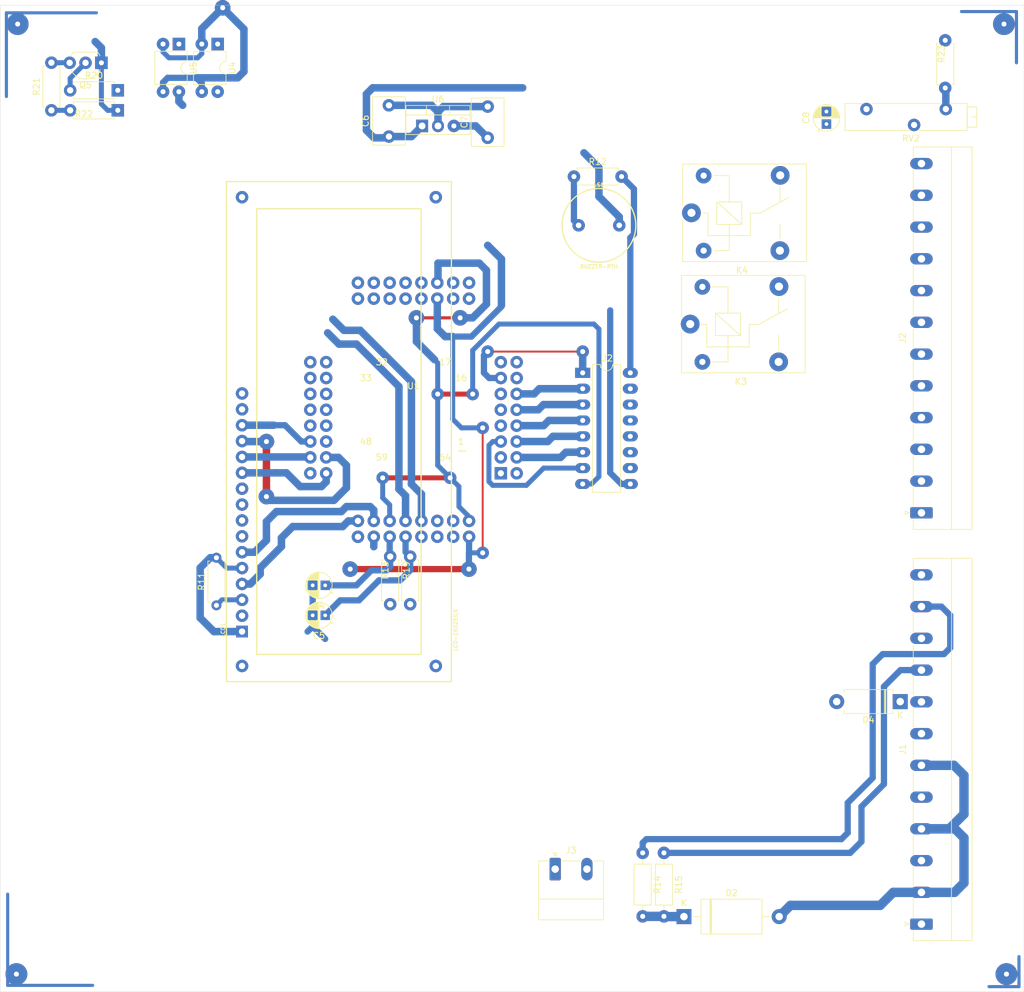
<source format=kicad_pcb>
(kicad_pcb (version 20171130) (host pcbnew "(5.1.6)-1")

  (general
    (thickness 1.6)
    (drawings 4)
    (tracks 284)
    (zones 0)
    (modules 31)
    (nets 40)
  )

  (page A4)
  (layers
    (0 F.Cu signal)
    (31 B.Cu signal)
    (32 B.Adhes user)
    (33 F.Adhes user)
    (34 B.Paste user)
    (35 F.Paste user)
    (36 B.SilkS user)
    (37 F.SilkS user)
    (38 B.Mask user)
    (39 F.Mask user)
    (40 Dwgs.User user)
    (41 Cmts.User user)
    (42 Eco1.User user)
    (43 Eco2.User user)
    (44 Edge.Cuts user)
    (45 Margin user)
    (46 B.CrtYd user)
    (47 F.CrtYd user)
    (48 B.Fab user)
    (49 F.Fab user)
  )

  (setup
    (last_trace_width 1.2)
    (user_trace_width 0.3)
    (user_trace_width 0.5)
    (user_trace_width 0.8)
    (user_trace_width 1)
    (user_trace_width 1.2)
    (user_trace_width 1.5)
    (user_trace_width 1.8)
    (trace_clearance 0.2)
    (zone_clearance 0.508)
    (zone_45_only no)
    (trace_min 0.2)
    (via_size 0.8)
    (via_drill 0.4)
    (via_min_size 0.4)
    (via_min_drill 0.3)
    (user_via 1.5 0.8)
    (user_via 2 0.8)
    (user_via 2.5 0.8)
    (uvia_size 0.3)
    (uvia_drill 0.1)
    (uvias_allowed no)
    (uvia_min_size 0.2)
    (uvia_min_drill 0.1)
    (edge_width 0.05)
    (segment_width 0.2)
    (pcb_text_width 0.3)
    (pcb_text_size 1.5 1.5)
    (mod_edge_width 0.12)
    (mod_text_size 1 1)
    (mod_text_width 0.15)
    (pad_size 2 2)
    (pad_drill 0.8)
    (pad_to_mask_clearance 0.05)
    (aux_axis_origin 0 0)
    (visible_elements 7FFFFFFF)
    (pcbplotparams
      (layerselection 0x010fc_ffffffff)
      (usegerberextensions false)
      (usegerberattributes true)
      (usegerberadvancedattributes true)
      (creategerberjobfile true)
      (excludeedgelayer true)
      (linewidth 0.100000)
      (plotframeref false)
      (viasonmask false)
      (mode 1)
      (useauxorigin false)
      (hpglpennumber 1)
      (hpglpenspeed 20)
      (hpglpendiameter 15.000000)
      (psnegative false)
      (psa4output false)
      (plotreference true)
      (plotvalue true)
      (plotinvisibletext false)
      (padsonsilk false)
      (subtractmaskfromsilk false)
      (outputformat 1)
      (mirror false)
      (drillshape 0)
      (scaleselection 1)
      (outputdirectory "../gbr/"))
  )

  (net 0 "")
  (net 1 GND)
  (net 2 VCC)
  (net 3 48V)
  (net 4 +48V)
  (net 5 +12V)
  (net 6 "Net-(U1-Pad4)")
  (net 7 "Net-(U1-Pad6)")
  (net 8 "Net-(U1-Pad5)")
  (net 9 "Net-(U1-Pad8)")
  (net 10 10)
  (net 11 12)
  (net 12 13)
  (net 13 "Net-(LCD1-Pad3)")
  (net 14 D7)
  (net 15 D6)
  (net 16 D5)
  (net 17 D4)
  (net 18 E)
  (net 19 RS)
  (net 20 "Net-(J1-Pad11)")
  (net 21 "Net-(J1-Pad9)")
  (net 22 REL3)
  (net 23 REL4)
  (net 24 "Net-(LS1-Pad-)")
  (net 25 "Net-(R12-Pad2)")
  (net 26 ADC7)
  (net 27 WATER)
  (net 28 DOOR)
  (net 29 ADC5)
  (net 30 "Net-(D4-Pad1)")
  (net 31 DOORT)
  (net 32 WATERT)
  (net 33 LED-)
  (net 34 VBat)
  (net 35 "Net-(Q5-Pad3)")
  (net 36 "Net-(Q5-Pad2)")
  (net 37 "Net-(R23-Pad2)")
  (net 38 "Net-(J1-Pad1)")
  (net 39 BKLED)

  (net_class Default "This is the default net class."
    (clearance 0.2)
    (trace_width 0.25)
    (via_dia 0.8)
    (via_drill 0.4)
    (uvia_dia 0.3)
    (uvia_drill 0.1)
    (add_net +12V)
    (add_net +48V)
    (add_net 10)
    (add_net 11)
    (add_net 12)
    (add_net 13)
    (add_net 48V)
    (add_net ADC5)
    (add_net ADC7)
    (add_net BKLED)
    (add_net D4)
    (add_net D5)
    (add_net D6)
    (add_net D7)
    (add_net DOOR)
    (add_net DOORT)
    (add_net E)
    (add_net F1)
    (add_net F2)
    (add_net FIRE)
    (add_net GND)
    (add_net LED-)
    (add_net "Net-(D4-Pad1)")
    (add_net "Net-(J1-Pad1)")
    (add_net "Net-(J1-Pad11)")
    (add_net "Net-(J1-Pad9)")
    (add_net "Net-(J2-Pad1)")
    (add_net "Net-(J2-Pad10)")
    (add_net "Net-(J2-Pad11)")
    (add_net "Net-(J2-Pad12)")
    (add_net "Net-(J2-Pad2)")
    (add_net "Net-(J2-Pad3)")
    (add_net "Net-(J2-Pad4)")
    (add_net "Net-(J2-Pad5)")
    (add_net "Net-(J2-Pad6)")
    (add_net "Net-(J2-Pad7)")
    (add_net "Net-(J2-Pad8)")
    (add_net "Net-(J2-Pad9)")
    (add_net "Net-(K3-Pad1)")
    (add_net "Net-(K3-Pad3)")
    (add_net "Net-(K3-Pad4)")
    (add_net "Net-(K4-Pad1)")
    (add_net "Net-(K4-Pad3)")
    (add_net "Net-(K4-Pad4)")
    (add_net "Net-(LCD1-Pad10)")
    (add_net "Net-(LCD1-Pad3)")
    (add_net "Net-(LCD1-Pad7)")
    (add_net "Net-(LCD1-Pad8)")
    (add_net "Net-(LCD1-Pad9)")
    (add_net "Net-(LS1-Pad-)")
    (add_net "Net-(Q5-Pad2)")
    (add_net "Net-(Q5-Pad3)")
    (add_net "Net-(R12-Pad2)")
    (add_net "Net-(R23-Pad2)")
    (add_net "Net-(U1-Pad1)")
    (add_net "Net-(U1-Pad14)")
    (add_net "Net-(U1-Pad15)")
    (add_net "Net-(U1-Pad16)")
    (add_net "Net-(U1-Pad17)")
    (add_net "Net-(U1-Pad18)")
    (add_net "Net-(U1-Pad19)")
    (add_net "Net-(U1-Pad2)")
    (add_net "Net-(U1-Pad20)")
    (add_net "Net-(U1-Pad23)")
    (add_net "Net-(U1-Pad24)")
    (add_net "Net-(U1-Pad25)")
    (add_net "Net-(U1-Pad26)")
    (add_net "Net-(U1-Pad27)")
    (add_net "Net-(U1-Pad28)")
    (add_net "Net-(U1-Pad29)")
    (add_net "Net-(U1-Pad3)")
    (add_net "Net-(U1-Pad30)")
    (add_net "Net-(U1-Pad31)")
    (add_net "Net-(U1-Pad32)")
    (add_net "Net-(U1-Pad33)")
    (add_net "Net-(U1-Pad34)")
    (add_net "Net-(U1-Pad35)")
    (add_net "Net-(U1-Pad36)")
    (add_net "Net-(U1-Pad37)")
    (add_net "Net-(U1-Pad38)")
    (add_net "Net-(U1-Pad39)")
    (add_net "Net-(U1-Pad4)")
    (add_net "Net-(U1-Pad41)")
    (add_net "Net-(U1-Pad42)")
    (add_net "Net-(U1-Pad43)")
    (add_net "Net-(U1-Pad48)")
    (add_net "Net-(U1-Pad5)")
    (add_net "Net-(U1-Pad50)")
    (add_net "Net-(U1-Pad6)")
    (add_net "Net-(U1-Pad62)")
    (add_net "Net-(U1-Pad7)")
    (add_net "Net-(U1-Pad8)")
    (add_net "Net-(U1-Pad9)")
    (add_net REL1)
    (add_net REL2)
    (add_net REL3)
    (add_net REL4)
    (add_net REL5)
    (add_net REL6)
    (add_net RS)
    (add_net S1)
    (add_net S2)
    (add_net VBat)
    (add_net VCC)
    (add_net WATER)
    (add_net WATERT)
    (add_net ~FAN1)
  )

  (module Connector_Phoenix_MC_HighVoltage:PhoenixContact_MC_1,5_2-G-5.08_1x02_P5.08mm_Horizontal (layer F.Cu) (tedit 5B784ED2) (tstamp 6034BD4A)
    (at 133.4 148)
    (descr "Generic Phoenix Contact connector footprint for: MC_1,5/2-G-5.08; number of pins: 02; pin pitch: 5.08mm; Angled || order number: 1836189 8A 320V")
    (tags "phoenix_contact connector MC_01x02_G_5.08mm")
    (path /604357AC)
    (fp_text reference J3 (at 2.54 -3) (layer F.SilkS)
      (effects (font (size 1 1) (thickness 0.15)))
    )
    (fp_text value Conn_01x02 (at 2.54 9.2) (layer F.Fab)
      (effects (font (size 1 1) (thickness 0.15)))
    )
    (fp_line (start -2.65 -1.31) (end -2.65 8.11) (layer F.SilkS) (width 0.12))
    (fp_line (start -2.65 8.11) (end 7.73 8.11) (layer F.SilkS) (width 0.12))
    (fp_line (start 7.73 8.11) (end 7.73 -1.31) (layer F.SilkS) (width 0.12))
    (fp_line (start -2.65 -1.31) (end -1.05 -1.31) (layer F.SilkS) (width 0.12))
    (fp_line (start 7.73 -1.31) (end 6.13 -1.31) (layer F.SilkS) (width 0.12))
    (fp_line (start 1.05 -1.31) (end 4.03 -1.31) (layer F.SilkS) (width 0.12))
    (fp_line (start -2.54 -1.2) (end -2.54 8) (layer F.Fab) (width 0.1))
    (fp_line (start -2.54 8) (end 7.62 8) (layer F.Fab) (width 0.1))
    (fp_line (start 7.62 8) (end 7.62 -1.2) (layer F.Fab) (width 0.1))
    (fp_line (start 7.62 -1.2) (end -2.54 -1.2) (layer F.Fab) (width 0.1))
    (fp_line (start -2.65 4.8) (end 7.73 4.8) (layer F.SilkS) (width 0.12))
    (fp_line (start -3.15 -2.3) (end -3.15 8.5) (layer F.CrtYd) (width 0.05))
    (fp_line (start -3.15 8.5) (end 8.12 8.5) (layer F.CrtYd) (width 0.05))
    (fp_line (start 8.12 8.5) (end 8.12 -2.3) (layer F.CrtYd) (width 0.05))
    (fp_line (start 8.12 -2.3) (end -3.15 -2.3) (layer F.CrtYd) (width 0.05))
    (fp_line (start 0.3 -2.6) (end 0 -2) (layer F.SilkS) (width 0.12))
    (fp_line (start 0 -2) (end -0.3 -2.6) (layer F.SilkS) (width 0.12))
    (fp_line (start -0.3 -2.6) (end 0.3 -2.6) (layer F.SilkS) (width 0.12))
    (fp_line (start 0.8 -1.2) (end 0 0) (layer F.Fab) (width 0.1))
    (fp_line (start 0 0) (end -0.8 -1.2) (layer F.Fab) (width 0.1))
    (fp_text user %R (at 2.54 -0.5) (layer F.Fab)
      (effects (font (size 1 1) (thickness 0.15)))
    )
    (pad 2 thru_hole oval (at 5.08 0) (size 1.8 3.6) (drill 1.2) (layers *.Cu *.Mask)
      (net 1 GND))
    (pad 1 thru_hole roundrect (at 0 0) (size 1.8 3.6) (drill 1.2) (layers *.Cu *.Mask) (roundrect_rratio 0.138889)
      (net 38 "Net-(J1-Pad1)"))
    (model ${KISYS3DMOD}/Connector_Phoenix_MC_HighVoltage.3dshapes/PhoenixContact_MC_1,5_2-G-5.08_1x02_P5.08mm_Horizontal.wrl
      (at (xyz 0 0 0))
      (scale (xyz 1 1 1))
      (rotate (xyz 0 0 0))
    )
  )

  (module Potentiometer_THT:Potentiometer_Bourns_3005_Horizontal (layer F.Cu) (tedit 60344507) (tstamp 60335246)
    (at 183.2 26.4 180)
    (descr "Potentiometer, horizontal, Bourns 3005, http://www.bourns.com/docs/Product-Datasheets/3005.pdf")
    (tags "Potentiometer horizontal Bourns 3005")
    (path /6046F467)
    (fp_text reference RV2 (at -7.11 -4.69) (layer F.SilkS)
      (effects (font (size 1 1) (thickness 0.15)))
    )
    (fp_text value 10K (at -7.11 2.15) (layer F.Fab)
      (effects (font (size 1 1) (thickness 0.15)))
    )
    (fp_line (start 3.6 -3.7) (end -17.8 -3.7) (layer F.CrtYd) (width 0.05))
    (fp_line (start 3.6 1.2) (end 3.6 -3.7) (layer F.CrtYd) (width 0.05))
    (fp_line (start -17.8 1.2) (end 3.6 1.2) (layer F.CrtYd) (width 0.05))
    (fp_line (start -17.8 -3.7) (end -17.8 1.2) (layer F.CrtYd) (width 0.05))
    (fp_line (start -17.64 -1.27) (end -16.881 -1.27) (layer F.SilkS) (width 0.12))
    (fp_line (start -16.121 -2.89) (end -16.121 0.35) (layer F.SilkS) (width 0.12))
    (fp_line (start -17.64 -2.89) (end -17.64 0.35) (layer F.SilkS) (width 0.12))
    (fp_line (start -17.64 0.35) (end -16.121 0.35) (layer F.SilkS) (width 0.12))
    (fp_line (start -17.64 -2.89) (end -16.121 -2.89) (layer F.SilkS) (width 0.12))
    (fp_line (start 3.42 -3.42) (end 3.42 0.88) (layer F.SilkS) (width 0.12))
    (fp_line (start -16.12 -3.42) (end -16.12 0.88) (layer F.SilkS) (width 0.12))
    (fp_line (start -11.93 0.88) (end -0.769 0.88) (layer F.SilkS) (width 0.12))
    (fp_line (start -16.12 0.88) (end -13.469 0.88) (layer F.SilkS) (width 0.12))
    (fp_line (start 0.77 0.88) (end 3.42 0.88) (layer F.SilkS) (width 0.12))
    (fp_line (start -6.85 -3.42) (end 3.42 -3.42) (layer F.SilkS) (width 0.12))
    (fp_line (start -16.12 -3.42) (end -8.389 -3.42) (layer F.SilkS) (width 0.12))
    (fp_line (start -17.52 -1.27) (end -16.76 -1.27) (layer F.Fab) (width 0.1))
    (fp_line (start -16 -2.77) (end -17.52 -2.77) (layer F.Fab) (width 0.1))
    (fp_line (start -16 0.23) (end -16 -2.77) (layer F.Fab) (width 0.1))
    (fp_line (start -17.52 0.23) (end -16 0.23) (layer F.Fab) (width 0.1))
    (fp_line (start -17.52 -2.77) (end -17.52 0.23) (layer F.Fab) (width 0.1))
    (fp_line (start 3.3 -3.3) (end -16 -3.3) (layer F.Fab) (width 0.1))
    (fp_line (start 3.3 0.76) (end 3.3 -3.3) (layer F.Fab) (width 0.1))
    (fp_line (start -16 0.76) (end 3.3 0.76) (layer F.Fab) (width 0.1))
    (fp_line (start -16 -3.3) (end -16 0.76) (layer F.Fab) (width 0.1))
    (fp_text user %R (at -6.35 -1.27) (layer F.Fab)
      (effects (font (size 1 1) (thickness 0.15)))
    )
    (pad 3 thru_hole circle (at -12.7 0 180) (size 2 2) (drill 1) (layers *.Cu *.Mask)
      (net 37 "Net-(R23-Pad2)"))
    (pad 2 thru_hole circle (at -7.62 -2.54 180) (size 2 2) (drill 1) (layers *.Cu *.Mask)
      (net 34 VBat))
    (pad 1 thru_hole circle (at 0 0 180) (size 2 2) (drill 1) (layers *.Cu *.Mask)
      (net 1 GND))
    (model ${KISYS3DMOD}/Potentiometer_THT.3dshapes/Potentiometer_Bourns_3005_Horizontal.wrl
      (at (xyz 0 0 0))
      (scale (xyz 1 1 1))
      (rotate (xyz 0 0 0))
    )
  )

  (module Resistor_THT:R_Axial_DIN0207_L6.3mm_D2.5mm_P7.62mm_Horizontal (layer F.Cu) (tedit 603444EC) (tstamp 603351F5)
    (at 195.8 15.4 270)
    (descr "Resistor, Axial_DIN0207 series, Axial, Horizontal, pin pitch=7.62mm, 0.25W = 1/4W, length*diameter=6.3*2.5mm^2, http://cdn-reichelt.de/documents/datenblatt/B400/1_4W%23YAG.pdf")
    (tags "Resistor Axial_DIN0207 series Axial Horizontal pin pitch 7.62mm 0.25W = 1/4W length 6.3mm diameter 2.5mm")
    (path /60482026)
    (fp_text reference R23 (at 2.2 0.6 90) (layer F.SilkS)
      (effects (font (size 1 1) (thickness 0.15)))
    )
    (fp_text value 75K (at 5.6 -0.6 90) (layer F.Fab)
      (effects (font (size 1 1) (thickness 0.15)))
    )
    (fp_line (start 8.67 -1.5) (end -1.05 -1.5) (layer F.CrtYd) (width 0.05))
    (fp_line (start 8.67 1.5) (end 8.67 -1.5) (layer F.CrtYd) (width 0.05))
    (fp_line (start -1.05 1.5) (end 8.67 1.5) (layer F.CrtYd) (width 0.05))
    (fp_line (start -1.05 -1.5) (end -1.05 1.5) (layer F.CrtYd) (width 0.05))
    (fp_line (start 7.08 1.37) (end 7.08 1.04) (layer F.SilkS) (width 0.12))
    (fp_line (start 0.54 1.37) (end 7.08 1.37) (layer F.SilkS) (width 0.12))
    (fp_line (start 0.54 1.04) (end 0.54 1.37) (layer F.SilkS) (width 0.12))
    (fp_line (start 7.08 -1.37) (end 7.08 -1.04) (layer F.SilkS) (width 0.12))
    (fp_line (start 0.54 -1.37) (end 7.08 -1.37) (layer F.SilkS) (width 0.12))
    (fp_line (start 0.54 -1.04) (end 0.54 -1.37) (layer F.SilkS) (width 0.12))
    (fp_line (start 7.62 0) (end 6.96 0) (layer F.Fab) (width 0.1))
    (fp_line (start 0 0) (end 0.66 0) (layer F.Fab) (width 0.1))
    (fp_line (start 6.96 -1.25) (end 0.66 -1.25) (layer F.Fab) (width 0.1))
    (fp_line (start 6.96 1.25) (end 6.96 -1.25) (layer F.Fab) (width 0.1))
    (fp_line (start 0.66 1.25) (end 6.96 1.25) (layer F.Fab) (width 0.1))
    (fp_line (start 0.66 -1.25) (end 0.66 1.25) (layer F.Fab) (width 0.1))
    (fp_text user %R (at 2.2 0.6 90) (layer F.Fab)
      (effects (font (size 1 1) (thickness 0.15)))
    )
    (pad 2 thru_hole oval (at 7.62 0 270) (size 2 2) (drill 0.8) (layers *.Cu *.Mask)
      (net 37 "Net-(R23-Pad2)"))
    (pad 1 thru_hole circle (at 0 0 270) (size 2 2) (drill 0.8) (layers *.Cu *.Mask)
      (net 3 48V))
    (model ${KISYS3DMOD}/Resistor_THT.3dshapes/R_Axial_DIN0207_L6.3mm_D2.5mm_P7.62mm_Horizontal.wrl
      (at (xyz 0 0 0))
      (scale (xyz 1 1 1))
      (rotate (xyz 0 0 0))
    )
  )

  (module Resistor_THT:R_Axial_DIN0207_L6.3mm_D2.5mm_P7.62mm_Horizontal (layer F.Cu) (tedit 5AE5139B) (tstamp 603A0B59)
    (at 55.8 26.6)
    (descr "Resistor, Axial_DIN0207 series, Axial, Horizontal, pin pitch=7.62mm, 0.25W = 1/4W, length*diameter=6.3*2.5mm^2, http://cdn-reichelt.de/documents/datenblatt/B400/1_4W%23YAG.pdf")
    (tags "Resistor Axial_DIN0207 series Axial Horizontal pin pitch 7.62mm 0.25W = 1/4W length 6.3mm diameter 2.5mm")
    (path /605411E2)
    (fp_text reference R22 (at 2.2 0.6) (layer F.SilkS)
      (effects (font (size 1 1) (thickness 0.15)))
    )
    (fp_text value 3K3 (at 5.6 -0.6) (layer F.Fab)
      (effects (font (size 1 1) (thickness 0.15)))
    )
    (fp_line (start 8.67 -1.5) (end -1.05 -1.5) (layer F.CrtYd) (width 0.05))
    (fp_line (start 8.67 1.5) (end 8.67 -1.5) (layer F.CrtYd) (width 0.05))
    (fp_line (start -1.05 1.5) (end 8.67 1.5) (layer F.CrtYd) (width 0.05))
    (fp_line (start -1.05 -1.5) (end -1.05 1.5) (layer F.CrtYd) (width 0.05))
    (fp_line (start 7.08 1.37) (end 7.08 1.04) (layer F.SilkS) (width 0.12))
    (fp_line (start 0.54 1.37) (end 7.08 1.37) (layer F.SilkS) (width 0.12))
    (fp_line (start 0.54 1.04) (end 0.54 1.37) (layer F.SilkS) (width 0.12))
    (fp_line (start 7.08 -1.37) (end 7.08 -1.04) (layer F.SilkS) (width 0.12))
    (fp_line (start 0.54 -1.37) (end 7.08 -1.37) (layer F.SilkS) (width 0.12))
    (fp_line (start 0.54 -1.04) (end 0.54 -1.37) (layer F.SilkS) (width 0.12))
    (fp_line (start 7.62 0) (end 6.96 0) (layer F.Fab) (width 0.1))
    (fp_line (start 0 0) (end 0.66 0) (layer F.Fab) (width 0.1))
    (fp_line (start 6.96 -1.25) (end 0.66 -1.25) (layer F.Fab) (width 0.1))
    (fp_line (start 6.96 1.25) (end 6.96 -1.25) (layer F.Fab) (width 0.1))
    (fp_line (start 0.66 1.25) (end 6.96 1.25) (layer F.Fab) (width 0.1))
    (fp_line (start 0.66 -1.25) (end 0.66 1.25) (layer F.Fab) (width 0.1))
    (fp_text user %R (at 2.2 0.6) (layer F.Fab)
      (effects (font (size 1 1) (thickness 0.15)))
    )
    (pad 2 thru_hole rect (at 7.62 0) (size 2 2) (drill 0.8) (layers *.Cu *.Mask)
      (net 1 GND))
    (pad 1 thru_hole circle (at 0 0) (size 2 2) (drill 1.016) (layers *.Cu *.Mask)
      (net 33 LED-) (solder_mask_margin 0.1016))
    (model ${KISYS3DMOD}/Resistor_THT.3dshapes/R_Axial_DIN0207_L6.3mm_D2.5mm_P7.62mm_Horizontal.wrl
      (at (xyz 0 0 0))
      (scale (xyz 1 1 1))
      (rotate (xyz 0 0 0))
    )
  )

  (module Resistor_THT:R_Axial_DIN0207_L6.3mm_D2.5mm_P7.62mm_Horizontal (layer F.Cu) (tedit 5AE5139B) (tstamp 603A0B17)
    (at 52.8 26.6 90)
    (descr "Resistor, Axial_DIN0207 series, Axial, Horizontal, pin pitch=7.62mm, 0.25W = 1/4W, length*diameter=6.3*2.5mm^2, http://cdn-reichelt.de/documents/datenblatt/B400/1_4W%23YAG.pdf")
    (tags "Resistor Axial_DIN0207 series Axial Horizontal pin pitch 7.62mm 0.25W = 1/4W length 6.3mm diameter 2.5mm")
    (path /60506600)
    (fp_text reference R21 (at 3.81 -2.37 90) (layer F.SilkS)
      (effects (font (size 1 1) (thickness 0.15)))
    )
    (fp_text value 1k (at 3.81 2.37 90) (layer F.Fab)
      (effects (font (size 1 1) (thickness 0.15)))
    )
    (fp_line (start 8.67 -1.5) (end -1.05 -1.5) (layer F.CrtYd) (width 0.05))
    (fp_line (start 8.67 1.5) (end 8.67 -1.5) (layer F.CrtYd) (width 0.05))
    (fp_line (start -1.05 1.5) (end 8.67 1.5) (layer F.CrtYd) (width 0.05))
    (fp_line (start -1.05 -1.5) (end -1.05 1.5) (layer F.CrtYd) (width 0.05))
    (fp_line (start 7.08 1.37) (end 7.08 1.04) (layer F.SilkS) (width 0.12))
    (fp_line (start 0.54 1.37) (end 7.08 1.37) (layer F.SilkS) (width 0.12))
    (fp_line (start 0.54 1.04) (end 0.54 1.37) (layer F.SilkS) (width 0.12))
    (fp_line (start 7.08 -1.37) (end 7.08 -1.04) (layer F.SilkS) (width 0.12))
    (fp_line (start 0.54 -1.37) (end 7.08 -1.37) (layer F.SilkS) (width 0.12))
    (fp_line (start 0.54 -1.04) (end 0.54 -1.37) (layer F.SilkS) (width 0.12))
    (fp_line (start 7.62 0) (end 6.96 0) (layer F.Fab) (width 0.1))
    (fp_line (start 0 0) (end 0.66 0) (layer F.Fab) (width 0.1))
    (fp_line (start 6.96 -1.25) (end 0.66 -1.25) (layer F.Fab) (width 0.1))
    (fp_line (start 6.96 1.25) (end 6.96 -1.25) (layer F.Fab) (width 0.1))
    (fp_line (start 0.66 1.25) (end 6.96 1.25) (layer F.Fab) (width 0.1))
    (fp_line (start 0.66 -1.25) (end 0.66 1.25) (layer F.Fab) (width 0.1))
    (fp_text user %R (at 3.81 0 90) (layer F.Fab)
      (effects (font (size 1 1) (thickness 0.15)))
    )
    (pad 2 thru_hole circle (at 7.62 0 90) (size 2 2) (drill 1.016) (layers *.Cu *.Mask)
      (net 35 "Net-(Q5-Pad3)") (solder_mask_margin 0.1016))
    (pad 1 thru_hole circle (at 0 0 90) (size 2 2) (drill 1.016) (layers *.Cu *.Mask)
      (net 33 LED-) (solder_mask_margin 0.1016))
    (model ${KISYS3DMOD}/Resistor_THT.3dshapes/R_Axial_DIN0207_L6.3mm_D2.5mm_P7.62mm_Horizontal.wrl
      (at (xyz 0 0 0))
      (scale (xyz 1 1 1))
      (rotate (xyz 0 0 0))
    )
  )

  (module Resistor_THT:R_Axial_DIN0207_L6.3mm_D2.5mm_P7.62mm_Horizontal (layer F.Cu) (tedit 5AE5139B) (tstamp 603A0AD5)
    (at 55.8 23.4)
    (descr "Resistor, Axial_DIN0207 series, Axial, Horizontal, pin pitch=7.62mm, 0.25W = 1/4W, length*diameter=6.3*2.5mm^2, http://cdn-reichelt.de/documents/datenblatt/B400/1_4W%23YAG.pdf")
    (tags "Resistor Axial_DIN0207 series Axial Horizontal pin pitch 7.62mm 0.25W = 1/4W length 6.3mm diameter 2.5mm")
    (path /6057DFE5)
    (fp_text reference R20 (at 3.81 -2.37) (layer F.SilkS)
      (effects (font (size 1 1) (thickness 0.15)))
    )
    (fp_text value 3K3 (at 3.81 2.37) (layer F.Fab)
      (effects (font (size 1 1) (thickness 0.15)))
    )
    (fp_line (start 8.67 -1.5) (end -1.05 -1.5) (layer F.CrtYd) (width 0.05))
    (fp_line (start 8.67 1.5) (end 8.67 -1.5) (layer F.CrtYd) (width 0.05))
    (fp_line (start -1.05 1.5) (end 8.67 1.5) (layer F.CrtYd) (width 0.05))
    (fp_line (start -1.05 -1.5) (end -1.05 1.5) (layer F.CrtYd) (width 0.05))
    (fp_line (start 7.08 1.37) (end 7.08 1.04) (layer F.SilkS) (width 0.12))
    (fp_line (start 0.54 1.37) (end 7.08 1.37) (layer F.SilkS) (width 0.12))
    (fp_line (start 0.54 1.04) (end 0.54 1.37) (layer F.SilkS) (width 0.12))
    (fp_line (start 7.08 -1.37) (end 7.08 -1.04) (layer F.SilkS) (width 0.12))
    (fp_line (start 0.54 -1.37) (end 7.08 -1.37) (layer F.SilkS) (width 0.12))
    (fp_line (start 0.54 -1.04) (end 0.54 -1.37) (layer F.SilkS) (width 0.12))
    (fp_line (start 7.62 0) (end 6.96 0) (layer F.Fab) (width 0.1))
    (fp_line (start 0 0) (end 0.66 0) (layer F.Fab) (width 0.1))
    (fp_line (start 6.96 -1.25) (end 0.66 -1.25) (layer F.Fab) (width 0.1))
    (fp_line (start 6.96 1.25) (end 6.96 -1.25) (layer F.Fab) (width 0.1))
    (fp_line (start 0.66 1.25) (end 6.96 1.25) (layer F.Fab) (width 0.1))
    (fp_line (start 0.66 -1.25) (end 0.66 1.25) (layer F.Fab) (width 0.1))
    (fp_text user %R (at 3.81 0) (layer F.Fab)
      (effects (font (size 1 1) (thickness 0.15)))
    )
    (pad 2 thru_hole rect (at 7.62 0) (size 2 2) (drill 0.8) (layers *.Cu *.Mask)
      (net 39 BKLED))
    (pad 1 thru_hole circle (at 0 0) (size 2 2) (drill 1.016) (layers *.Cu *.Mask)
      (net 36 "Net-(Q5-Pad2)") (solder_mask_margin 0.1016))
    (model ${KISYS3DMOD}/Resistor_THT.3dshapes/R_Axial_DIN0207_L6.3mm_D2.5mm_P7.62mm_Horizontal.wrl
      (at (xyz 0 0 0))
      (scale (xyz 1 1 1))
      (rotate (xyz 0 0 0))
    )
  )

  (module Package_TO_SOT_THT:TO-92L_Inline_Wide (layer F.Cu) (tedit 60343FE6) (tstamp 603A0A99)
    (at 60.8 19 180)
    (descr "TO-92L leads in-line (large body variant of TO-92), also known as TO-226, wide, drill 0.75mm (see https://www.diodes.com/assets/Package-Files/TO92L.pdf and http://www.ti.com/lit/an/snoa059/snoa059.pdf)")
    (tags "TO-92L Inline Wide transistor")
    (path /604F1D6D)
    (fp_text reference Q5 (at 2.54 -3.56) (layer F.SilkS)
      (effects (font (size 1 1) (thickness 0.15)))
    )
    (fp_text value PN2222A (at 2.54 2.79) (layer F.Fab)
      (effects (font (size 1 1) (thickness 0.15)))
    )
    (fp_line (start 6.1 1.85) (end -1 1.85) (layer F.CrtYd) (width 0.05))
    (fp_line (start 6.1 1.85) (end 6.1 -2.75) (layer F.CrtYd) (width 0.05))
    (fp_line (start -1 -2.75) (end -1 1.85) (layer F.CrtYd) (width 0.05))
    (fp_line (start -1 -2.75) (end 6.1 -2.75) (layer F.CrtYd) (width 0.05))
    (fp_line (start 0.65 1.6) (end 4.4 1.6) (layer F.Fab) (width 0.1))
    (fp_line (start 0.6 1.7) (end 4.45 1.7) (layer F.SilkS) (width 0.12))
    (fp_arc (start 2.54 0) (end 4.45 1.7) (angle -15.88591585) (layer F.SilkS) (width 0.12))
    (fp_arc (start 2.54 0) (end 2.54 -2.48) (angle -130.2499344) (layer F.Fab) (width 0.1))
    (fp_arc (start 2.54 0) (end 2.54 -2.48) (angle 129.9527847) (layer F.Fab) (width 0.1))
    (fp_arc (start 2.54 0) (end 2.54 -2.6) (angle 65) (layer F.SilkS) (width 0.12))
    (fp_arc (start 2.54 0) (end 2.54 -2.6) (angle -65) (layer F.SilkS) (width 0.12))
    (fp_arc (start 2.54 0) (end 0.6 1.7) (angle 15.44288892) (layer F.SilkS) (width 0.12))
    (fp_text user %R (at 2.54 -3.56) (layer F.Fab)
      (effects (font (size 1 1) (thickness 0.15)))
    )
    (pad 1 thru_hole rect (at 0 0 270) (size 2 2) (drill 0.8) (layers *.Cu *.Mask)
      (net 1 GND))
    (pad 3 thru_hole circle (at 5.08 0 180) (size 2 2) (drill 1.016) (layers *.Cu *.Mask)
      (net 35 "Net-(Q5-Pad3)") (solder_mask_margin 0.1016))
    (pad 2 thru_hole circle (at 2.54 0 180) (size 2 2) (drill 1.016) (layers *.Cu *.Mask)
      (net 36 "Net-(Q5-Pad2)") (solder_mask_margin 0.1016))
    (model ${KISYS3DMOD}/Package_TO_SOT_THT.3dshapes/TO-92L_Inline_Wide.wrl
      (at (xyz 0 0 0))
      (scale (xyz 1 1 1))
      (rotate (xyz 0 0 0))
    )
  )

  (module Capacitor_THT:CP_Radial_D4.0mm_P2.00mm (layer F.Cu) (tedit 603444D7) (tstamp 603349B3)
    (at 176.8 28.8 90)
    (descr "CP, Radial series, Radial, pin pitch=2.00mm, , diameter=4mm, Electrolytic Capacitor")
    (tags "CP Radial series Radial pin pitch 2.00mm  diameter 4mm Electrolytic Capacitor")
    (path /604B8E0A)
    (fp_text reference C8 (at 1 -3.25 90) (layer F.SilkS)
      (effects (font (size 1 1) (thickness 0.15)))
    )
    (fp_text value CP (at 1 3.25 90) (layer F.Fab)
      (effects (font (size 1 1) (thickness 0.15)))
    )
    (fp_line (start -1.069801 -1.395) (end -1.069801 -0.995) (layer F.SilkS) (width 0.12))
    (fp_line (start -1.269801 -1.195) (end -0.869801 -1.195) (layer F.SilkS) (width 0.12))
    (fp_line (start 3.081 -0.37) (end 3.081 0.37) (layer F.SilkS) (width 0.12))
    (fp_line (start 3.041 -0.537) (end 3.041 0.537) (layer F.SilkS) (width 0.12))
    (fp_line (start 3.001 -0.664) (end 3.001 0.664) (layer F.SilkS) (width 0.12))
    (fp_line (start 2.961 -0.768) (end 2.961 0.768) (layer F.SilkS) (width 0.12))
    (fp_line (start 2.921 -0.859) (end 2.921 0.859) (layer F.SilkS) (width 0.12))
    (fp_line (start 2.881 -0.94) (end 2.881 0.94) (layer F.SilkS) (width 0.12))
    (fp_line (start 2.841 -1.013) (end 2.841 1.013) (layer F.SilkS) (width 0.12))
    (fp_line (start 2.801 0.84) (end 2.801 1.08) (layer F.SilkS) (width 0.12))
    (fp_line (start 2.801 -1.08) (end 2.801 -0.84) (layer F.SilkS) (width 0.12))
    (fp_line (start 2.761 0.84) (end 2.761 1.142) (layer F.SilkS) (width 0.12))
    (fp_line (start 2.761 -1.142) (end 2.761 -0.84) (layer F.SilkS) (width 0.12))
    (fp_line (start 2.721 0.84) (end 2.721 1.2) (layer F.SilkS) (width 0.12))
    (fp_line (start 2.721 -1.2) (end 2.721 -0.84) (layer F.SilkS) (width 0.12))
    (fp_line (start 2.681 0.84) (end 2.681 1.254) (layer F.SilkS) (width 0.12))
    (fp_line (start 2.681 -1.254) (end 2.681 -0.84) (layer F.SilkS) (width 0.12))
    (fp_line (start 2.641 0.84) (end 2.641 1.304) (layer F.SilkS) (width 0.12))
    (fp_line (start 2.641 -1.304) (end 2.641 -0.84) (layer F.SilkS) (width 0.12))
    (fp_line (start 2.601 0.84) (end 2.601 1.351) (layer F.SilkS) (width 0.12))
    (fp_line (start 2.601 -1.351) (end 2.601 -0.84) (layer F.SilkS) (width 0.12))
    (fp_line (start 2.561 0.84) (end 2.561 1.396) (layer F.SilkS) (width 0.12))
    (fp_line (start 2.561 -1.396) (end 2.561 -0.84) (layer F.SilkS) (width 0.12))
    (fp_line (start 2.521 0.84) (end 2.521 1.438) (layer F.SilkS) (width 0.12))
    (fp_line (start 2.521 -1.438) (end 2.521 -0.84) (layer F.SilkS) (width 0.12))
    (fp_line (start 2.481 0.84) (end 2.481 1.478) (layer F.SilkS) (width 0.12))
    (fp_line (start 2.481 -1.478) (end 2.481 -0.84) (layer F.SilkS) (width 0.12))
    (fp_line (start 2.441 0.84) (end 2.441 1.516) (layer F.SilkS) (width 0.12))
    (fp_line (start 2.441 -1.516) (end 2.441 -0.84) (layer F.SilkS) (width 0.12))
    (fp_line (start 2.401 0.84) (end 2.401 1.552) (layer F.SilkS) (width 0.12))
    (fp_line (start 2.401 -1.552) (end 2.401 -0.84) (layer F.SilkS) (width 0.12))
    (fp_line (start 2.361 0.84) (end 2.361 1.587) (layer F.SilkS) (width 0.12))
    (fp_line (start 2.361 -1.587) (end 2.361 -0.84) (layer F.SilkS) (width 0.12))
    (fp_line (start 2.321 0.84) (end 2.321 1.619) (layer F.SilkS) (width 0.12))
    (fp_line (start 2.321 -1.619) (end 2.321 -0.84) (layer F.SilkS) (width 0.12))
    (fp_line (start 2.281 0.84) (end 2.281 1.65) (layer F.SilkS) (width 0.12))
    (fp_line (start 2.281 -1.65) (end 2.281 -0.84) (layer F.SilkS) (width 0.12))
    (fp_line (start 2.241 0.84) (end 2.241 1.68) (layer F.SilkS) (width 0.12))
    (fp_line (start 2.241 -1.68) (end 2.241 -0.84) (layer F.SilkS) (width 0.12))
    (fp_line (start 2.201 0.84) (end 2.201 1.708) (layer F.SilkS) (width 0.12))
    (fp_line (start 2.201 -1.708) (end 2.201 -0.84) (layer F.SilkS) (width 0.12))
    (fp_line (start 2.161 0.84) (end 2.161 1.735) (layer F.SilkS) (width 0.12))
    (fp_line (start 2.161 -1.735) (end 2.161 -0.84) (layer F.SilkS) (width 0.12))
    (fp_line (start 2.121 0.84) (end 2.121 1.76) (layer F.SilkS) (width 0.12))
    (fp_line (start 2.121 -1.76) (end 2.121 -0.84) (layer F.SilkS) (width 0.12))
    (fp_line (start 2.081 0.84) (end 2.081 1.785) (layer F.SilkS) (width 0.12))
    (fp_line (start 2.081 -1.785) (end 2.081 -0.84) (layer F.SilkS) (width 0.12))
    (fp_line (start 2.041 0.84) (end 2.041 1.808) (layer F.SilkS) (width 0.12))
    (fp_line (start 2.041 -1.808) (end 2.041 -0.84) (layer F.SilkS) (width 0.12))
    (fp_line (start 2.001 0.84) (end 2.001 1.83) (layer F.SilkS) (width 0.12))
    (fp_line (start 2.001 -1.83) (end 2.001 -0.84) (layer F.SilkS) (width 0.12))
    (fp_line (start 1.961 0.84) (end 1.961 1.851) (layer F.SilkS) (width 0.12))
    (fp_line (start 1.961 -1.851) (end 1.961 -0.84) (layer F.SilkS) (width 0.12))
    (fp_line (start 1.921 0.84) (end 1.921 1.87) (layer F.SilkS) (width 0.12))
    (fp_line (start 1.921 -1.87) (end 1.921 -0.84) (layer F.SilkS) (width 0.12))
    (fp_line (start 1.881 0.84) (end 1.881 1.889) (layer F.SilkS) (width 0.12))
    (fp_line (start 1.881 -1.889) (end 1.881 -0.84) (layer F.SilkS) (width 0.12))
    (fp_line (start 1.841 0.84) (end 1.841 1.907) (layer F.SilkS) (width 0.12))
    (fp_line (start 1.841 -1.907) (end 1.841 -0.84) (layer F.SilkS) (width 0.12))
    (fp_line (start 1.801 0.84) (end 1.801 1.924) (layer F.SilkS) (width 0.12))
    (fp_line (start 1.801 -1.924) (end 1.801 -0.84) (layer F.SilkS) (width 0.12))
    (fp_line (start 1.761 0.84) (end 1.761 1.94) (layer F.SilkS) (width 0.12))
    (fp_line (start 1.761 -1.94) (end 1.761 -0.84) (layer F.SilkS) (width 0.12))
    (fp_line (start 1.721 0.84) (end 1.721 1.954) (layer F.SilkS) (width 0.12))
    (fp_line (start 1.721 -1.954) (end 1.721 -0.84) (layer F.SilkS) (width 0.12))
    (fp_line (start 1.68 0.84) (end 1.68 1.968) (layer F.SilkS) (width 0.12))
    (fp_line (start 1.68 -1.968) (end 1.68 -0.84) (layer F.SilkS) (width 0.12))
    (fp_line (start 1.64 0.84) (end 1.64 1.982) (layer F.SilkS) (width 0.12))
    (fp_line (start 1.64 -1.982) (end 1.64 -0.84) (layer F.SilkS) (width 0.12))
    (fp_line (start 1.6 0.84) (end 1.6 1.994) (layer F.SilkS) (width 0.12))
    (fp_line (start 1.6 -1.994) (end 1.6 -0.84) (layer F.SilkS) (width 0.12))
    (fp_line (start 1.56 0.84) (end 1.56 2.005) (layer F.SilkS) (width 0.12))
    (fp_line (start 1.56 -2.005) (end 1.56 -0.84) (layer F.SilkS) (width 0.12))
    (fp_line (start 1.52 0.84) (end 1.52 2.016) (layer F.SilkS) (width 0.12))
    (fp_line (start 1.52 -2.016) (end 1.52 -0.84) (layer F.SilkS) (width 0.12))
    (fp_line (start 1.48 0.84) (end 1.48 2.025) (layer F.SilkS) (width 0.12))
    (fp_line (start 1.48 -2.025) (end 1.48 -0.84) (layer F.SilkS) (width 0.12))
    (fp_line (start 1.44 0.84) (end 1.44 2.034) (layer F.SilkS) (width 0.12))
    (fp_line (start 1.44 -2.034) (end 1.44 -0.84) (layer F.SilkS) (width 0.12))
    (fp_line (start 1.4 0.84) (end 1.4 2.042) (layer F.SilkS) (width 0.12))
    (fp_line (start 1.4 -2.042) (end 1.4 -0.84) (layer F.SilkS) (width 0.12))
    (fp_line (start 1.36 0.84) (end 1.36 2.05) (layer F.SilkS) (width 0.12))
    (fp_line (start 1.36 -2.05) (end 1.36 -0.84) (layer F.SilkS) (width 0.12))
    (fp_line (start 1.32 0.84) (end 1.32 2.056) (layer F.SilkS) (width 0.12))
    (fp_line (start 1.32 -2.056) (end 1.32 -0.84) (layer F.SilkS) (width 0.12))
    (fp_line (start 1.28 0.84) (end 1.28 2.062) (layer F.SilkS) (width 0.12))
    (fp_line (start 1.28 -2.062) (end 1.28 -0.84) (layer F.SilkS) (width 0.12))
    (fp_line (start 1.24 0.84) (end 1.24 2.067) (layer F.SilkS) (width 0.12))
    (fp_line (start 1.24 -2.067) (end 1.24 -0.84) (layer F.SilkS) (width 0.12))
    (fp_line (start 1.2 0.84) (end 1.2 2.071) (layer F.SilkS) (width 0.12))
    (fp_line (start 1.2 -2.071) (end 1.2 -0.84) (layer F.SilkS) (width 0.12))
    (fp_line (start 1.16 -2.074) (end 1.16 2.074) (layer F.SilkS) (width 0.12))
    (fp_line (start 1.12 -2.077) (end 1.12 2.077) (layer F.SilkS) (width 0.12))
    (fp_line (start 1.08 -2.079) (end 1.08 2.079) (layer F.SilkS) (width 0.12))
    (fp_line (start 1.04 -2.08) (end 1.04 2.08) (layer F.SilkS) (width 0.12))
    (fp_line (start 1 -2.08) (end 1 2.08) (layer F.SilkS) (width 0.12))
    (fp_line (start -0.502554 -1.0675) (end -0.502554 -0.6675) (layer F.Fab) (width 0.1))
    (fp_line (start -0.702554 -0.8675) (end -0.302554 -0.8675) (layer F.Fab) (width 0.1))
    (fp_circle (center 1 0) (end 3.25 0) (layer F.CrtYd) (width 0.05))
    (fp_circle (center 1 0) (end 3.12 0) (layer F.SilkS) (width 0.12))
    (fp_circle (center 1 0) (end 3 0) (layer F.Fab) (width 0.1))
    (fp_text user %R (at 1 0 90) (layer F.Fab)
      (effects (font (size 0.8 0.8) (thickness 0.12)))
    )
    (pad 2 thru_hole circle (at 2 0 90) (size 2 2) (drill 0.6) (layers *.Cu *.Mask)
      (net 1 GND))
    (pad 1 thru_hole rect (at 0 0 90) (size 1.5 1.5) (drill 0.6) (layers *.Cu *.Mask)
      (net 34 VBat))
    (model ${KISYS3DMOD}/Capacitor_THT.3dshapes/CP_Radial_D4.0mm_P2.00mm.wrl
      (at (xyz 0 0 0))
      (scale (xyz 1 1 1))
      (rotate (xyz 0 0 0))
    )
  )

  (module Capacitor_THT:C_Disc_D7.5mm_W5.0mm_P5.00mm (layer F.Cu) (tedit 5AE50EF0) (tstamp 60330CF8)
    (at 122.6 31 90)
    (descr "C, Disc series, Radial, pin pitch=5.00mm, , diameter*width=7.5*5.0mm^2, Capacitor, http://www.vishay.com/docs/28535/vy2series.pdf")
    (tags "C Disc series Radial pin pitch 5.00mm  diameter 7.5mm width 5.0mm Capacitor")
    (path /603EA1E9)
    (fp_text reference C7 (at 2.5 -3.75 90) (layer F.SilkS)
      (effects (font (size 1 1) (thickness 0.15)))
    )
    (fp_text value C_Small (at 2.5 3.75 90) (layer F.Fab)
      (effects (font (size 1 1) (thickness 0.15)))
    )
    (fp_line (start 6.5 -2.75) (end -1.5 -2.75) (layer F.CrtYd) (width 0.05))
    (fp_line (start 6.5 2.75) (end 6.5 -2.75) (layer F.CrtYd) (width 0.05))
    (fp_line (start -1.5 2.75) (end 6.5 2.75) (layer F.CrtYd) (width 0.05))
    (fp_line (start -1.5 -2.75) (end -1.5 2.75) (layer F.CrtYd) (width 0.05))
    (fp_line (start 6.37 -2.62) (end 6.37 2.62) (layer F.SilkS) (width 0.12))
    (fp_line (start -1.37 -2.62) (end -1.37 2.62) (layer F.SilkS) (width 0.12))
    (fp_line (start -1.37 2.62) (end 6.37 2.62) (layer F.SilkS) (width 0.12))
    (fp_line (start -1.37 -2.62) (end 6.37 -2.62) (layer F.SilkS) (width 0.12))
    (fp_line (start 6.25 -2.5) (end -1.25 -2.5) (layer F.Fab) (width 0.1))
    (fp_line (start 6.25 2.5) (end 6.25 -2.5) (layer F.Fab) (width 0.1))
    (fp_line (start -1.25 2.5) (end 6.25 2.5) (layer F.Fab) (width 0.1))
    (fp_line (start -1.25 -2.5) (end -1.25 2.5) (layer F.Fab) (width 0.1))
    (fp_text user %R (at 2.5 0 90) (layer F.Fab)
      (effects (font (size 1 1) (thickness 0.15)))
    )
    (pad 2 thru_hole circle (at 5 0 90) (size 2 2) (drill 1) (layers *.Cu *.Mask)
      (net 1 GND))
    (pad 1 thru_hole circle (at 0 0 90) (size 2 2) (drill 1) (layers *.Cu *.Mask)
      (net 2 VCC))
    (model ${KISYS3DMOD}/Capacitor_THT.3dshapes/C_Disc_D7.5mm_W5.0mm_P5.00mm.wrl
      (at (xyz 0 0 0))
      (scale (xyz 1 1 1))
      (rotate (xyz 0 0 0))
    )
  )

  (module Capacitor_THT:C_Disc_D7.5mm_W5.0mm_P5.00mm (layer F.Cu) (tedit 5AE50EF0) (tstamp 60330CE5)
    (at 106.8 30.8 90)
    (descr "C, Disc series, Radial, pin pitch=5.00mm, , diameter*width=7.5*5.0mm^2, Capacitor, http://www.vishay.com/docs/28535/vy2series.pdf")
    (tags "C Disc series Radial pin pitch 5.00mm  diameter 7.5mm width 5.0mm Capacitor")
    (path /603D9CB9)
    (fp_text reference C6 (at 2.5 -3.75 90) (layer F.SilkS)
      (effects (font (size 1 1) (thickness 0.15)))
    )
    (fp_text value C_Small (at 2.5 3.75 90) (layer F.Fab)
      (effects (font (size 1 1) (thickness 0.15)))
    )
    (fp_line (start 6.5 -2.75) (end -1.5 -2.75) (layer F.CrtYd) (width 0.05))
    (fp_line (start 6.5 2.75) (end 6.5 -2.75) (layer F.CrtYd) (width 0.05))
    (fp_line (start -1.5 2.75) (end 6.5 2.75) (layer F.CrtYd) (width 0.05))
    (fp_line (start -1.5 -2.75) (end -1.5 2.75) (layer F.CrtYd) (width 0.05))
    (fp_line (start 6.37 -2.62) (end 6.37 2.62) (layer F.SilkS) (width 0.12))
    (fp_line (start -1.37 -2.62) (end -1.37 2.62) (layer F.SilkS) (width 0.12))
    (fp_line (start -1.37 2.62) (end 6.37 2.62) (layer F.SilkS) (width 0.12))
    (fp_line (start -1.37 -2.62) (end 6.37 -2.62) (layer F.SilkS) (width 0.12))
    (fp_line (start 6.25 -2.5) (end -1.25 -2.5) (layer F.Fab) (width 0.1))
    (fp_line (start 6.25 2.5) (end 6.25 -2.5) (layer F.Fab) (width 0.1))
    (fp_line (start -1.25 2.5) (end 6.25 2.5) (layer F.Fab) (width 0.1))
    (fp_line (start -1.25 -2.5) (end -1.25 2.5) (layer F.Fab) (width 0.1))
    (fp_text user %R (at 2.5 0 90) (layer F.Fab)
      (effects (font (size 1 1) (thickness 0.15)))
    )
    (pad 2 thru_hole circle (at 5 0 90) (size 2 2) (drill 1) (layers *.Cu *.Mask)
      (net 1 GND))
    (pad 1 thru_hole circle (at 0 0 90) (size 2 2) (drill 1) (layers *.Cu *.Mask)
      (net 5 +12V))
    (model ${KISYS3DMOD}/Capacitor_THT.3dshapes/C_Disc_D7.5mm_W5.0mm_P5.00mm.wrl
      (at (xyz 0 0 0))
      (scale (xyz 1 1 1))
      (rotate (xyz 0 0 0))
    )
  )

  (module Package_TO_SOT_THT:TO-220-3_Vertical (layer F.Cu) (tedit 5AC8BA0D) (tstamp 6033172A)
    (at 112.11 29.1)
    (descr "TO-220-3, Vertical, RM 2.54mm, see https://www.vishay.com/docs/66542/to-220-1.pdf")
    (tags "TO-220-3 Vertical RM 2.54mm")
    (path /603D55EE)
    (fp_text reference U6 (at 2.54 -4.27) (layer F.SilkS)
      (effects (font (size 1 1) (thickness 0.15)))
    )
    (fp_text value LM7805_TO220 (at 2.54 2.5) (layer F.Fab)
      (effects (font (size 1 1) (thickness 0.15)))
    )
    (fp_line (start 7.79 -3.4) (end -2.71 -3.4) (layer F.CrtYd) (width 0.05))
    (fp_line (start 7.79 1.51) (end 7.79 -3.4) (layer F.CrtYd) (width 0.05))
    (fp_line (start -2.71 1.51) (end 7.79 1.51) (layer F.CrtYd) (width 0.05))
    (fp_line (start -2.71 -3.4) (end -2.71 1.51) (layer F.CrtYd) (width 0.05))
    (fp_line (start 4.391 -3.27) (end 4.391 -1.76) (layer F.SilkS) (width 0.12))
    (fp_line (start 0.69 -3.27) (end 0.69 -1.76) (layer F.SilkS) (width 0.12))
    (fp_line (start -2.58 -1.76) (end 7.66 -1.76) (layer F.SilkS) (width 0.12))
    (fp_line (start 7.66 -3.27) (end 7.66 1.371) (layer F.SilkS) (width 0.12))
    (fp_line (start -2.58 -3.27) (end -2.58 1.371) (layer F.SilkS) (width 0.12))
    (fp_line (start -2.58 1.371) (end 7.66 1.371) (layer F.SilkS) (width 0.12))
    (fp_line (start -2.58 -3.27) (end 7.66 -3.27) (layer F.SilkS) (width 0.12))
    (fp_line (start 4.39 -3.15) (end 4.39 -1.88) (layer F.Fab) (width 0.1))
    (fp_line (start 0.69 -3.15) (end 0.69 -1.88) (layer F.Fab) (width 0.1))
    (fp_line (start -2.46 -1.88) (end 7.54 -1.88) (layer F.Fab) (width 0.1))
    (fp_line (start 7.54 -3.15) (end -2.46 -3.15) (layer F.Fab) (width 0.1))
    (fp_line (start 7.54 1.25) (end 7.54 -3.15) (layer F.Fab) (width 0.1))
    (fp_line (start -2.46 1.25) (end 7.54 1.25) (layer F.Fab) (width 0.1))
    (fp_line (start -2.46 -3.15) (end -2.46 1.25) (layer F.Fab) (width 0.1))
    (fp_text user %R (at 2.54 -4.27) (layer F.Fab)
      (effects (font (size 1 1) (thickness 0.15)))
    )
    (pad 3 thru_hole oval (at 5.08 0) (size 2 2) (drill 0.8) (layers *.Cu *.Mask)
      (net 2 VCC))
    (pad 2 thru_hole oval (at 2.54 0) (size 1.905 2) (drill 1.1) (layers *.Cu *.Mask)
      (net 1 GND))
    (pad 1 thru_hole rect (at 0 0) (size 1.905 2) (drill 1.1) (layers *.Cu *.Mask)
      (net 5 +12V))
    (model ${KISYS3DMOD}/Package_TO_SOT_THT.3dshapes/TO-220-3_Vertical.wrl
      (at (xyz 0 0 0))
      (scale (xyz 1 1 1))
      (rotate (xyz 0 0 0))
    )
  )

  (module Resistor_THT:R_Axial_DIN0207_L6.3mm_D2.5mm_P7.62mm_Horizontal (layer F.Cu) (tedit 5AE5139B) (tstamp 6033DB26)
    (at 110.2 98 270)
    (descr "Resistor, Axial_DIN0207 series, Axial, Horizontal, pin pitch=7.62mm, 0.25W = 1/4W, length*diameter=6.3*2.5mm^2, http://cdn-reichelt.de/documents/datenblatt/B400/1_4W%23YAG.pdf")
    (tags "Resistor Axial_DIN0207 series Axial Horizontal pin pitch 7.62mm 0.25W = 1/4W length 6.3mm diameter 2.5mm")
    (path /6058E0F0)
    (fp_text reference R19 (at 2.2 0.6 90) (layer F.SilkS)
      (effects (font (size 1 1) (thickness 0.15)))
    )
    (fp_text value 3K3 (at 5.4 -0.6 90) (layer F.Fab)
      (effects (font (size 1 1) (thickness 0.15)))
    )
    (fp_line (start 0.66 -1.25) (end 0.66 1.25) (layer F.Fab) (width 0.1))
    (fp_line (start 0.66 1.25) (end 6.96 1.25) (layer F.Fab) (width 0.1))
    (fp_line (start 6.96 1.25) (end 6.96 -1.25) (layer F.Fab) (width 0.1))
    (fp_line (start 6.96 -1.25) (end 0.66 -1.25) (layer F.Fab) (width 0.1))
    (fp_line (start 0 0) (end 0.66 0) (layer F.Fab) (width 0.1))
    (fp_line (start 7.62 0) (end 6.96 0) (layer F.Fab) (width 0.1))
    (fp_line (start 0.54 -1.04) (end 0.54 -1.37) (layer F.SilkS) (width 0.12))
    (fp_line (start 0.54 -1.37) (end 7.08 -1.37) (layer F.SilkS) (width 0.12))
    (fp_line (start 7.08 -1.37) (end 7.08 -1.04) (layer F.SilkS) (width 0.12))
    (fp_line (start 0.54 1.04) (end 0.54 1.37) (layer F.SilkS) (width 0.12))
    (fp_line (start 0.54 1.37) (end 7.08 1.37) (layer F.SilkS) (width 0.12))
    (fp_line (start 7.08 1.37) (end 7.08 1.04) (layer F.SilkS) (width 0.12))
    (fp_line (start -1.05 -1.5) (end -1.05 1.5) (layer F.CrtYd) (width 0.05))
    (fp_line (start -1.05 1.5) (end 8.67 1.5) (layer F.CrtYd) (width 0.05))
    (fp_line (start 8.67 1.5) (end 8.67 -1.5) (layer F.CrtYd) (width 0.05))
    (fp_line (start 8.67 -1.5) (end -1.05 -1.5) (layer F.CrtYd) (width 0.05))
    (fp_text user %R (at 2.2 0.6 90) (layer F.Fab)
      (effects (font (size 1 1) (thickness 0.15)))
    )
    (pad 2 thru_hole oval (at 7.62 0) (size 2 2) (drill 1) (layers *.Cu *.Mask))
    (pad 1 thru_hole oval (at 0 0) (size 2 2) (drill 1) (layers *.Cu *.Mask)
      (net 29 ADC5))
    (model ${KISYS3DMOD}/Resistor_THT.3dshapes/R_Axial_DIN0207_L6.3mm_D2.5mm_P7.62mm_Horizontal.wrl
      (at (xyz 0 0 0))
      (scale (xyz 1 1 1))
      (rotate (xyz 0 0 0))
    )
  )

  (module Diode_THT:D_DO-15_P10.16mm_Horizontal (layer F.Cu) (tedit 5AE50CD5) (tstamp 6033D459)
    (at 188.6 121.2 180)
    (descr "Diode, DO-15 series, Axial, Horizontal, pin pitch=10.16mm, , length*diameter=7.6*3.6mm^2, , http://www.diodes.com/_files/packages/DO-15.pdf")
    (tags "Diode DO-15 series Axial Horizontal pin pitch 10.16mm  length 7.6mm diameter 3.6mm")
    (path /605C2D3C)
    (fp_text reference D4 (at 5.08 -2.92) (layer F.SilkS)
      (effects (font (size 1 1) (thickness 0.15)))
    )
    (fp_text value D_Small (at 5.08 2.92) (layer F.Fab)
      (effects (font (size 1 1) (thickness 0.15)))
    )
    (fp_line (start 1.28 -1.8) (end 1.28 1.8) (layer F.Fab) (width 0.1))
    (fp_line (start 1.28 1.8) (end 8.88 1.8) (layer F.Fab) (width 0.1))
    (fp_line (start 8.88 1.8) (end 8.88 -1.8) (layer F.Fab) (width 0.1))
    (fp_line (start 8.88 -1.8) (end 1.28 -1.8) (layer F.Fab) (width 0.1))
    (fp_line (start 0 0) (end 1.28 0) (layer F.Fab) (width 0.1))
    (fp_line (start 10.16 0) (end 8.88 0) (layer F.Fab) (width 0.1))
    (fp_line (start 2.42 -1.8) (end 2.42 1.8) (layer F.Fab) (width 0.1))
    (fp_line (start 2.52 -1.8) (end 2.52 1.8) (layer F.Fab) (width 0.1))
    (fp_line (start 2.32 -1.8) (end 2.32 1.8) (layer F.Fab) (width 0.1))
    (fp_line (start 1.16 -1.44) (end 1.16 -1.92) (layer F.SilkS) (width 0.12))
    (fp_line (start 1.16 -1.92) (end 9 -1.92) (layer F.SilkS) (width 0.12))
    (fp_line (start 9 -1.92) (end 9 -1.44) (layer F.SilkS) (width 0.12))
    (fp_line (start 1.16 1.44) (end 1.16 1.92) (layer F.SilkS) (width 0.12))
    (fp_line (start 1.16 1.92) (end 9 1.92) (layer F.SilkS) (width 0.12))
    (fp_line (start 9 1.92) (end 9 1.44) (layer F.SilkS) (width 0.12))
    (fp_line (start 2.42 -1.92) (end 2.42 1.92) (layer F.SilkS) (width 0.12))
    (fp_line (start 2.54 -1.92) (end 2.54 1.92) (layer F.SilkS) (width 0.12))
    (fp_line (start 2.3 -1.92) (end 2.3 1.92) (layer F.SilkS) (width 0.12))
    (fp_line (start -1.45 -2.05) (end -1.45 2.05) (layer F.CrtYd) (width 0.05))
    (fp_line (start -1.45 2.05) (end 11.61 2.05) (layer F.CrtYd) (width 0.05))
    (fp_line (start 11.61 2.05) (end 11.61 -2.05) (layer F.CrtYd) (width 0.05))
    (fp_line (start 11.61 -2.05) (end -1.45 -2.05) (layer F.CrtYd) (width 0.05))
    (fp_text user K (at 0 -2.2) (layer F.SilkS)
      (effects (font (size 1 1) (thickness 0.15)))
    )
    (fp_text user K (at 0 -2.2) (layer F.Fab)
      (effects (font (size 1 1) (thickness 0.15)))
    )
    (fp_text user %R (at 5.65 0) (layer F.Fab)
      (effects (font (size 1 1) (thickness 0.15)))
    )
    (pad 2 thru_hole oval (at 10.16 0 180) (size 2.4 2.4) (drill 1.2) (layers *.Cu *.Mask)
      (net 5 +12V))
    (pad 1 thru_hole rect (at 0 0 180) (size 2.4 2.4) (drill 1.2) (layers *.Cu *.Mask)
      (net 30 "Net-(D4-Pad1)"))
    (model ${KISYS3DMOD}/Diode_THT.3dshapes/D_DO-15_P10.16mm_Horizontal.wrl
      (at (xyz 0 0 0))
      (scale (xyz 1 1 1))
      (rotate (xyz 0 0 0))
    )
  )

  (module Capacitor_THT:CP_Radial_D4.0mm_P2.00mm (layer F.Cu) (tedit 5AE50EF0) (tstamp 6033D386)
    (at 96.6 107.4 180)
    (descr "CP, Radial series, Radial, pin pitch=2.00mm, , diameter=4mm, Electrolytic Capacitor")
    (tags "CP Radial series Radial pin pitch 2.00mm  diameter 4mm Electrolytic Capacitor")
    (path /6058E0F6)
    (fp_text reference C5 (at 1 -3.25) (layer F.SilkS)
      (effects (font (size 1 1) (thickness 0.15)))
    )
    (fp_text value CP (at 1 3.25) (layer F.Fab)
      (effects (font (size 1 1) (thickness 0.15)))
    )
    (fp_circle (center 1 0) (end 3 0) (layer F.Fab) (width 0.1))
    (fp_circle (center 1 0) (end 3.12 0) (layer F.SilkS) (width 0.12))
    (fp_circle (center 1 0) (end 3.25 0) (layer F.CrtYd) (width 0.05))
    (fp_line (start -0.702554 -0.8675) (end -0.302554 -0.8675) (layer F.Fab) (width 0.1))
    (fp_line (start -0.502554 -1.0675) (end -0.502554 -0.6675) (layer F.Fab) (width 0.1))
    (fp_line (start 1 -2.08) (end 1 2.08) (layer F.SilkS) (width 0.12))
    (fp_line (start 1.04 -2.08) (end 1.04 2.08) (layer F.SilkS) (width 0.12))
    (fp_line (start 1.08 -2.079) (end 1.08 2.079) (layer F.SilkS) (width 0.12))
    (fp_line (start 1.12 -2.077) (end 1.12 2.077) (layer F.SilkS) (width 0.12))
    (fp_line (start 1.16 -2.074) (end 1.16 2.074) (layer F.SilkS) (width 0.12))
    (fp_line (start 1.2 -2.071) (end 1.2 -0.84) (layer F.SilkS) (width 0.12))
    (fp_line (start 1.2 0.84) (end 1.2 2.071) (layer F.SilkS) (width 0.12))
    (fp_line (start 1.24 -2.067) (end 1.24 -0.84) (layer F.SilkS) (width 0.12))
    (fp_line (start 1.24 0.84) (end 1.24 2.067) (layer F.SilkS) (width 0.12))
    (fp_line (start 1.28 -2.062) (end 1.28 -0.84) (layer F.SilkS) (width 0.12))
    (fp_line (start 1.28 0.84) (end 1.28 2.062) (layer F.SilkS) (width 0.12))
    (fp_line (start 1.32 -2.056) (end 1.32 -0.84) (layer F.SilkS) (width 0.12))
    (fp_line (start 1.32 0.84) (end 1.32 2.056) (layer F.SilkS) (width 0.12))
    (fp_line (start 1.36 -2.05) (end 1.36 -0.84) (layer F.SilkS) (width 0.12))
    (fp_line (start 1.36 0.84) (end 1.36 2.05) (layer F.SilkS) (width 0.12))
    (fp_line (start 1.4 -2.042) (end 1.4 -0.84) (layer F.SilkS) (width 0.12))
    (fp_line (start 1.4 0.84) (end 1.4 2.042) (layer F.SilkS) (width 0.12))
    (fp_line (start 1.44 -2.034) (end 1.44 -0.84) (layer F.SilkS) (width 0.12))
    (fp_line (start 1.44 0.84) (end 1.44 2.034) (layer F.SilkS) (width 0.12))
    (fp_line (start 1.48 -2.025) (end 1.48 -0.84) (layer F.SilkS) (width 0.12))
    (fp_line (start 1.48 0.84) (end 1.48 2.025) (layer F.SilkS) (width 0.12))
    (fp_line (start 1.52 -2.016) (end 1.52 -0.84) (layer F.SilkS) (width 0.12))
    (fp_line (start 1.52 0.84) (end 1.52 2.016) (layer F.SilkS) (width 0.12))
    (fp_line (start 1.56 -2.005) (end 1.56 -0.84) (layer F.SilkS) (width 0.12))
    (fp_line (start 1.56 0.84) (end 1.56 2.005) (layer F.SilkS) (width 0.12))
    (fp_line (start 1.6 -1.994) (end 1.6 -0.84) (layer F.SilkS) (width 0.12))
    (fp_line (start 1.6 0.84) (end 1.6 1.994) (layer F.SilkS) (width 0.12))
    (fp_line (start 1.64 -1.982) (end 1.64 -0.84) (layer F.SilkS) (width 0.12))
    (fp_line (start 1.64 0.84) (end 1.64 1.982) (layer F.SilkS) (width 0.12))
    (fp_line (start 1.68 -1.968) (end 1.68 -0.84) (layer F.SilkS) (width 0.12))
    (fp_line (start 1.68 0.84) (end 1.68 1.968) (layer F.SilkS) (width 0.12))
    (fp_line (start 1.721 -1.954) (end 1.721 -0.84) (layer F.SilkS) (width 0.12))
    (fp_line (start 1.721 0.84) (end 1.721 1.954) (layer F.SilkS) (width 0.12))
    (fp_line (start 1.761 -1.94) (end 1.761 -0.84) (layer F.SilkS) (width 0.12))
    (fp_line (start 1.761 0.84) (end 1.761 1.94) (layer F.SilkS) (width 0.12))
    (fp_line (start 1.801 -1.924) (end 1.801 -0.84) (layer F.SilkS) (width 0.12))
    (fp_line (start 1.801 0.84) (end 1.801 1.924) (layer F.SilkS) (width 0.12))
    (fp_line (start 1.841 -1.907) (end 1.841 -0.84) (layer F.SilkS) (width 0.12))
    (fp_line (start 1.841 0.84) (end 1.841 1.907) (layer F.SilkS) (width 0.12))
    (fp_line (start 1.881 -1.889) (end 1.881 -0.84) (layer F.SilkS) (width 0.12))
    (fp_line (start 1.881 0.84) (end 1.881 1.889) (layer F.SilkS) (width 0.12))
    (fp_line (start 1.921 -1.87) (end 1.921 -0.84) (layer F.SilkS) (width 0.12))
    (fp_line (start 1.921 0.84) (end 1.921 1.87) (layer F.SilkS) (width 0.12))
    (fp_line (start 1.961 -1.851) (end 1.961 -0.84) (layer F.SilkS) (width 0.12))
    (fp_line (start 1.961 0.84) (end 1.961 1.851) (layer F.SilkS) (width 0.12))
    (fp_line (start 2.001 -1.83) (end 2.001 -0.84) (layer F.SilkS) (width 0.12))
    (fp_line (start 2.001 0.84) (end 2.001 1.83) (layer F.SilkS) (width 0.12))
    (fp_line (start 2.041 -1.808) (end 2.041 -0.84) (layer F.SilkS) (width 0.12))
    (fp_line (start 2.041 0.84) (end 2.041 1.808) (layer F.SilkS) (width 0.12))
    (fp_line (start 2.081 -1.785) (end 2.081 -0.84) (layer F.SilkS) (width 0.12))
    (fp_line (start 2.081 0.84) (end 2.081 1.785) (layer F.SilkS) (width 0.12))
    (fp_line (start 2.121 -1.76) (end 2.121 -0.84) (layer F.SilkS) (width 0.12))
    (fp_line (start 2.121 0.84) (end 2.121 1.76) (layer F.SilkS) (width 0.12))
    (fp_line (start 2.161 -1.735) (end 2.161 -0.84) (layer F.SilkS) (width 0.12))
    (fp_line (start 2.161 0.84) (end 2.161 1.735) (layer F.SilkS) (width 0.12))
    (fp_line (start 2.201 -1.708) (end 2.201 -0.84) (layer F.SilkS) (width 0.12))
    (fp_line (start 2.201 0.84) (end 2.201 1.708) (layer F.SilkS) (width 0.12))
    (fp_line (start 2.241 -1.68) (end 2.241 -0.84) (layer F.SilkS) (width 0.12))
    (fp_line (start 2.241 0.84) (end 2.241 1.68) (layer F.SilkS) (width 0.12))
    (fp_line (start 2.281 -1.65) (end 2.281 -0.84) (layer F.SilkS) (width 0.12))
    (fp_line (start 2.281 0.84) (end 2.281 1.65) (layer F.SilkS) (width 0.12))
    (fp_line (start 2.321 -1.619) (end 2.321 -0.84) (layer F.SilkS) (width 0.12))
    (fp_line (start 2.321 0.84) (end 2.321 1.619) (layer F.SilkS) (width 0.12))
    (fp_line (start 2.361 -1.587) (end 2.361 -0.84) (layer F.SilkS) (width 0.12))
    (fp_line (start 2.361 0.84) (end 2.361 1.587) (layer F.SilkS) (width 0.12))
    (fp_line (start 2.401 -1.552) (end 2.401 -0.84) (layer F.SilkS) (width 0.12))
    (fp_line (start 2.401 0.84) (end 2.401 1.552) (layer F.SilkS) (width 0.12))
    (fp_line (start 2.441 -1.516) (end 2.441 -0.84) (layer F.SilkS) (width 0.12))
    (fp_line (start 2.441 0.84) (end 2.441 1.516) (layer F.SilkS) (width 0.12))
    (fp_line (start 2.481 -1.478) (end 2.481 -0.84) (layer F.SilkS) (width 0.12))
    (fp_line (start 2.481 0.84) (end 2.481 1.478) (layer F.SilkS) (width 0.12))
    (fp_line (start 2.521 -1.438) (end 2.521 -0.84) (layer F.SilkS) (width 0.12))
    (fp_line (start 2.521 0.84) (end 2.521 1.438) (layer F.SilkS) (width 0.12))
    (fp_line (start 2.561 -1.396) (end 2.561 -0.84) (layer F.SilkS) (width 0.12))
    (fp_line (start 2.561 0.84) (end 2.561 1.396) (layer F.SilkS) (width 0.12))
    (fp_line (start 2.601 -1.351) (end 2.601 -0.84) (layer F.SilkS) (width 0.12))
    (fp_line (start 2.601 0.84) (end 2.601 1.351) (layer F.SilkS) (width 0.12))
    (fp_line (start 2.641 -1.304) (end 2.641 -0.84) (layer F.SilkS) (width 0.12))
    (fp_line (start 2.641 0.84) (end 2.641 1.304) (layer F.SilkS) (width 0.12))
    (fp_line (start 2.681 -1.254) (end 2.681 -0.84) (layer F.SilkS) (width 0.12))
    (fp_line (start 2.681 0.84) (end 2.681 1.254) (layer F.SilkS) (width 0.12))
    (fp_line (start 2.721 -1.2) (end 2.721 -0.84) (layer F.SilkS) (width 0.12))
    (fp_line (start 2.721 0.84) (end 2.721 1.2) (layer F.SilkS) (width 0.12))
    (fp_line (start 2.761 -1.142) (end 2.761 -0.84) (layer F.SilkS) (width 0.12))
    (fp_line (start 2.761 0.84) (end 2.761 1.142) (layer F.SilkS) (width 0.12))
    (fp_line (start 2.801 -1.08) (end 2.801 -0.84) (layer F.SilkS) (width 0.12))
    (fp_line (start 2.801 0.84) (end 2.801 1.08) (layer F.SilkS) (width 0.12))
    (fp_line (start 2.841 -1.013) (end 2.841 1.013) (layer F.SilkS) (width 0.12))
    (fp_line (start 2.881 -0.94) (end 2.881 0.94) (layer F.SilkS) (width 0.12))
    (fp_line (start 2.921 -0.859) (end 2.921 0.859) (layer F.SilkS) (width 0.12))
    (fp_line (start 2.961 -0.768) (end 2.961 0.768) (layer F.SilkS) (width 0.12))
    (fp_line (start 3.001 -0.664) (end 3.001 0.664) (layer F.SilkS) (width 0.12))
    (fp_line (start 3.041 -0.537) (end 3.041 0.537) (layer F.SilkS) (width 0.12))
    (fp_line (start 3.081 -0.37) (end 3.081 0.37) (layer F.SilkS) (width 0.12))
    (fp_line (start -1.269801 -1.195) (end -0.869801 -1.195) (layer F.SilkS) (width 0.12))
    (fp_line (start -1.069801 -1.395) (end -1.069801 -0.995) (layer F.SilkS) (width 0.12))
    (fp_text user %R (at 1 0) (layer F.Fab)
      (effects (font (size 0.8 0.8) (thickness 0.12)))
    )
    (pad 2 thru_hole circle (at 2 0 180) (size 2 2) (drill 0.6) (layers *.Cu *.Mask)
      (net 1 GND))
    (pad 1 thru_hole rect (at 0 0 180) (size 1.5 1.5) (drill 0.6) (layers *.Cu *.Mask)
      (net 29 ADC5))
    (model ${KISYS3DMOD}/Capacitor_THT.3dshapes/CP_Radial_D4.0mm_P2.00mm.wrl
      (at (xyz 0 0 0))
      (scale (xyz 1 1 1))
      (rotate (xyz 0 0 0))
    )
  )

  (module Resistor_THT:R_Axial_DIN0207_L6.3mm_D2.5mm_P10.16mm_Horizontal (layer F.Cu) (tedit 60344166) (tstamp 6033B2E2)
    (at 147.4 145.4 270)
    (descr "Resistor, Axial_DIN0207 series, Axial, Horizontal, pin pitch=10.16mm, 0.25W = 1/4W, length*diameter=6.3*2.5mm^2, http://cdn-reichelt.de/documents/datenblatt/B400/1_4W%23YAG.pdf")
    (tags "Resistor Axial_DIN0207 series Axial Horizontal pin pitch 10.16mm 0.25W = 1/4W length 6.3mm diameter 2.5mm")
    (path /604A1517)
    (fp_text reference R14 (at 5.08 -2.37 90) (layer F.SilkS)
      (effects (font (size 1 1) (thickness 0.15)))
    )
    (fp_text value 22K (at 5.08 2.37 90) (layer F.Fab)
      (effects (font (size 1 1) (thickness 0.15)))
    )
    (fp_line (start 1.93 -1.25) (end 1.93 1.25) (layer F.Fab) (width 0.1))
    (fp_line (start 1.93 1.25) (end 8.23 1.25) (layer F.Fab) (width 0.1))
    (fp_line (start 8.23 1.25) (end 8.23 -1.25) (layer F.Fab) (width 0.1))
    (fp_line (start 8.23 -1.25) (end 1.93 -1.25) (layer F.Fab) (width 0.1))
    (fp_line (start 0 0) (end 1.93 0) (layer F.Fab) (width 0.1))
    (fp_line (start 10.16 0) (end 8.23 0) (layer F.Fab) (width 0.1))
    (fp_line (start 1.81 -1.37) (end 1.81 1.37) (layer F.SilkS) (width 0.12))
    (fp_line (start 1.81 1.37) (end 8.35 1.37) (layer F.SilkS) (width 0.12))
    (fp_line (start 8.35 1.37) (end 8.35 -1.37) (layer F.SilkS) (width 0.12))
    (fp_line (start 8.35 -1.37) (end 1.81 -1.37) (layer F.SilkS) (width 0.12))
    (fp_line (start 1.04 0) (end 1.81 0) (layer F.SilkS) (width 0.12))
    (fp_line (start 9.12 0) (end 8.35 0) (layer F.SilkS) (width 0.12))
    (fp_line (start -1.05 -1.5) (end -1.05 1.5) (layer F.CrtYd) (width 0.05))
    (fp_line (start -1.05 1.5) (end 11.21 1.5) (layer F.CrtYd) (width 0.05))
    (fp_line (start 11.21 1.5) (end 11.21 -1.5) (layer F.CrtYd) (width 0.05))
    (fp_line (start 11.21 -1.5) (end -1.05 -1.5) (layer F.CrtYd) (width 0.05))
    (fp_text user %R (at 5.08 0 90) (layer F.Fab)
      (effects (font (size 1 1) (thickness 0.15)))
    )
    (pad 2 thru_hole oval (at 10.16 0 270) (size 2 2) (drill 0.8) (layers *.Cu *.Mask)
      (net 4 +48V))
    (pad 1 thru_hole circle (at 0 0 270) (size 2 2) (drill 0.8) (layers *.Cu *.Mask)
      (net 20 "Net-(J1-Pad11)"))
    (model ${KISYS3DMOD}/Resistor_THT.3dshapes/R_Axial_DIN0207_L6.3mm_D2.5mm_P10.16mm_Horizontal.wrl
      (at (xyz 0 0 0))
      (scale (xyz 1 1 1))
      (rotate (xyz 0 0 0))
    )
  )

  (module Resistor_THT:R_Axial_DIN0207_L6.3mm_D2.5mm_P10.16mm_Horizontal (layer F.Cu) (tedit 60344170) (tstamp 6033829A)
    (at 150.8 145.4 270)
    (descr "Resistor, Axial_DIN0207 series, Axial, Horizontal, pin pitch=10.16mm, 0.25W = 1/4W, length*diameter=6.3*2.5mm^2, http://cdn-reichelt.de/documents/datenblatt/B400/1_4W%23YAG.pdf")
    (tags "Resistor Axial_DIN0207 series Axial Horizontal pin pitch 10.16mm 0.25W = 1/4W length 6.3mm diameter 2.5mm")
    (path /60479D3A)
    (fp_text reference R15 (at 5.08 -2.37 90) (layer F.SilkS)
      (effects (font (size 1 1) (thickness 0.15)))
    )
    (fp_text value 22K (at 5.08 2.37 90) (layer F.Fab)
      (effects (font (size 1 1) (thickness 0.15)))
    )
    (fp_line (start 1.93 -1.25) (end 1.93 1.25) (layer F.Fab) (width 0.1))
    (fp_line (start 1.93 1.25) (end 8.23 1.25) (layer F.Fab) (width 0.1))
    (fp_line (start 8.23 1.25) (end 8.23 -1.25) (layer F.Fab) (width 0.1))
    (fp_line (start 8.23 -1.25) (end 1.93 -1.25) (layer F.Fab) (width 0.1))
    (fp_line (start 0 0) (end 1.93 0) (layer F.Fab) (width 0.1))
    (fp_line (start 10.16 0) (end 8.23 0) (layer F.Fab) (width 0.1))
    (fp_line (start 1.81 -1.37) (end 1.81 1.37) (layer F.SilkS) (width 0.12))
    (fp_line (start 1.81 1.37) (end 8.35 1.37) (layer F.SilkS) (width 0.12))
    (fp_line (start 8.35 1.37) (end 8.35 -1.37) (layer F.SilkS) (width 0.12))
    (fp_line (start 8.35 -1.37) (end 1.81 -1.37) (layer F.SilkS) (width 0.12))
    (fp_line (start 1.04 0) (end 1.81 0) (layer F.SilkS) (width 0.12))
    (fp_line (start 9.12 0) (end 8.35 0) (layer F.SilkS) (width 0.12))
    (fp_line (start -1.05 -1.5) (end -1.05 1.5) (layer F.CrtYd) (width 0.05))
    (fp_line (start -1.05 1.5) (end 11.21 1.5) (layer F.CrtYd) (width 0.05))
    (fp_line (start 11.21 1.5) (end 11.21 -1.5) (layer F.CrtYd) (width 0.05))
    (fp_line (start 11.21 -1.5) (end -1.05 -1.5) (layer F.CrtYd) (width 0.05))
    (fp_text user %R (at 5.08 0 90) (layer F.Fab)
      (effects (font (size 1 1) (thickness 0.15)))
    )
    (pad 2 thru_hole oval (at 10.16 0 270) (size 2 2) (drill 0.8) (layers *.Cu *.Mask)
      (net 4 +48V))
    (pad 1 thru_hole circle (at 0 0 270) (size 2 2) (drill 0.8) (layers *.Cu *.Mask)
      (net 21 "Net-(J1-Pad9)"))
    (model ${KISYS3DMOD}/Resistor_THT.3dshapes/R_Axial_DIN0207_L6.3mm_D2.5mm_P10.16mm_Horizontal.wrl
      (at (xyz 0 0 0))
      (scale (xyz 1 1 1))
      (rotate (xyz 0 0 0))
    )
  )

  (module Package_DIP:DIP-4_W7.62mm (layer F.Cu) (tedit 60343ADE) (tstamp 603384B4)
    (at 73.2 16 270)
    (descr "4-lead though-hole mounted DIP package, row spacing 7.62 mm (300 mils)")
    (tags "THT DIP DIL PDIP 2.54mm 7.62mm 300mil")
    (path /6046F255)
    (fp_text reference U5 (at 3.81 -2.33 90) (layer F.SilkS)
      (effects (font (size 1 1) (thickness 0.15)))
    )
    (fp_text value PC817 (at 3.81 4.87 90) (layer F.Fab)
      (effects (font (size 1 1) (thickness 0.15)))
    )
    (fp_line (start 1.635 -1.27) (end 6.985 -1.27) (layer F.Fab) (width 0.1))
    (fp_line (start 6.985 -1.27) (end 6.985 3.81) (layer F.Fab) (width 0.1))
    (fp_line (start 6.985 3.81) (end 0.635 3.81) (layer F.Fab) (width 0.1))
    (fp_line (start 0.635 3.81) (end 0.635 -0.27) (layer F.Fab) (width 0.1))
    (fp_line (start 0.635 -0.27) (end 1.635 -1.27) (layer F.Fab) (width 0.1))
    (fp_line (start 2.81 -1.33) (end 1.16 -1.33) (layer F.SilkS) (width 0.12))
    (fp_line (start 1.16 -1.33) (end 1.16 3.87) (layer F.SilkS) (width 0.12))
    (fp_line (start 1.16 3.87) (end 6.46 3.87) (layer F.SilkS) (width 0.12))
    (fp_line (start 6.46 3.87) (end 6.46 -1.33) (layer F.SilkS) (width 0.12))
    (fp_line (start 6.46 -1.33) (end 4.81 -1.33) (layer F.SilkS) (width 0.12))
    (fp_line (start -1.1 -1.55) (end -1.1 4.1) (layer F.CrtYd) (width 0.05))
    (fp_line (start -1.1 4.1) (end 8.7 4.1) (layer F.CrtYd) (width 0.05))
    (fp_line (start 8.7 4.1) (end 8.7 -1.55) (layer F.CrtYd) (width 0.05))
    (fp_line (start 8.7 -1.55) (end -1.1 -1.55) (layer F.CrtYd) (width 0.05))
    (fp_text user %R (at 3.81 1.27 90) (layer F.Fab)
      (effects (font (size 1 1) (thickness 0.15)))
    )
    (fp_arc (start 3.81 -1.33) (end 2.81 -1.33) (angle -180) (layer F.SilkS) (width 0.12))
    (pad 4 thru_hole oval (at 7.62 0 270) (size 2 2) (drill 0.8) (layers *.Cu *.Mask)
      (net 32 WATERT))
    (pad 2 thru_hole oval (at 0 2.54 270) (size 2 2) (drill 0.8) (layers *.Cu *.Mask)
      (net 1 GND))
    (pad 3 thru_hole oval (at 7.62 2.54 270) (size 2 2) (drill 0.8) (layers *.Cu *.Mask)
      (net 1 GND))
    (pad 1 thru_hole rect (at 0 0 270) (size 2 2) (drill 0.8) (layers *.Cu *.Mask)
      (net 27 WATER))
    (model ${KISYS3DMOD}/Package_DIP.3dshapes/DIP-4_W7.62mm.wrl
      (at (xyz 0 0 0))
      (scale (xyz 1 1 1))
      (rotate (xyz 0 0 0))
    )
  )

  (module Package_DIP:DIP-4_W7.62mm (layer F.Cu) (tedit 60343AE6) (tstamp 6033849C)
    (at 79.4 16 270)
    (descr "4-lead though-hole mounted DIP package, row spacing 7.62 mm (300 mils)")
    (tags "THT DIP DIL PDIP 2.54mm 7.62mm 300mil")
    (path /6046C89B)
    (fp_text reference U4 (at 3.81 -2.33 90) (layer F.SilkS)
      (effects (font (size 1 1) (thickness 0.15)))
    )
    (fp_text value PC817 (at 3.81 4.87 90) (layer F.Fab)
      (effects (font (size 1 1) (thickness 0.15)))
    )
    (fp_line (start 1.635 -1.27) (end 6.985 -1.27) (layer F.Fab) (width 0.1))
    (fp_line (start 6.985 -1.27) (end 6.985 3.81) (layer F.Fab) (width 0.1))
    (fp_line (start 6.985 3.81) (end 0.635 3.81) (layer F.Fab) (width 0.1))
    (fp_line (start 0.635 3.81) (end 0.635 -0.27) (layer F.Fab) (width 0.1))
    (fp_line (start 0.635 -0.27) (end 1.635 -1.27) (layer F.Fab) (width 0.1))
    (fp_line (start 2.81 -1.33) (end 1.16 -1.33) (layer F.SilkS) (width 0.12))
    (fp_line (start 1.16 -1.33) (end 1.16 3.87) (layer F.SilkS) (width 0.12))
    (fp_line (start 1.16 3.87) (end 6.46 3.87) (layer F.SilkS) (width 0.12))
    (fp_line (start 6.46 3.87) (end 6.46 -1.33) (layer F.SilkS) (width 0.12))
    (fp_line (start 6.46 -1.33) (end 4.81 -1.33) (layer F.SilkS) (width 0.12))
    (fp_line (start -1.1 -1.55) (end -1.1 4.1) (layer F.CrtYd) (width 0.05))
    (fp_line (start -1.1 4.1) (end 8.7 4.1) (layer F.CrtYd) (width 0.05))
    (fp_line (start 8.7 4.1) (end 8.7 -1.55) (layer F.CrtYd) (width 0.05))
    (fp_line (start 8.7 -1.55) (end -1.1 -1.55) (layer F.CrtYd) (width 0.05))
    (fp_text user %R (at 3.81 1.27 90) (layer F.Fab)
      (effects (font (size 1 1) (thickness 0.15)))
    )
    (fp_arc (start 3.81 -1.33) (end 2.81 -1.33) (angle -180) (layer F.SilkS) (width 0.12))
    (pad 4 thru_hole oval (at 7.62 0 270) (size 2 2) (drill 0.8) (layers *.Cu *.Mask)
      (net 31 DOORT))
    (pad 2 thru_hole oval (at 0 2.54 270) (size 2 2) (drill 0.8) (layers *.Cu *.Mask)
      (net 1 GND))
    (pad 3 thru_hole oval (at 7.62 2.54 270) (size 2 2) (drill 0.8) (layers *.Cu *.Mask)
      (net 1 GND))
    (pad 1 thru_hole rect (at 0 0 270) (size 2 2) (drill 0.8) (layers *.Cu *.Mask)
      (net 28 DOOR))
    (model ${KISYS3DMOD}/Package_DIP.3dshapes/DIP-4_W7.62mm.wrl
      (at (xyz 0 0 0))
      (scale (xyz 1 1 1))
      (rotate (xyz 0 0 0))
    )
  )

  (module Resistor_THT:R_Axial_DIN0207_L6.3mm_D2.5mm_P7.62mm_Horizontal (layer F.Cu) (tedit 5AE5139B) (tstamp 603366FF)
    (at 107 98 270)
    (descr "Resistor, Axial_DIN0207 series, Axial, Horizontal, pin pitch=7.62mm, 0.25W = 1/4W, length*diameter=6.3*2.5mm^2, http://cdn-reichelt.de/documents/datenblatt/B400/1_4W%23YAG.pdf")
    (tags "Resistor Axial_DIN0207 series Axial Horizontal pin pitch 7.62mm 0.25W = 1/4W length 6.3mm diameter 2.5mm")
    (path /604260D0)
    (fp_text reference R13 (at 2.2 0.8 90) (layer F.SilkS)
      (effects (font (size 1 1) (thickness 0.15)))
    )
    (fp_text value 3K3 (at 5.2 -0.6 90) (layer F.Fab)
      (effects (font (size 1 1) (thickness 0.15)))
    )
    (fp_line (start 0.66 -1.25) (end 0.66 1.25) (layer F.Fab) (width 0.1))
    (fp_line (start 0.66 1.25) (end 6.96 1.25) (layer F.Fab) (width 0.1))
    (fp_line (start 6.96 1.25) (end 6.96 -1.25) (layer F.Fab) (width 0.1))
    (fp_line (start 6.96 -1.25) (end 0.66 -1.25) (layer F.Fab) (width 0.1))
    (fp_line (start 0 0) (end 0.66 0) (layer F.Fab) (width 0.1))
    (fp_line (start 7.62 0) (end 6.96 0) (layer F.Fab) (width 0.1))
    (fp_line (start 0.54 -1.04) (end 0.54 -1.37) (layer F.SilkS) (width 0.12))
    (fp_line (start 0.54 -1.37) (end 7.08 -1.37) (layer F.SilkS) (width 0.12))
    (fp_line (start 7.08 -1.37) (end 7.08 -1.04) (layer F.SilkS) (width 0.12))
    (fp_line (start 0.54 1.04) (end 0.54 1.37) (layer F.SilkS) (width 0.12))
    (fp_line (start 0.54 1.37) (end 7.08 1.37) (layer F.SilkS) (width 0.12))
    (fp_line (start 7.08 1.37) (end 7.08 1.04) (layer F.SilkS) (width 0.12))
    (fp_line (start -1.05 -1.5) (end -1.05 1.5) (layer F.CrtYd) (width 0.05))
    (fp_line (start -1.05 1.5) (end 8.67 1.5) (layer F.CrtYd) (width 0.05))
    (fp_line (start 8.67 1.5) (end 8.67 -1.5) (layer F.CrtYd) (width 0.05))
    (fp_line (start 8.67 -1.5) (end -1.05 -1.5) (layer F.CrtYd) (width 0.05))
    (fp_text user %R (at 2.2 0.8 90) (layer F.Fab)
      (effects (font (size 1 1) (thickness 0.15)))
    )
    (pad 2 thru_hole oval (at 7.62 0) (size 2 2) (drill 1) (layers *.Cu *.Mask))
    (pad 1 thru_hole oval (at 0 0) (size 2 2) (drill 1) (layers *.Cu *.Mask)
      (net 26 ADC7))
    (model ${KISYS3DMOD}/Resistor_THT.3dshapes/R_Axial_DIN0207_L6.3mm_D2.5mm_P7.62mm_Horizontal.wrl
      (at (xyz 0 0 0))
      (scale (xyz 1 1 1))
      (rotate (xyz 0 0 0))
    )
  )

  (module Capacitor_THT:CP_Radial_D4.0mm_P2.00mm (layer F.Cu) (tedit 603439CD) (tstamp 60336086)
    (at 96.6 102.6 180)
    (descr "CP, Radial series, Radial, pin pitch=2.00mm, , diameter=4mm, Electrolytic Capacitor")
    (tags "CP Radial series Radial pin pitch 2.00mm  diameter 4mm Electrolytic Capacitor")
    (path /60427640)
    (fp_text reference C4 (at 1 -3.25) (layer F.SilkS)
      (effects (font (size 1 1) (thickness 0.15)))
    )
    (fp_text value CP (at 1 3.25) (layer F.Fab)
      (effects (font (size 1 1) (thickness 0.15)))
    )
    (fp_circle (center 1 0) (end 3 0) (layer F.Fab) (width 0.1))
    (fp_circle (center 1 0) (end 3.12 0) (layer F.SilkS) (width 0.12))
    (fp_circle (center 1 0) (end 3.25 0) (layer F.CrtYd) (width 0.05))
    (fp_line (start -0.702554 -0.8675) (end -0.302554 -0.8675) (layer F.Fab) (width 0.1))
    (fp_line (start -0.502554 -1.0675) (end -0.502554 -0.6675) (layer F.Fab) (width 0.1))
    (fp_line (start 1 -2.08) (end 1 2.08) (layer F.SilkS) (width 0.12))
    (fp_line (start 1.04 -2.08) (end 1.04 2.08) (layer F.SilkS) (width 0.12))
    (fp_line (start 1.08 -2.079) (end 1.08 2.079) (layer F.SilkS) (width 0.12))
    (fp_line (start 1.12 -2.077) (end 1.12 2.077) (layer F.SilkS) (width 0.12))
    (fp_line (start 1.16 -2.074) (end 1.16 2.074) (layer F.SilkS) (width 0.12))
    (fp_line (start 1.2 -2.071) (end 1.2 -0.84) (layer F.SilkS) (width 0.12))
    (fp_line (start 1.2 0.84) (end 1.2 2.071) (layer F.SilkS) (width 0.12))
    (fp_line (start 1.24 -2.067) (end 1.24 -0.84) (layer F.SilkS) (width 0.12))
    (fp_line (start 1.24 0.84) (end 1.24 2.067) (layer F.SilkS) (width 0.12))
    (fp_line (start 1.28 -2.062) (end 1.28 -0.84) (layer F.SilkS) (width 0.12))
    (fp_line (start 1.28 0.84) (end 1.28 2.062) (layer F.SilkS) (width 0.12))
    (fp_line (start 1.32 -2.056) (end 1.32 -0.84) (layer F.SilkS) (width 0.12))
    (fp_line (start 1.32 0.84) (end 1.32 2.056) (layer F.SilkS) (width 0.12))
    (fp_line (start 1.36 -2.05) (end 1.36 -0.84) (layer F.SilkS) (width 0.12))
    (fp_line (start 1.36 0.84) (end 1.36 2.05) (layer F.SilkS) (width 0.12))
    (fp_line (start 1.4 -2.042) (end 1.4 -0.84) (layer F.SilkS) (width 0.12))
    (fp_line (start 1.4 0.84) (end 1.4 2.042) (layer F.SilkS) (width 0.12))
    (fp_line (start 1.44 -2.034) (end 1.44 -0.84) (layer F.SilkS) (width 0.12))
    (fp_line (start 1.44 0.84) (end 1.44 2.034) (layer F.SilkS) (width 0.12))
    (fp_line (start 1.48 -2.025) (end 1.48 -0.84) (layer F.SilkS) (width 0.12))
    (fp_line (start 1.48 0.84) (end 1.48 2.025) (layer F.SilkS) (width 0.12))
    (fp_line (start 1.52 -2.016) (end 1.52 -0.84) (layer F.SilkS) (width 0.12))
    (fp_line (start 1.52 0.84) (end 1.52 2.016) (layer F.SilkS) (width 0.12))
    (fp_line (start 1.56 -2.005) (end 1.56 -0.84) (layer F.SilkS) (width 0.12))
    (fp_line (start 1.56 0.84) (end 1.56 2.005) (layer F.SilkS) (width 0.12))
    (fp_line (start 1.6 -1.994) (end 1.6 -0.84) (layer F.SilkS) (width 0.12))
    (fp_line (start 1.6 0.84) (end 1.6 1.994) (layer F.SilkS) (width 0.12))
    (fp_line (start 1.64 -1.982) (end 1.64 -0.84) (layer F.SilkS) (width 0.12))
    (fp_line (start 1.64 0.84) (end 1.64 1.982) (layer F.SilkS) (width 0.12))
    (fp_line (start 1.68 -1.968) (end 1.68 -0.84) (layer F.SilkS) (width 0.12))
    (fp_line (start 1.68 0.84) (end 1.68 1.968) (layer F.SilkS) (width 0.12))
    (fp_line (start 1.721 -1.954) (end 1.721 -0.84) (layer F.SilkS) (width 0.12))
    (fp_line (start 1.721 0.84) (end 1.721 1.954) (layer F.SilkS) (width 0.12))
    (fp_line (start 1.761 -1.94) (end 1.761 -0.84) (layer F.SilkS) (width 0.12))
    (fp_line (start 1.761 0.84) (end 1.761 1.94) (layer F.SilkS) (width 0.12))
    (fp_line (start 1.801 -1.924) (end 1.801 -0.84) (layer F.SilkS) (width 0.12))
    (fp_line (start 1.801 0.84) (end 1.801 1.924) (layer F.SilkS) (width 0.12))
    (fp_line (start 1.841 -1.907) (end 1.841 -0.84) (layer F.SilkS) (width 0.12))
    (fp_line (start 1.841 0.84) (end 1.841 1.907) (layer F.SilkS) (width 0.12))
    (fp_line (start 1.881 -1.889) (end 1.881 -0.84) (layer F.SilkS) (width 0.12))
    (fp_line (start 1.881 0.84) (end 1.881 1.889) (layer F.SilkS) (width 0.12))
    (fp_line (start 1.921 -1.87) (end 1.921 -0.84) (layer F.SilkS) (width 0.12))
    (fp_line (start 1.921 0.84) (end 1.921 1.87) (layer F.SilkS) (width 0.12))
    (fp_line (start 1.961 -1.851) (end 1.961 -0.84) (layer F.SilkS) (width 0.12))
    (fp_line (start 1.961 0.84) (end 1.961 1.851) (layer F.SilkS) (width 0.12))
    (fp_line (start 2.001 -1.83) (end 2.001 -0.84) (layer F.SilkS) (width 0.12))
    (fp_line (start 2.001 0.84) (end 2.001 1.83) (layer F.SilkS) (width 0.12))
    (fp_line (start 2.041 -1.808) (end 2.041 -0.84) (layer F.SilkS) (width 0.12))
    (fp_line (start 2.041 0.84) (end 2.041 1.808) (layer F.SilkS) (width 0.12))
    (fp_line (start 2.081 -1.785) (end 2.081 -0.84) (layer F.SilkS) (width 0.12))
    (fp_line (start 2.081 0.84) (end 2.081 1.785) (layer F.SilkS) (width 0.12))
    (fp_line (start 2.121 -1.76) (end 2.121 -0.84) (layer F.SilkS) (width 0.12))
    (fp_line (start 2.121 0.84) (end 2.121 1.76) (layer F.SilkS) (width 0.12))
    (fp_line (start 2.161 -1.735) (end 2.161 -0.84) (layer F.SilkS) (width 0.12))
    (fp_line (start 2.161 0.84) (end 2.161 1.735) (layer F.SilkS) (width 0.12))
    (fp_line (start 2.201 -1.708) (end 2.201 -0.84) (layer F.SilkS) (width 0.12))
    (fp_line (start 2.201 0.84) (end 2.201 1.708) (layer F.SilkS) (width 0.12))
    (fp_line (start 2.241 -1.68) (end 2.241 -0.84) (layer F.SilkS) (width 0.12))
    (fp_line (start 2.241 0.84) (end 2.241 1.68) (layer F.SilkS) (width 0.12))
    (fp_line (start 2.281 -1.65) (end 2.281 -0.84) (layer F.SilkS) (width 0.12))
    (fp_line (start 2.281 0.84) (end 2.281 1.65) (layer F.SilkS) (width 0.12))
    (fp_line (start 2.321 -1.619) (end 2.321 -0.84) (layer F.SilkS) (width 0.12))
    (fp_line (start 2.321 0.84) (end 2.321 1.619) (layer F.SilkS) (width 0.12))
    (fp_line (start 2.361 -1.587) (end 2.361 -0.84) (layer F.SilkS) (width 0.12))
    (fp_line (start 2.361 0.84) (end 2.361 1.587) (layer F.SilkS) (width 0.12))
    (fp_line (start 2.401 -1.552) (end 2.401 -0.84) (layer F.SilkS) (width 0.12))
    (fp_line (start 2.401 0.84) (end 2.401 1.552) (layer F.SilkS) (width 0.12))
    (fp_line (start 2.441 -1.516) (end 2.441 -0.84) (layer F.SilkS) (width 0.12))
    (fp_line (start 2.441 0.84) (end 2.441 1.516) (layer F.SilkS) (width 0.12))
    (fp_line (start 2.481 -1.478) (end 2.481 -0.84) (layer F.SilkS) (width 0.12))
    (fp_line (start 2.481 0.84) (end 2.481 1.478) (layer F.SilkS) (width 0.12))
    (fp_line (start 2.521 -1.438) (end 2.521 -0.84) (layer F.SilkS) (width 0.12))
    (fp_line (start 2.521 0.84) (end 2.521 1.438) (layer F.SilkS) (width 0.12))
    (fp_line (start 2.561 -1.396) (end 2.561 -0.84) (layer F.SilkS) (width 0.12))
    (fp_line (start 2.561 0.84) (end 2.561 1.396) (layer F.SilkS) (width 0.12))
    (fp_line (start 2.601 -1.351) (end 2.601 -0.84) (layer F.SilkS) (width 0.12))
    (fp_line (start 2.601 0.84) (end 2.601 1.351) (layer F.SilkS) (width 0.12))
    (fp_line (start 2.641 -1.304) (end 2.641 -0.84) (layer F.SilkS) (width 0.12))
    (fp_line (start 2.641 0.84) (end 2.641 1.304) (layer F.SilkS) (width 0.12))
    (fp_line (start 2.681 -1.254) (end 2.681 -0.84) (layer F.SilkS) (width 0.12))
    (fp_line (start 2.681 0.84) (end 2.681 1.254) (layer F.SilkS) (width 0.12))
    (fp_line (start 2.721 -1.2) (end 2.721 -0.84) (layer F.SilkS) (width 0.12))
    (fp_line (start 2.721 0.84) (end 2.721 1.2) (layer F.SilkS) (width 0.12))
    (fp_line (start 2.761 -1.142) (end 2.761 -0.84) (layer F.SilkS) (width 0.12))
    (fp_line (start 2.761 0.84) (end 2.761 1.142) (layer F.SilkS) (width 0.12))
    (fp_line (start 2.801 -1.08) (end 2.801 -0.84) (layer F.SilkS) (width 0.12))
    (fp_line (start 2.801 0.84) (end 2.801 1.08) (layer F.SilkS) (width 0.12))
    (fp_line (start 2.841 -1.013) (end 2.841 1.013) (layer F.SilkS) (width 0.12))
    (fp_line (start 2.881 -0.94) (end 2.881 0.94) (layer F.SilkS) (width 0.12))
    (fp_line (start 2.921 -0.859) (end 2.921 0.859) (layer F.SilkS) (width 0.12))
    (fp_line (start 2.961 -0.768) (end 2.961 0.768) (layer F.SilkS) (width 0.12))
    (fp_line (start 3.001 -0.664) (end 3.001 0.664) (layer F.SilkS) (width 0.12))
    (fp_line (start 3.041 -0.537) (end 3.041 0.537) (layer F.SilkS) (width 0.12))
    (fp_line (start 3.081 -0.37) (end 3.081 0.37) (layer F.SilkS) (width 0.12))
    (fp_line (start -1.269801 -1.195) (end -0.869801 -1.195) (layer F.SilkS) (width 0.12))
    (fp_line (start -1.069801 -1.395) (end -1.069801 -0.995) (layer F.SilkS) (width 0.12))
    (fp_text user %R (at 1 0) (layer F.Fab)
      (effects (font (size 0.8 0.8) (thickness 0.12)))
    )
    (pad 2 thru_hole circle (at 2 0 180) (size 2 2) (drill 0.6) (layers *.Cu *.Mask)
      (net 1 GND))
    (pad 1 thru_hole rect (at 0 0 180) (size 1.5 1.5) (drill 0.6) (layers *.Cu *.Mask)
      (net 26 ADC7))
    (model ${KISYS3DMOD}/Capacitor_THT.3dshapes/CP_Radial_D4.0mm_P2.00mm.wrl
      (at (xyz 0 0 0))
      (scale (xyz 1 1 1))
      (rotate (xyz 0 0 0))
    )
  )

  (module Resistor_THT:R_Axial_DIN0207_L6.3mm_D2.5mm_P7.62mm_Horizontal (layer F.Cu) (tedit 60343A8A) (tstamp 60335137)
    (at 136.4 37.2)
    (descr "Resistor, Axial_DIN0207 series, Axial, Horizontal, pin pitch=7.62mm, 0.25W = 1/4W, length*diameter=6.3*2.5mm^2, http://cdn-reichelt.de/documents/datenblatt/B400/1_4W%23YAG.pdf")
    (tags "Resistor Axial_DIN0207 series Axial Horizontal pin pitch 7.62mm 0.25W = 1/4W length 6.3mm diameter 2.5mm")
    (path /60409252)
    (fp_text reference R12 (at 3.81 -2.37) (layer F.SilkS)
      (effects (font (size 1 1) (thickness 0.15)))
    )
    (fp_text value 100E (at 3.81 2.37) (layer F.Fab)
      (effects (font (size 1 1) (thickness 0.15)))
    )
    (fp_line (start 0.66 -1.25) (end 0.66 1.25) (layer F.Fab) (width 0.1))
    (fp_line (start 0.66 1.25) (end 6.96 1.25) (layer F.Fab) (width 0.1))
    (fp_line (start 6.96 1.25) (end 6.96 -1.25) (layer F.Fab) (width 0.1))
    (fp_line (start 6.96 -1.25) (end 0.66 -1.25) (layer F.Fab) (width 0.1))
    (fp_line (start 0 0) (end 0.66 0) (layer F.Fab) (width 0.1))
    (fp_line (start 7.62 0) (end 6.96 0) (layer F.Fab) (width 0.1))
    (fp_line (start 0.54 -1.04) (end 0.54 -1.37) (layer F.SilkS) (width 0.12))
    (fp_line (start 0.54 -1.37) (end 7.08 -1.37) (layer F.SilkS) (width 0.12))
    (fp_line (start 7.08 -1.37) (end 7.08 -1.04) (layer F.SilkS) (width 0.12))
    (fp_line (start 0.54 1.04) (end 0.54 1.37) (layer F.SilkS) (width 0.12))
    (fp_line (start 0.54 1.37) (end 7.08 1.37) (layer F.SilkS) (width 0.12))
    (fp_line (start 7.08 1.37) (end 7.08 1.04) (layer F.SilkS) (width 0.12))
    (fp_line (start -1.05 -1.5) (end -1.05 1.5) (layer F.CrtYd) (width 0.05))
    (fp_line (start -1.05 1.5) (end 8.67 1.5) (layer F.CrtYd) (width 0.05))
    (fp_line (start 8.67 1.5) (end 8.67 -1.5) (layer F.CrtYd) (width 0.05))
    (fp_line (start 8.67 -1.5) (end -1.05 -1.5) (layer F.CrtYd) (width 0.05))
    (fp_text user %R (at 3.81 0) (layer F.Fab)
      (effects (font (size 1 1) (thickness 0.15)))
    )
    (pad 2 thru_hole oval (at 7.62 0) (size 2 2) (drill 0.8) (layers *.Cu *.Mask)
      (net 25 "Net-(R12-Pad2)"))
    (pad 1 thru_hole oval (at 0 0) (size 2 2) (drill 0.8) (layers *.Cu *.Mask)
      (net 24 "Net-(LS1-Pad-)"))
    (model ${KISYS3DMOD}/Resistor_THT.3dshapes/R_Axial_DIN0207_L6.3mm_D2.5mm_P7.62mm_Horizontal.wrl
      (at (xyz 0 0 0))
      (scale (xyz 1 1 1))
      (rotate (xyz 0 0 0))
    )
  )

  (module Electromechanical:BUZZER-12MM (layer F.Cu) (tedit 603444BA) (tstamp 60334E8C)
    (at 140.4 45)
    (descr "12MM BUZZER - PTH")
    (tags "12MM BUZZER - PTH")
    (path /60407E6C)
    (attr virtual)
    (fp_text reference LS1 (at 0 -6.477) (layer F.SilkS)
      (effects (font (size 0.6096 0.6096) (thickness 0.127)))
    )
    (fp_text value BUZZER-PTH (at 0 6.604) (layer F.SilkS)
      (effects (font (size 0.6096 0.6096) (thickness 0.127)))
    )
    (fp_circle (center 0 0) (end 0 -5.89788) (layer F.SilkS) (width 0.2032))
    (fp_circle (center 0 0) (end 0 -1.27) (layer Dwgs.User) (width 0.2032))
    (pad - thru_hole circle (at -3.24866 0) (size 2 2) (drill 0.89916) (layers *.Cu *.Mask)
      (net 24 "Net-(LS1-Pad-)") (solder_mask_margin 0.1016))
    (pad + thru_hole circle (at 3.24866 0) (size 2 2) (drill 0.89916) (layers *.Cu *.Mask)
      (net 5 +12V) (solder_mask_margin 0.1016))
  )

  (module Resistor_THT:R_Axial_DIN0207_L6.3mm_D2.5mm_P7.62mm_Horizontal (layer F.Cu) (tedit 5AE5139B) (tstamp 603A0A5A)
    (at 79.2 105.8 90)
    (descr "Resistor, Axial_DIN0207 series, Axial, Horizontal, pin pitch=7.62mm, 0.25W = 1/4W, length*diameter=6.3*2.5mm^2, http://cdn-reichelt.de/documents/datenblatt/B400/1_4W%23YAG.pdf")
    (tags "Resistor Axial_DIN0207 series Axial Horizontal pin pitch 7.62mm 0.25W = 1/4W length 6.3mm diameter 2.5mm")
    (path /60331760)
    (fp_text reference R11 (at 3.81 -2.37 90) (layer F.SilkS)
      (effects (font (size 1 1) (thickness 0.15)))
    )
    (fp_text value 3K3 (at 3.81 2.37 90) (layer F.Fab)
      (effects (font (size 1 1) (thickness 0.15)))
    )
    (fp_line (start 8.67 -1.5) (end -1.05 -1.5) (layer F.CrtYd) (width 0.05))
    (fp_line (start 8.67 1.5) (end 8.67 -1.5) (layer F.CrtYd) (width 0.05))
    (fp_line (start -1.05 1.5) (end 8.67 1.5) (layer F.CrtYd) (width 0.05))
    (fp_line (start -1.05 -1.5) (end -1.05 1.5) (layer F.CrtYd) (width 0.05))
    (fp_line (start 7.08 1.37) (end 7.08 1.04) (layer F.SilkS) (width 0.12))
    (fp_line (start 0.54 1.37) (end 7.08 1.37) (layer F.SilkS) (width 0.12))
    (fp_line (start 0.54 1.04) (end 0.54 1.37) (layer F.SilkS) (width 0.12))
    (fp_line (start 7.08 -1.37) (end 7.08 -1.04) (layer F.SilkS) (width 0.12))
    (fp_line (start 0.54 -1.37) (end 7.08 -1.37) (layer F.SilkS) (width 0.12))
    (fp_line (start 0.54 -1.04) (end 0.54 -1.37) (layer F.SilkS) (width 0.12))
    (fp_line (start 7.62 0) (end 6.96 0) (layer F.Fab) (width 0.1))
    (fp_line (start 0 0) (end 0.66 0) (layer F.Fab) (width 0.1))
    (fp_line (start 6.96 -1.25) (end 0.66 -1.25) (layer F.Fab) (width 0.1))
    (fp_line (start 6.96 1.25) (end 6.96 -1.25) (layer F.Fab) (width 0.1))
    (fp_line (start 0.66 1.25) (end 6.96 1.25) (layer F.Fab) (width 0.1))
    (fp_line (start 0.66 -1.25) (end 0.66 1.25) (layer F.Fab) (width 0.1))
    (fp_text user %R (at 3.81 0 90) (layer F.Fab)
      (effects (font (size 1 1) (thickness 0.15)))
    )
    (pad 2 thru_hole oval (at 7.62 0 90) (size 1.6 1.6) (drill 0.8) (layers *.Cu *.Mask)
      (net 1 GND))
    (pad 1 thru_hole circle (at 0 0 90) (size 1.6 1.6) (drill 0.8) (layers *.Cu *.Mask)
      (net 13 "Net-(LCD1-Pad3)"))
    (model ${KISYS3DMOD}/Resistor_THT.3dshapes/R_Axial_DIN0207_L6.3mm_D2.5mm_P7.62mm_Horizontal.wrl
      (at (xyz 0 0 0))
      (scale (xyz 1 1 1))
      (rotate (xyz 0 0 0))
    )
  )

  (module Displays:LCD-16X2 (layer F.Cu) (tedit 6034396D) (tstamp 603A09FC)
    (at 98.8 78 90)
    (descr LCD-16X2)
    (tags LCD-16X2)
    (path /6041146B)
    (attr virtual)
    (fp_text reference LCD1 (at -31.75 -18.542 90) (layer F.SilkS)
      (effects (font (size 0.6096 0.6096) (thickness 0.127)))
    )
    (fp_text value LCD-16X2SILK (at -31.75 18.669 90) (layer F.SilkS)
      (effects (font (size 0.6096 0.6096) (thickness 0.127)))
    )
    (fp_line (start -39.99992 -17.99844) (end 39.99992 -17.99844) (layer F.SilkS) (width 0.2032))
    (fp_line (start 39.99992 -17.99844) (end 39.99992 17.99844) (layer F.SilkS) (width 0.2032))
    (fp_line (start 39.99992 17.99844) (end -39.99992 17.99844) (layer F.SilkS) (width 0.2032))
    (fp_line (start -39.99992 17.99844) (end -39.99992 -17.99844) (layer F.SilkS) (width 0.2032))
    (fp_line (start -35.6489 -13.14958) (end 35.6489 -13.14958) (layer F.SilkS) (width 0.2032))
    (fp_line (start 35.6489 -13.14958) (end 35.6489 13.14958) (layer F.SilkS) (width 0.2032))
    (fp_line (start 35.6489 13.14958) (end -35.6489 13.14958) (layer F.SilkS) (width 0.2032))
    (fp_line (start -35.6489 13.14958) (end -35.6489 -13.14958) (layer F.SilkS) (width 0.2032))
    (fp_line (start -32.24784 -8.19912) (end 32.24784 -8.19912) (layer Dwgs.User) (width 0.2032))
    (fp_line (start 32.24784 -8.19912) (end 32.24784 8.19912) (layer Dwgs.User) (width 0.2032))
    (fp_line (start 32.24784 8.19912) (end -32.24784 8.19912) (layer Dwgs.User) (width 0.2032))
    (fp_line (start -32.24784 8.19912) (end -32.24784 -8.19912) (layer Dwgs.User) (width 0.2032))
    (fp_text user 1 (at -33.782 -15.748 90) (layer Dwgs.User)
      (effects (font (size 1.016 1.016) (thickness 0.1524)))
    )
    (pad "" thru_hole circle (at 37.49802 15.49908 90) (size 2 2) (drill 1.016) (layers *.Cu *.Mask)
      (solder_mask_margin 0.1016))
    (pad "" thru_hole circle (at 37.49802 -15.49908 90) (size 2 2) (drill 1.016) (layers *.Cu *.Mask)
      (solder_mask_margin 0.1016))
    (pad "" thru_hole circle (at -37.49802 15.49908 90) (size 2 2) (drill 1.016) (layers *.Cu *.Mask)
      (solder_mask_margin 0.1016))
    (pad "" thru_hole circle (at -37.49802 -15.49908 90) (size 2 2) (drill 1.016) (layers *.Cu *.Mask)
      (solder_mask_margin 0.1016))
    (pad 16 thru_hole circle (at 6.09854 -15.49908 90) (size 2 2) (drill 1.016) (layers *.Cu *.Mask)
      (net 33 LED-) (solder_mask_margin 0.1016))
    (pad 15 thru_hole circle (at 3.55854 -15.49908 90) (size 2 2) (drill 1.016) (layers *.Cu *.Mask)
      (net 2 VCC) (solder_mask_margin 0.1016))
    (pad 14 thru_hole circle (at 1.01854 -15.49908 90) (size 2 2) (drill 1.016) (layers *.Cu *.Mask)
      (net 14 D7) (solder_mask_margin 0.1016))
    (pad 13 thru_hole circle (at -1.51892 -15.49908 90) (size 2 2) (drill 1.016) (layers *.Cu *.Mask)
      (net 15 D6) (solder_mask_margin 0.1016))
    (pad 12 thru_hole circle (at -4.05892 -15.49908 90) (size 2 2) (drill 1.016) (layers *.Cu *.Mask)
      (net 16 D5) (solder_mask_margin 0.1016))
    (pad 11 thru_hole circle (at -6.59892 -15.49908 90) (size 2 2) (drill 1.016) (layers *.Cu *.Mask)
      (net 17 D4) (solder_mask_margin 0.1016))
    (pad 10 thru_hole circle (at -9.13892 -15.49908 90) (size 2 2) (drill 1.016) (layers *.Cu *.Mask)
      (solder_mask_margin 0.1016))
    (pad 9 thru_hole circle (at -11.67892 -15.49908 90) (size 2 2) (drill 1.016) (layers *.Cu *.Mask)
      (solder_mask_margin 0.1016))
    (pad 8 thru_hole circle (at -14.21892 -15.49908 90) (size 2 2) (drill 1.016) (layers *.Cu *.Mask)
      (solder_mask_margin 0.1016))
    (pad 7 thru_hole circle (at -16.75892 -15.49908 90) (size 2 2) (drill 1.016) (layers *.Cu *.Mask)
      (solder_mask_margin 0.1016))
    (pad 6 thru_hole circle (at -19.29892 -15.49908 90) (size 2 2) (drill 1.016) (layers *.Cu *.Mask)
      (net 18 E) (solder_mask_margin 0.1016))
    (pad 5 thru_hole circle (at -21.83892 -15.49908 90) (size 2 2) (drill 1.016) (layers *.Cu *.Mask)
      (net 1 GND) (solder_mask_margin 0.1016))
    (pad 4 thru_hole circle (at -24.37892 -15.49908 90) (size 2 2) (drill 1.016) (layers *.Cu *.Mask)
      (net 19 RS) (solder_mask_margin 0.1016))
    (pad 3 thru_hole circle (at -26.91892 -15.49908 90) (size 2 2) (drill 1.016) (layers *.Cu *.Mask)
      (net 13 "Net-(LCD1-Pad3)") (solder_mask_margin 0.1016))
    (pad 2 thru_hole circle (at -29.45892 -15.49908 90) (size 2 2) (drill 1.016) (layers *.Cu *.Mask)
      (net 2 VCC) (solder_mask_margin 0.1016))
    (pad 1 thru_hole rect (at -31.99892 -15.49908 90) (size 1.8796 1.8796) (drill 1.016) (layers *.Cu *.Mask)
      (net 1 GND) (solder_mask_margin 0.1016))
  )

  (module Relay_THT:Relay_SPDT_SANYOU_SRD_Series_Form_C (layer F.Cu) (tedit 58FA3148) (tstamp 60301F23)
    (at 155.2 43)
    (descr "relay Sanyou SRD series Form C http://www.sanyourelay.ca/public/products/pdf/SRD.pdf")
    (tags "relay Sanyu SRD form C")
    (path /6033F190)
    (fp_text reference K4 (at 8.1 9.2) (layer F.SilkS)
      (effects (font (size 1 1) (thickness 0.15)))
    )
    (fp_text value SANYOU_SRD_Form_C (at 8 -9.6) (layer F.Fab)
      (effects (font (size 1 1) (thickness 0.15)))
    )
    (fp_line (start 8.05 1.85) (end 4.05 1.85) (layer F.SilkS) (width 0.12))
    (fp_line (start 8.05 -1.75) (end 8.05 1.85) (layer F.SilkS) (width 0.12))
    (fp_line (start 4.05 -1.75) (end 8.05 -1.75) (layer F.SilkS) (width 0.12))
    (fp_line (start 4.05 1.85) (end 4.05 -1.75) (layer F.SilkS) (width 0.12))
    (fp_line (start 8.05 1.85) (end 4.05 -1.75) (layer F.SilkS) (width 0.12))
    (fp_line (start 6.05 1.85) (end 6.05 6.05) (layer F.SilkS) (width 0.12))
    (fp_line (start 6.05 -5.95) (end 6.05 -1.75) (layer F.SilkS) (width 0.12))
    (fp_line (start 2.65 0.05) (end 2.65 3.65) (layer F.SilkS) (width 0.12))
    (fp_line (start 9.45 0.05) (end 9.45 3.65) (layer F.SilkS) (width 0.12))
    (fp_line (start 9.45 3.65) (end 2.65 3.65) (layer F.SilkS) (width 0.12))
    (fp_line (start 10.95 0.05) (end 15.55 -2.45) (layer F.SilkS) (width 0.12))
    (fp_line (start 9.45 0.05) (end 10.95 0.05) (layer F.SilkS) (width 0.12))
    (fp_line (start 6.05 -5.95) (end 3.55 -5.95) (layer F.SilkS) (width 0.12))
    (fp_line (start 2.65 0.05) (end 1.85 0.05) (layer F.SilkS) (width 0.12))
    (fp_line (start 3.55 6.05) (end 6.05 6.05) (layer F.SilkS) (width 0.12))
    (fp_line (start 14.15 -4.2) (end 14.15 -1.7) (layer F.SilkS) (width 0.12))
    (fp_line (start 14.15 4.2) (end 14.15 1.75) (layer F.SilkS) (width 0.12))
    (fp_line (start -1.55 7.95) (end 18.55 7.95) (layer F.CrtYd) (width 0.05))
    (fp_line (start 18.55 -7.95) (end 18.55 7.95) (layer F.CrtYd) (width 0.05))
    (fp_line (start -1.55 7.95) (end -1.55 -7.95) (layer F.CrtYd) (width 0.05))
    (fp_line (start 18.55 -7.95) (end -1.55 -7.95) (layer F.CrtYd) (width 0.05))
    (fp_line (start -1.3 7.7) (end -1.3 -7.7) (layer F.Fab) (width 0.12))
    (fp_line (start 18.3 7.7) (end -1.3 7.7) (layer F.Fab) (width 0.12))
    (fp_line (start 18.3 -7.7) (end 18.3 7.7) (layer F.Fab) (width 0.12))
    (fp_line (start -1.3 -7.7) (end 18.3 -7.7) (layer F.Fab) (width 0.12))
    (fp_line (start 18.4 7.8) (end -1.4 7.8) (layer F.SilkS) (width 0.12))
    (fp_line (start 18.4 -7.8) (end 18.4 7.8) (layer F.SilkS) (width 0.12))
    (fp_line (start -1.4 -7.8) (end 18.4 -7.8) (layer F.SilkS) (width 0.12))
    (fp_line (start -1.4 -7.8) (end -1.4 -1.2) (layer F.SilkS) (width 0.12))
    (fp_line (start -1.4 1.2) (end -1.4 7.8) (layer F.SilkS) (width 0.12))
    (fp_text user %R (at 7.1 0.025) (layer F.Fab)
      (effects (font (size 1 1) (thickness 0.15)))
    )
    (fp_text user 1 (at 0 -2.3) (layer F.Fab)
      (effects (font (size 1 1) (thickness 0.15)))
    )
    (pad 1 thru_hole circle (at 0 0 90) (size 3 3) (drill 1.3) (layers *.Cu *.Mask))
    (pad 5 thru_hole circle (at 1.95 -5.95 90) (size 2.5 2.5) (drill 1) (layers *.Cu *.Mask)
      (net 5 +12V))
    (pad 4 thru_hole circle (at 14.2 -6 90) (size 3 3) (drill 1.3) (layers *.Cu *.Mask))
    (pad 3 thru_hole circle (at 14.15 6.05 90) (size 3 3) (drill 1.3) (layers *.Cu *.Mask))
    (pad 2 thru_hole circle (at 1.95 6.05 90) (size 2.5 2.5) (drill 1) (layers *.Cu *.Mask)
      (net 23 REL4))
    (model ${KISYS3DMOD}/Relay_THT.3dshapes/Relay_SPDT_SANYOU_SRD_Series_Form_C.wrl
      (at (xyz 0 0 0))
      (scale (xyz 1 1 1))
      (rotate (xyz 0 0 0))
    )
  )

  (module Relay_THT:Relay_SPDT_SANYOU_SRD_Series_Form_C (layer F.Cu) (tedit 58FA3148) (tstamp 60301EFA)
    (at 155 60.8)
    (descr "relay Sanyou SRD series Form C http://www.sanyourelay.ca/public/products/pdf/SRD.pdf")
    (tags "relay Sanyu SRD form C")
    (path /60347F49)
    (fp_text reference K3 (at 8.1 9.2) (layer F.SilkS)
      (effects (font (size 1 1) (thickness 0.15)))
    )
    (fp_text value SANYOU_SRD_Form_C (at 8 -9.6) (layer F.Fab)
      (effects (font (size 1 1) (thickness 0.15)))
    )
    (fp_line (start 8.05 1.85) (end 4.05 1.85) (layer F.SilkS) (width 0.12))
    (fp_line (start 8.05 -1.75) (end 8.05 1.85) (layer F.SilkS) (width 0.12))
    (fp_line (start 4.05 -1.75) (end 8.05 -1.75) (layer F.SilkS) (width 0.12))
    (fp_line (start 4.05 1.85) (end 4.05 -1.75) (layer F.SilkS) (width 0.12))
    (fp_line (start 8.05 1.85) (end 4.05 -1.75) (layer F.SilkS) (width 0.12))
    (fp_line (start 6.05 1.85) (end 6.05 6.05) (layer F.SilkS) (width 0.12))
    (fp_line (start 6.05 -5.95) (end 6.05 -1.75) (layer F.SilkS) (width 0.12))
    (fp_line (start 2.65 0.05) (end 2.65 3.65) (layer F.SilkS) (width 0.12))
    (fp_line (start 9.45 0.05) (end 9.45 3.65) (layer F.SilkS) (width 0.12))
    (fp_line (start 9.45 3.65) (end 2.65 3.65) (layer F.SilkS) (width 0.12))
    (fp_line (start 10.95 0.05) (end 15.55 -2.45) (layer F.SilkS) (width 0.12))
    (fp_line (start 9.45 0.05) (end 10.95 0.05) (layer F.SilkS) (width 0.12))
    (fp_line (start 6.05 -5.95) (end 3.55 -5.95) (layer F.SilkS) (width 0.12))
    (fp_line (start 2.65 0.05) (end 1.85 0.05) (layer F.SilkS) (width 0.12))
    (fp_line (start 3.55 6.05) (end 6.05 6.05) (layer F.SilkS) (width 0.12))
    (fp_line (start 14.15 -4.2) (end 14.15 -1.7) (layer F.SilkS) (width 0.12))
    (fp_line (start 14.15 4.2) (end 14.15 1.75) (layer F.SilkS) (width 0.12))
    (fp_line (start -1.55 7.95) (end 18.55 7.95) (layer F.CrtYd) (width 0.05))
    (fp_line (start 18.55 -7.95) (end 18.55 7.95) (layer F.CrtYd) (width 0.05))
    (fp_line (start -1.55 7.95) (end -1.55 -7.95) (layer F.CrtYd) (width 0.05))
    (fp_line (start 18.55 -7.95) (end -1.55 -7.95) (layer F.CrtYd) (width 0.05))
    (fp_line (start -1.3 7.7) (end -1.3 -7.7) (layer F.Fab) (width 0.12))
    (fp_line (start 18.3 7.7) (end -1.3 7.7) (layer F.Fab) (width 0.12))
    (fp_line (start 18.3 -7.7) (end 18.3 7.7) (layer F.Fab) (width 0.12))
    (fp_line (start -1.3 -7.7) (end 18.3 -7.7) (layer F.Fab) (width 0.12))
    (fp_line (start 18.4 7.8) (end -1.4 7.8) (layer F.SilkS) (width 0.12))
    (fp_line (start 18.4 -7.8) (end 18.4 7.8) (layer F.SilkS) (width 0.12))
    (fp_line (start -1.4 -7.8) (end 18.4 -7.8) (layer F.SilkS) (width 0.12))
    (fp_line (start -1.4 -7.8) (end -1.4 -1.2) (layer F.SilkS) (width 0.12))
    (fp_line (start -1.4 1.2) (end -1.4 7.8) (layer F.SilkS) (width 0.12))
    (fp_text user %R (at 7.1 0.025) (layer F.Fab)
      (effects (font (size 1 1) (thickness 0.15)))
    )
    (fp_text user 1 (at 0 -2.3) (layer F.Fab)
      (effects (font (size 1 1) (thickness 0.15)))
    )
    (pad 1 thru_hole circle (at 0 0 90) (size 3 3) (drill 1.3) (layers *.Cu *.Mask))
    (pad 5 thru_hole circle (at 1.95 -5.95 90) (size 2.5 2.5) (drill 1) (layers *.Cu *.Mask)
      (net 5 +12V))
    (pad 4 thru_hole circle (at 14.2 -6 90) (size 3 3) (drill 1.3) (layers *.Cu *.Mask))
    (pad 3 thru_hole circle (at 14.15 6.05 90) (size 3 3) (drill 1.3) (layers *.Cu *.Mask))
    (pad 2 thru_hole circle (at 1.95 6.05 90) (size 2.5 2.5) (drill 1) (layers *.Cu *.Mask)
      (net 22 REL3))
    (model ${KISYS3DMOD}/Relay_THT.3dshapes/Relay_SPDT_SANYOU_SRD_Series_Form_C.wrl
      (at (xyz 0 0 0))
      (scale (xyz 1 1 1))
      (rotate (xyz 0 0 0))
    )
  )

  (module Diode_THT:D_DO-27_P15.24mm_Horizontal (layer F.Cu) (tedit 5AE50CD5) (tstamp 603012B7)
    (at 154 155.6)
    (descr "Diode, DO-27 series, Axial, Horizontal, pin pitch=15.24mm, , length*diameter=9.52*5.33mm^2, , http://www.slottechforum.com/slotinfo/Techstuff/CD2%20Diodes%20and%20Transistors/Cases/Diode%20DO-27.jpg")
    (tags "Diode DO-27 series Axial Horizontal pin pitch 15.24mm  length 9.52mm diameter 5.33mm")
    (path /6032A636)
    (fp_text reference D2 (at 7.62 -3.785) (layer F.SilkS)
      (effects (font (size 1 1) (thickness 0.15)))
    )
    (fp_text value D_Small (at 7.62 3.785) (layer F.Fab)
      (effects (font (size 1 1) (thickness 0.15)))
    )
    (fp_line (start 2.86 -2.665) (end 2.86 2.665) (layer F.Fab) (width 0.1))
    (fp_line (start 2.86 2.665) (end 12.38 2.665) (layer F.Fab) (width 0.1))
    (fp_line (start 12.38 2.665) (end 12.38 -2.665) (layer F.Fab) (width 0.1))
    (fp_line (start 12.38 -2.665) (end 2.86 -2.665) (layer F.Fab) (width 0.1))
    (fp_line (start 0 0) (end 2.86 0) (layer F.Fab) (width 0.1))
    (fp_line (start 15.24 0) (end 12.38 0) (layer F.Fab) (width 0.1))
    (fp_line (start 4.288 -2.665) (end 4.288 2.665) (layer F.Fab) (width 0.1))
    (fp_line (start 4.388 -2.665) (end 4.388 2.665) (layer F.Fab) (width 0.1))
    (fp_line (start 4.188 -2.665) (end 4.188 2.665) (layer F.Fab) (width 0.1))
    (fp_line (start 2.74 -2.785) (end 2.74 2.785) (layer F.SilkS) (width 0.12))
    (fp_line (start 2.74 2.785) (end 12.5 2.785) (layer F.SilkS) (width 0.12))
    (fp_line (start 12.5 2.785) (end 12.5 -2.785) (layer F.SilkS) (width 0.12))
    (fp_line (start 12.5 -2.785) (end 2.74 -2.785) (layer F.SilkS) (width 0.12))
    (fp_line (start 1.44 0) (end 2.74 0) (layer F.SilkS) (width 0.12))
    (fp_line (start 13.8 0) (end 12.5 0) (layer F.SilkS) (width 0.12))
    (fp_line (start 4.288 -2.785) (end 4.288 2.785) (layer F.SilkS) (width 0.12))
    (fp_line (start 4.408 -2.785) (end 4.408 2.785) (layer F.SilkS) (width 0.12))
    (fp_line (start 4.168 -2.785) (end 4.168 2.785) (layer F.SilkS) (width 0.12))
    (fp_line (start -1.45 -2.92) (end -1.45 2.92) (layer F.CrtYd) (width 0.05))
    (fp_line (start -1.45 2.92) (end 16.69 2.92) (layer F.CrtYd) (width 0.05))
    (fp_line (start 16.69 2.92) (end 16.69 -2.92) (layer F.CrtYd) (width 0.05))
    (fp_line (start 16.69 -2.92) (end -1.45 -2.92) (layer F.CrtYd) (width 0.05))
    (fp_text user K (at 0 -2.2) (layer F.SilkS)
      (effects (font (size 1 1) (thickness 0.15)))
    )
    (fp_text user K (at 0 -2.2) (layer F.Fab)
      (effects (font (size 1 1) (thickness 0.15)))
    )
    (fp_text user %R (at 8.334 0) (layer F.Fab)
      (effects (font (size 1 1) (thickness 0.15)))
    )
    (pad 2 thru_hole oval (at 15.24 0) (size 2.4 2.4) (drill 1.2) (layers *.Cu *.Mask)
      (net 3 48V))
    (pad 1 thru_hole rect (at 0 0) (size 2.4 2.4) (drill 1.2) (layers *.Cu *.Mask)
      (net 4 +48V))
    (model ${KISYS3DMOD}/Diode_THT.3dshapes/D_DO-27_P15.24mm_Horizontal.wrl
      (at (xyz 0 0 0))
      (scale (xyz 1 1 1))
      (rotate (xyz 0 0 0))
    )
  )

  (module Connector_Phoenix_MC_HighVoltage:PhoenixContact_MC_1,5_12-G-5.08_1x12_P5.08mm_Horizontal (layer F.Cu) (tedit 5B784ED2) (tstamp 602FFF50)
    (at 192 91 90)
    (descr "Generic Phoenix Contact connector footprint for: MC_1,5/12-G-5.08; number of pins: 12; pin pitch: 5.08mm; Angled || order number: 1836286 8A 320V")
    (tags "phoenix_contact connector MC_01x12_G_5.08mm")
    (path /6031CCC1)
    (fp_text reference J2 (at 27.94 -3 90) (layer F.SilkS)
      (effects (font (size 1 1) (thickness 0.15)))
    )
    (fp_text value Conn_01x12 (at 27.94 9.2 90) (layer F.Fab)
      (effects (font (size 1 1) (thickness 0.15)))
    )
    (fp_line (start -2.65 -1.31) (end -2.65 8.11) (layer F.SilkS) (width 0.12))
    (fp_line (start -2.65 8.11) (end 58.53 8.11) (layer F.SilkS) (width 0.12))
    (fp_line (start 58.53 8.11) (end 58.53 -1.31) (layer F.SilkS) (width 0.12))
    (fp_line (start -2.65 -1.31) (end -1.05 -1.31) (layer F.SilkS) (width 0.12))
    (fp_line (start 58.53 -1.31) (end 56.93 -1.31) (layer F.SilkS) (width 0.12))
    (fp_line (start 1.05 -1.31) (end 4.03 -1.31) (layer F.SilkS) (width 0.12))
    (fp_line (start 6.13 -1.31) (end 9.11 -1.31) (layer F.SilkS) (width 0.12))
    (fp_line (start 11.21 -1.31) (end 14.19 -1.31) (layer F.SilkS) (width 0.12))
    (fp_line (start 16.29 -1.31) (end 19.27 -1.31) (layer F.SilkS) (width 0.12))
    (fp_line (start 21.37 -1.31) (end 24.35 -1.31) (layer F.SilkS) (width 0.12))
    (fp_line (start 26.45 -1.31) (end 29.43 -1.31) (layer F.SilkS) (width 0.12))
    (fp_line (start 31.53 -1.31) (end 34.51 -1.31) (layer F.SilkS) (width 0.12))
    (fp_line (start 36.61 -1.31) (end 39.59 -1.31) (layer F.SilkS) (width 0.12))
    (fp_line (start 41.69 -1.31) (end 44.67 -1.31) (layer F.SilkS) (width 0.12))
    (fp_line (start 46.77 -1.31) (end 49.75 -1.31) (layer F.SilkS) (width 0.12))
    (fp_line (start 51.85 -1.31) (end 54.83 -1.31) (layer F.SilkS) (width 0.12))
    (fp_line (start -2.54 -1.2) (end -2.54 8) (layer F.Fab) (width 0.1))
    (fp_line (start -2.54 8) (end 58.42 8) (layer F.Fab) (width 0.1))
    (fp_line (start 58.42 8) (end 58.42 -1.2) (layer F.Fab) (width 0.1))
    (fp_line (start 58.42 -1.2) (end -2.54 -1.2) (layer F.Fab) (width 0.1))
    (fp_line (start -2.65 4.8) (end 58.53 4.8) (layer F.SilkS) (width 0.12))
    (fp_line (start -3.15 -2.3) (end -3.15 8.5) (layer F.CrtYd) (width 0.05))
    (fp_line (start -3.15 8.5) (end 58.92 8.5) (layer F.CrtYd) (width 0.05))
    (fp_line (start 58.92 8.5) (end 58.92 -2.3) (layer F.CrtYd) (width 0.05))
    (fp_line (start 58.92 -2.3) (end -3.15 -2.3) (layer F.CrtYd) (width 0.05))
    (fp_line (start 0.3 -2.6) (end 0 -2) (layer F.SilkS) (width 0.12))
    (fp_line (start 0 -2) (end -0.3 -2.6) (layer F.SilkS) (width 0.12))
    (fp_line (start -0.3 -2.6) (end 0.3 -2.6) (layer F.SilkS) (width 0.12))
    (fp_line (start 0.8 -1.2) (end 0 0) (layer F.Fab) (width 0.1))
    (fp_line (start 0 0) (end -0.8 -1.2) (layer F.Fab) (width 0.1))
    (fp_text user %R (at 27.94 -0.5 90) (layer F.Fab)
      (effects (font (size 1 1) (thickness 0.15)))
    )
    (pad 12 thru_hole oval (at 55.88 0 90) (size 1.8 3.6) (drill 1.2) (layers *.Cu *.Mask))
    (pad 11 thru_hole oval (at 50.8 0 90) (size 1.8 3.6) (drill 1.2) (layers *.Cu *.Mask))
    (pad 10 thru_hole oval (at 45.72 0 90) (size 1.8 3.6) (drill 1.2) (layers *.Cu *.Mask))
    (pad 9 thru_hole oval (at 40.64 0 90) (size 1.8 3.6) (drill 1.2) (layers *.Cu *.Mask))
    (pad 8 thru_hole oval (at 35.56 0 90) (size 1.8 3.6) (drill 1.2) (layers *.Cu *.Mask))
    (pad 7 thru_hole oval (at 30.48 0 90) (size 1.8 3.6) (drill 1.2) (layers *.Cu *.Mask))
    (pad 6 thru_hole oval (at 25.4 0 90) (size 1.8 3.6) (drill 1.2) (layers *.Cu *.Mask))
    (pad 5 thru_hole oval (at 20.32 0 90) (size 1.8 3.6) (drill 1.2) (layers *.Cu *.Mask))
    (pad 4 thru_hole oval (at 15.24 0 90) (size 1.8 3.6) (drill 1.2) (layers *.Cu *.Mask))
    (pad 3 thru_hole oval (at 10.16 0 90) (size 1.8 3.6) (drill 1.2) (layers *.Cu *.Mask))
    (pad 2 thru_hole oval (at 5.08 0 90) (size 1.8 3.6) (drill 1.2) (layers *.Cu *.Mask))
    (pad 1 thru_hole roundrect (at 0 0 90) (size 1.8 3.6) (drill 1.2) (layers *.Cu *.Mask) (roundrect_rratio 0.138889))
    (model ${KISYS3DMOD}/Connector_Phoenix_MC_HighVoltage.3dshapes/PhoenixContact_MC_1,5_12-G-5.08_1x12_P5.08mm_Horizontal.wrl
      (at (xyz 0 0 0))
      (scale (xyz 1 1 1))
      (rotate (xyz 0 0 0))
    )
  )

  (module Connector_Phoenix_MC_HighVoltage:PhoenixContact_MC_1,5_12-G-5.08_1x12_P5.08mm_Horizontal (layer F.Cu) (tedit 5B784ED2) (tstamp 602FFB96)
    (at 192 156.8 90)
    (descr "Generic Phoenix Contact connector footprint for: MC_1,5/12-G-5.08; number of pins: 12; pin pitch: 5.08mm; Angled || order number: 1836286 8A 320V")
    (tags "phoenix_contact connector MC_01x12_G_5.08mm")
    (path /6031DC57)
    (fp_text reference J1 (at 27.94 -3 90) (layer F.SilkS)
      (effects (font (size 1 1) (thickness 0.15)))
    )
    (fp_text value Conn_01x12 (at 27.94 9.2 90) (layer F.Fab)
      (effects (font (size 1 1) (thickness 0.15)))
    )
    (fp_line (start -2.65 -1.31) (end -2.65 8.11) (layer F.SilkS) (width 0.12))
    (fp_line (start -2.65 8.11) (end 58.53 8.11) (layer F.SilkS) (width 0.12))
    (fp_line (start 58.53 8.11) (end 58.53 -1.31) (layer F.SilkS) (width 0.12))
    (fp_line (start -2.65 -1.31) (end -1.05 -1.31) (layer F.SilkS) (width 0.12))
    (fp_line (start 58.53 -1.31) (end 56.93 -1.31) (layer F.SilkS) (width 0.12))
    (fp_line (start 1.05 -1.31) (end 4.03 -1.31) (layer F.SilkS) (width 0.12))
    (fp_line (start 6.13 -1.31) (end 9.11 -1.31) (layer F.SilkS) (width 0.12))
    (fp_line (start 11.21 -1.31) (end 14.19 -1.31) (layer F.SilkS) (width 0.12))
    (fp_line (start 16.29 -1.31) (end 19.27 -1.31) (layer F.SilkS) (width 0.12))
    (fp_line (start 21.37 -1.31) (end 24.35 -1.31) (layer F.SilkS) (width 0.12))
    (fp_line (start 26.45 -1.31) (end 29.43 -1.31) (layer F.SilkS) (width 0.12))
    (fp_line (start 31.53 -1.31) (end 34.51 -1.31) (layer F.SilkS) (width 0.12))
    (fp_line (start 36.61 -1.31) (end 39.59 -1.31) (layer F.SilkS) (width 0.12))
    (fp_line (start 41.69 -1.31) (end 44.67 -1.31) (layer F.SilkS) (width 0.12))
    (fp_line (start 46.77 -1.31) (end 49.75 -1.31) (layer F.SilkS) (width 0.12))
    (fp_line (start 51.85 -1.31) (end 54.83 -1.31) (layer F.SilkS) (width 0.12))
    (fp_line (start -2.54 -1.2) (end -2.54 8) (layer F.Fab) (width 0.1))
    (fp_line (start -2.54 8) (end 58.42 8) (layer F.Fab) (width 0.1))
    (fp_line (start 58.42 8) (end 58.42 -1.2) (layer F.Fab) (width 0.1))
    (fp_line (start 58.42 -1.2) (end -2.54 -1.2) (layer F.Fab) (width 0.1))
    (fp_line (start -2.65 4.8) (end 58.53 4.8) (layer F.SilkS) (width 0.12))
    (fp_line (start -3.15 -2.3) (end -3.15 8.5) (layer F.CrtYd) (width 0.05))
    (fp_line (start -3.15 8.5) (end 58.92 8.5) (layer F.CrtYd) (width 0.05))
    (fp_line (start 58.92 8.5) (end 58.92 -2.3) (layer F.CrtYd) (width 0.05))
    (fp_line (start 58.92 -2.3) (end -3.15 -2.3) (layer F.CrtYd) (width 0.05))
    (fp_line (start 0.3 -2.6) (end 0 -2) (layer F.SilkS) (width 0.12))
    (fp_line (start 0 -2) (end -0.3 -2.6) (layer F.SilkS) (width 0.12))
    (fp_line (start -0.3 -2.6) (end 0.3 -2.6) (layer F.SilkS) (width 0.12))
    (fp_line (start 0.8 -1.2) (end 0 0) (layer F.Fab) (width 0.1))
    (fp_line (start 0 0) (end -0.8 -1.2) (layer F.Fab) (width 0.1))
    (fp_text user %R (at 27.94 -0.5 90) (layer F.Fab)
      (effects (font (size 1 1) (thickness 0.15)))
    )
    (pad 12 thru_hole oval (at 55.88 0 90) (size 1.8 3.6) (drill 1.2) (layers *.Cu *.Mask)
      (net 27 WATER))
    (pad 11 thru_hole oval (at 50.8 0 90) (size 1.8 3.6) (drill 1.2) (layers *.Cu *.Mask)
      (net 20 "Net-(J1-Pad11)"))
    (pad 10 thru_hole oval (at 45.72 0 90) (size 1.8 3.6) (drill 1.2) (layers *.Cu *.Mask)
      (net 28 DOOR))
    (pad 9 thru_hole oval (at 40.64 0 90) (size 1.8 3.6) (drill 1.2) (layers *.Cu *.Mask)
      (net 21 "Net-(J1-Pad9)"))
    (pad 8 thru_hole oval (at 35.56 0 90) (size 1.8 3.6) (drill 1.2) (layers *.Cu *.Mask)
      (net 30 "Net-(D4-Pad1)"))
    (pad 7 thru_hole oval (at 30.48 0 90) (size 1.8 3.6) (drill 1.2) (layers *.Cu *.Mask))
    (pad 6 thru_hole oval (at 25.4 0 90) (size 1.8 3.6) (drill 1.2) (layers *.Cu *.Mask)
      (net 3 48V))
    (pad 5 thru_hole oval (at 20.32 0 90) (size 1.8 3.6) (drill 1.2) (layers *.Cu *.Mask))
    (pad 4 thru_hole oval (at 15.24 0 90) (size 1.8 3.6) (drill 1.2) (layers *.Cu *.Mask)
      (net 3 48V))
    (pad 3 thru_hole oval (at 10.16 0 90) (size 1.8 3.6) (drill 1.2) (layers *.Cu *.Mask))
    (pad 2 thru_hole oval (at 5.08 0 90) (size 1.8 3.6) (drill 1.2) (layers *.Cu *.Mask)
      (net 3 48V))
    (pad 1 thru_hole roundrect (at 0 0 90) (size 1.8 3.6) (drill 1.2) (layers *.Cu *.Mask) (roundrect_rratio 0.138889)
      (net 38 "Net-(J1-Pad1)"))
    (model ${KISYS3DMOD}/Connector_Phoenix_MC_HighVoltage.3dshapes/PhoenixContact_MC_1,5_12-G-5.08_1x12_P5.08mm_Horizontal.wrl
      (at (xyz 0 0 0))
      (scale (xyz 1 1 1))
      (rotate (xyz 0 0 0))
    )
  )

  (module Package_DIP:DIP-16_W7.62mm_LongPads (layer F.Cu) (tedit 5A02E8C5) (tstamp 602FC9DF)
    (at 137.8 68.6)
    (descr "16-lead though-hole mounted DIP package, row spacing 7.62 mm (300 mils), LongPads")
    (tags "THT DIP DIL PDIP 2.54mm 7.62mm 300mil LongPads")
    (path /60300D6A)
    (fp_text reference U2 (at 3.81 -2.33) (layer F.SilkS)
      (effects (font (size 1 1) (thickness 0.15)))
    )
    (fp_text value ULN2003A (at 3.81 20.11) (layer F.Fab)
      (effects (font (size 1 1) (thickness 0.15)))
    )
    (fp_line (start 1.635 -1.27) (end 6.985 -1.27) (layer F.Fab) (width 0.1))
    (fp_line (start 6.985 -1.27) (end 6.985 19.05) (layer F.Fab) (width 0.1))
    (fp_line (start 6.985 19.05) (end 0.635 19.05) (layer F.Fab) (width 0.1))
    (fp_line (start 0.635 19.05) (end 0.635 -0.27) (layer F.Fab) (width 0.1))
    (fp_line (start 0.635 -0.27) (end 1.635 -1.27) (layer F.Fab) (width 0.1))
    (fp_line (start 2.81 -1.33) (end 1.56 -1.33) (layer F.SilkS) (width 0.12))
    (fp_line (start 1.56 -1.33) (end 1.56 19.11) (layer F.SilkS) (width 0.12))
    (fp_line (start 1.56 19.11) (end 6.06 19.11) (layer F.SilkS) (width 0.12))
    (fp_line (start 6.06 19.11) (end 6.06 -1.33) (layer F.SilkS) (width 0.12))
    (fp_line (start 6.06 -1.33) (end 4.81 -1.33) (layer F.SilkS) (width 0.12))
    (fp_line (start -1.45 -1.55) (end -1.45 19.3) (layer F.CrtYd) (width 0.05))
    (fp_line (start -1.45 19.3) (end 9.1 19.3) (layer F.CrtYd) (width 0.05))
    (fp_line (start 9.1 19.3) (end 9.1 -1.55) (layer F.CrtYd) (width 0.05))
    (fp_line (start 9.1 -1.55) (end -1.45 -1.55) (layer F.CrtYd) (width 0.05))
    (fp_text user %R (at 3.81 8.89) (layer F.Fab)
      (effects (font (size 1 1) (thickness 0.15)))
    )
    (fp_arc (start 3.81 -1.33) (end 2.81 -1.33) (angle -180) (layer F.SilkS) (width 0.12))
    (pad 16 thru_hole oval (at 7.62 0) (size 2.4 1.6) (drill 0.8) (layers *.Cu *.Mask)
      (net 25 "Net-(R12-Pad2)"))
    (pad 8 thru_hole oval (at 0 17.78) (size 2.4 1.6) (drill 0.8) (layers *.Cu *.Mask)
      (net 1 GND))
    (pad 15 thru_hole oval (at 7.62 2.54) (size 2.4 1.6) (drill 0.8) (layers *.Cu *.Mask))
    (pad 7 thru_hole oval (at 0 15.24) (size 2.4 1.6) (drill 0.8) (layers *.Cu *.Mask)
      (net 8 "Net-(U1-Pad5)"))
    (pad 14 thru_hole oval (at 7.62 5.08) (size 2.4 1.6) (drill 0.8) (layers *.Cu *.Mask))
    (pad 6 thru_hole oval (at 0 12.7) (size 2.4 1.6) (drill 0.8) (layers *.Cu *.Mask)
      (net 6 "Net-(U1-Pad4)"))
    (pad 13 thru_hole oval (at 7.62 7.62) (size 2.4 1.6) (drill 0.8) (layers *.Cu *.Mask)
      (net 23 REL4))
    (pad 5 thru_hole oval (at 0 10.16) (size 2.4 1.6) (drill 0.8) (layers *.Cu *.Mask)
      (net 7 "Net-(U1-Pad6)"))
    (pad 12 thru_hole oval (at 7.62 10.16) (size 2.4 1.6) (drill 0.8) (layers *.Cu *.Mask)
      (net 22 REL3))
    (pad 4 thru_hole oval (at 0 7.62) (size 2.4 1.6) (drill 0.8) (layers *.Cu *.Mask)
      (net 9 "Net-(U1-Pad8)"))
    (pad 11 thru_hole oval (at 7.62 12.7) (size 2.4 1.6) (drill 0.8) (layers *.Cu *.Mask))
    (pad 3 thru_hole oval (at 0 5.08) (size 2.4 1.6) (drill 0.8) (layers *.Cu *.Mask)
      (net 10 10))
    (pad 10 thru_hole oval (at 7.62 15.24) (size 2.4 1.6) (drill 0.8) (layers *.Cu *.Mask))
    (pad 2 thru_hole oval (at 0 2.54) (size 2.4 1.6) (drill 0.8) (layers *.Cu *.Mask)
      (net 11 12))
    (pad 9 thru_hole oval (at 7.62 17.78) (size 2.4 1.6) (drill 0.8) (layers *.Cu *.Mask)
      (net 5 +12V))
    (pad 1 thru_hole rect (at 0 0) (size 2.4 1.6) (drill 0.8) (layers *.Cu *.Mask)
      (net 12 13))
    (model ${KISYS3DMOD}/Package_DIP.3dshapes/DIP-16_W7.62mm.wrl
      (at (xyz 0 0 0))
      (scale (xyz 1 1 1))
      (rotate (xyz 0 0 0))
    )
  )

  (module HeatEx03:TQFP64.Break (layer F.Cu) (tedit 60343978) (tstamp 602FC7B2)
    (at 112 83.4)
    (path /602FDFA5)
    (fp_text reference U1 (at -1.27 -12.7) (layer F.SilkS)
      (effects (font (size 1 1) (thickness 0.15)))
    )
    (fp_text value ATmega128A-AU (at -1.27 -10.16) (layer F.Fab)
      (effects (font (size 1 1) (thickness 0.15)))
    )
    (fp_line (start 5.905 -2.29) (end 7.18 -2.29) (layer F.SilkS) (width 0.15))
    (fp_line (start 7.43 -17.59) (end -9.97 -17.59) (layer F.CrtYd) (width 0.05))
    (fp_line (start 7.43 -0.19) (end -9.97 -0.19) (layer F.CrtYd) (width 0.05))
    (fp_line (start -9.97 -0.19) (end -9.97 -17.59) (layer F.CrtYd) (width 0.05))
    (fp_line (start 7.43 -0.19) (end 7.43 -17.59) (layer F.CrtYd) (width 0.05))
    (fp_text user 64 (at 3.81 -1.27) (layer F.SilkS)
      (effects (font (size 1 1) (thickness 0.15)))
    )
    (fp_text user 59 (at -6.35 -1.27) (layer F.SilkS)
      (effects (font (size 1 1) (thickness 0.15)))
    )
    (fp_text user 32 (at -6.35 -16.51) (layer F.SilkS)
      (effects (font (size 1 1) (thickness 0.15)))
    )
    (fp_text user 17 (at 3.81 -16.51) (layer F.SilkS)
      (effects (font (size 1 1) (thickness 0.15)))
    )
    (fp_text user 48 (at -8.89 -3.81) (layer F.SilkS)
      (effects (font (size 1 1) (thickness 0.15)))
    )
    (fp_text user 33 (at -8.89 -13.97) (layer F.SilkS)
      (effects (font (size 1 1) (thickness 0.15)))
    )
    (fp_text user 16 (at 6.35 -13.97) (layer F.SilkS)
      (effects (font (size 1 1) (thickness 0.15)))
    )
    (fp_text user 1 (at 6.35 -3.81) (layer F.SilkS)
      (effects (font (size 1 1) (thickness 0.15)))
    )
    (fp_text user %R (at -16.51 -6.35 90) (layer F.Fab)
      (effects (font (size 1 1) (thickness 0.15)))
    )
    (fp_text user %R (at 13.97 -8.89 90) (layer F.Fab)
      (effects (font (size 1 1) (thickness 0.15)))
    )
    (fp_text user TQFP-64_14x14mm_P0.8mm (at -2.54 3.81 180) (layer F.Fab)
      (effects (font (size 1 1) (thickness 0.15)))
    )
    (pad 56 thru_hole oval (at -2.54 11.43 90) (size 2 2) (drill 1) (layers *.Cu *.Mask)
      (net 29 ADC5))
    (pad 63 thru_hole oval (at 7.62 8.89 90) (size 2 2) (drill 1) (layers *.Cu *.Mask)
      (net 1 GND))
    (pad 64 thru_hole oval (at 7.62 11.43 90) (size 2 2) (drill 1) (layers *.Cu *.Mask)
      (net 2 VCC))
    (pad 61 thru_hole oval (at 5.08 8.89 90) (size 2 2) (drill 1) (layers *.Cu *.Mask)
      (net 34 VBat))
    (pad 62 thru_hole oval (at 5.08 11.43 90) (size 2 2) (drill 1) (layers *.Cu *.Mask))
    (pad 59 thru_hole oval (at 2.54 8.89 90) (size 2 2) (drill 1) (layers *.Cu *.Mask))
    (pad 60 thru_hole oval (at 2.54 11.43 90) (size 2 2) (drill 1) (layers *.Cu *.Mask))
    (pad 57 thru_hole oval (at 0 8.89 90) (size 2 2) (drill 1) (layers *.Cu *.Mask)
      (net 31 DOORT))
    (pad 58 thru_hole oval (at 0 11.43 90) (size 2 2) (drill 1) (layers *.Cu *.Mask))
    (pad 55 thru_hole oval (at -2.54 8.89 90) (size 2 2) (drill 1) (layers *.Cu *.Mask)
      (net 32 WATERT))
    (pad 53 thru_hole oval (at -5.08 8.89 90) (size 2 2) (drill 1) (layers *.Cu *.Mask)
      (net 1 GND))
    (pad 54 thru_hole oval (at -5.08 11.43 90) (size 2 2) (drill 1) (layers *.Cu *.Mask)
      (net 26 ADC7))
    (pad 52 thru_hole oval (at -7.62 11.43 90) (size 2 2) (drill 1) (layers *.Cu *.Mask)
      (net 2 VCC))
    (pad 49 thru_hole oval (at -10.16 8.89 90) (size 2 2) (drill 1) (layers *.Cu *.Mask)
      (net 19 RS))
    (pad 50 thru_hole oval (at -10.16 11.43 90) (size 2 2) (drill 1) (layers *.Cu *.Mask))
    (pad 51 thru_hole oval (at -7.62 8.89 90) (size 2 2) (drill 1) (layers *.Cu *.Mask)
      (net 18 E))
    (pad 34 thru_hole oval (at -17.78 -16.51) (size 2 2) (drill 1) (layers *.Cu *.Mask))
    (pad 33 thru_hole oval (at -15.24 -16.51) (size 2 2) (drill 1) (layers *.Cu *.Mask))
    (pad 36 thru_hole oval (at -17.78 -13.97) (size 2 2) (drill 1) (layers *.Cu *.Mask))
    (pad 35 thru_hole oval (at -15.24 -13.97) (size 2 2) (drill 1) (layers *.Cu *.Mask))
    (pad 38 thru_hole oval (at -17.78 -11.43) (size 2 2) (drill 1) (layers *.Cu *.Mask))
    (pad 37 thru_hole oval (at -15.24 -11.43) (size 2 2) (drill 1) (layers *.Cu *.Mask))
    (pad 40 thru_hole oval (at -17.78 -8.89) (size 2 2) (drill 1) (layers *.Cu *.Mask)
      (net 39 BKLED))
    (pad 39 thru_hole oval (at -15.24 -8.89) (size 2 2) (drill 1) (layers *.Cu *.Mask))
    (pad 42 thru_hole oval (at -17.78 -6.35) (size 2 2) (drill 1) (layers *.Cu *.Mask))
    (pad 41 thru_hole oval (at -15.24 -6.35) (size 2 2) (drill 1) (layers *.Cu *.Mask))
    (pad 44 thru_hole oval (at -17.78 -3.81) (size 2 2) (drill 1) (layers *.Cu *.Mask)
      (net 14 D7))
    (pad 43 thru_hole oval (at -15.24 -3.81) (size 2 2) (drill 1) (layers *.Cu *.Mask))
    (pad 46 thru_hole oval (at -17.78 -1.27) (size 2 2) (drill 1) (layers *.Cu *.Mask)
      (net 16 D5))
    (pad 45 thru_hole oval (at -15.24 -1.27) (size 2 2) (drill 1) (layers *.Cu *.Mask)
      (net 15 D6))
    (pad 48 thru_hole oval (at -17.78 1.27) (size 2 2) (drill 1) (layers *.Cu *.Mask))
    (pad 47 thru_hole oval (at -15.24 1.27) (size 2 2) (drill 1) (layers *.Cu *.Mask)
      (net 17 D4))
    (pad 2 thru_hole oval (at 15.24 1.27) (size 2 2) (drill 1) (layers *.Cu *.Mask))
    (pad 1 thru_hole rect (at 12.7 1.27) (size 2 2) (drill 1) (layers *.Cu *.Mask))
    (pad 4 thru_hole oval (at 15.24 -1.27) (size 2 2) (drill 1) (layers *.Cu *.Mask)
      (net 6 "Net-(U1-Pad4)"))
    (pad 3 thru_hole oval (at 12.7 -1.27) (size 2 2) (drill 1) (layers *.Cu *.Mask))
    (pad 6 thru_hole oval (at 15.24 -3.81) (size 2 2) (drill 1) (layers *.Cu *.Mask)
      (net 7 "Net-(U1-Pad6)"))
    (pad 5 thru_hole oval (at 12.7 -3.81) (size 2 2) (drill 1) (layers *.Cu *.Mask)
      (net 8 "Net-(U1-Pad5)"))
    (pad 8 thru_hole oval (at 15.24 -6.35) (size 2 2) (drill 1) (layers *.Cu *.Mask)
      (net 9 "Net-(U1-Pad8)"))
    (pad 7 thru_hole oval (at 12.7 -6.35) (size 2 2) (drill 1) (layers *.Cu *.Mask))
    (pad 10 thru_hole oval (at 15.24 -8.89) (size 2 2) (drill 1) (layers *.Cu *.Mask)
      (net 10 10))
    (pad 9 thru_hole oval (at 12.7 -8.89) (size 2 2) (drill 1) (layers *.Cu *.Mask))
    (pad 12 thru_hole oval (at 15.24 -11.43) (size 2 2) (drill 1) (layers *.Cu *.Mask)
      (net 11 12))
    (pad 11 thru_hole oval (at 12.7 -11.43) (size 2 2) (drill 1) (layers *.Cu *.Mask))
    (pad 14 thru_hole oval (at 15.24 -13.97) (size 2 2) (drill 1) (layers *.Cu *.Mask))
    (pad 13 thru_hole oval (at 12.7 -13.97) (size 2 2) (drill 1) (layers *.Cu *.Mask)
      (net 12 13))
    (pad 16 thru_hole oval (at 15.24 -16.51) (size 2 2) (drill 1) (layers *.Cu *.Mask))
    (pad 15 thru_hole oval (at 12.7 -16.51) (size 2 2) (drill 1) (layers *.Cu *.Mask))
    (pad 30 thru_hole oval (at -7.62 -29.21 90) (size 2 2) (drill 1) (layers *.Cu *.Mask))
    (pad 31 thru_hole oval (at -10.16 -26.67 90) (size 2 2) (drill 1) (layers *.Cu *.Mask))
    (pad 32 thru_hole oval (at -10.16 -29.21 90) (size 2 2) (drill 1) (layers *.Cu *.Mask))
    (pad 29 thru_hole oval (at -7.62 -26.67 90) (size 2 2) (drill 1) (layers *.Cu *.Mask))
    (pad 27 thru_hole oval (at -5.08 -26.67 90) (size 2 2) (drill 1) (layers *.Cu *.Mask))
    (pad 28 thru_hole oval (at -5.08 -29.21 90) (size 2 2) (drill 1) (layers *.Cu *.Mask))
    (pad 25 thru_hole oval (at -2.54 -26.67 90) (size 2 2) (drill 1) (layers *.Cu *.Mask))
    (pad 26 thru_hole oval (at -2.54 -29.21 90) (size 2 2) (drill 1) (layers *.Cu *.Mask))
    (pad 23 thru_hole oval (at 0 -26.67 90) (size 2 2) (drill 1) (layers *.Cu *.Mask))
    (pad 24 thru_hole oval (at 0 -29.21 90) (size 2 2) (drill 1) (layers *.Cu *.Mask))
    (pad 21 thru_hole oval (at 2.54 -26.67 90) (size 2 2) (drill 1) (layers *.Cu *.Mask)
      (net 2 VCC))
    (pad 22 thru_hole oval (at 2.54 -29.21 90) (size 2 2) (drill 1) (layers *.Cu *.Mask)
      (net 1 GND))
    (pad 19 thru_hole oval (at 5.08 -26.67 90) (size 2 2) (drill 1) (layers *.Cu *.Mask))
    (pad 20 thru_hole oval (at 5.08 -29.21 90) (size 2 2) (drill 1) (layers *.Cu *.Mask))
    (pad 17 thru_hole oval (at 7.62 -26.67 90) (size 2 2) (drill 1) (layers *.Cu *.Mask))
    (pad 18 thru_hole oval (at 7.62 -29.21 90) (size 2 2) (drill 1) (layers *.Cu *.Mask))
  )

  (gr_line (start 44.6 167.6) (end 208.4 167.6) (layer Edge.Cuts) (width 0.05) (tstamp 6034FAD0))
  (gr_line (start 44.6 9.8) (end 44.6 167.6) (layer Edge.Cuts) (width 0.05))
  (gr_line (start 208.4 9.8) (end 44.6 9.8) (layer Edge.Cuts) (width 0.05))
  (gr_line (start 208.4 167.6) (end 208.4 9.8) (layer Edge.Cuts) (width 0.05))

  (segment (start 207.6 162) (end 207.6 166.8) (width 0.5) (layer B.Cu) (net 0))
  (segment (start 207.6 166.8) (end 202.8 166.8) (width 0.5) (layer B.Cu) (net 0))
  (segment (start 60 11) (end 45.6 11) (width 0.5) (layer B.Cu) (net 0))
  (segment (start 45.6 11) (end 45.6 24.4) (width 0.5) (layer B.Cu) (net 0))
  (segment (start 45.8 152) (end 45.8 166.6) (width 0.5) (layer B.Cu) (net 0))
  (segment (start 45.8 166.6) (end 59.4 166.6) (width 0.5) (layer B.Cu) (net 0))
  (via (at 205.2 12.8) (size 3.5) (drill 0.8) (layers F.Cu B.Cu) (net 0))
  (via (at 205.6 164.8) (size 3.5) (drill 0.8) (layers F.Cu B.Cu) (net 0) (tstamp 6034FBB4))
  (via (at 47.2 164.8) (size 3.5) (drill 0.8) (layers F.Cu B.Cu) (net 0) (tstamp 6034FBB4))
  (via (at 47.4 12.8) (size 3.5) (drill 0.8) (layers F.Cu B.Cu) (net 0) (tstamp 6034FBB4))
  (segment (start 207.2 19) (end 207.2 10.8) (width 0.5) (layer B.Cu) (net 0))
  (segment (start 207.2 10.8) (end 198.4 10.8) (width 0.5) (layer B.Cu) (net 0))
  (segment (start 76.86 16) (end 76.86 17.54) (width 0.8) (layer B.Cu) (net 1))
  (segment (start 76.86 17.54) (end 76.2 18.2) (width 0.8) (layer B.Cu) (net 1))
  (segment (start 76.2 18.2) (end 71.6 18.2) (width 0.8) (layer B.Cu) (net 1))
  (segment (start 70.66 17.26) (end 70.66 16) (width 0.8) (layer B.Cu) (net 1))
  (segment (start 71.6 18.2) (end 70.66 17.26) (width 0.8) (layer B.Cu) (net 1))
  (segment (start 94.6 109.18) (end 96.6 111.18) (width 1) (layer B.Cu) (net 1))
  (segment (start 94.6 107.4) (end 94.6 109.18) (width 1) (layer B.Cu) (net 1))
  (segment (start 93.78108 109.99892) (end 94.6 109.18) (width 1) (layer B.Cu) (net 1))
  (segment (start 94.6 107.4) (end 94.6 102.6) (width 1) (layer B.Cu) (net 1))
  (segment (start 106.8 25.8) (end 113.6 25.8) (width 1.2) (layer B.Cu) (net 1))
  (segment (start 114.65 26.85) (end 114.65 29.1) (width 1.2) (layer B.Cu) (net 1))
  (segment (start 113.6 25.8) (end 114.65 26.85) (width 1.2) (layer B.Cu) (net 1))
  (segment (start 115.5 26) (end 114.65 26.85) (width 1.2) (layer B.Cu) (net 1))
  (segment (start 122.6 26) (end 115.5 26) (width 1.2) (layer B.Cu) (net 1))
  (segment (start 114.65 54.08) (end 114.54 54.19) (width 1.2) (layer B.Cu) (net 1))
  (segment (start 114.65 51.05) (end 121.25 51.05) (width 1.2) (layer B.Cu) (net 1))
  (segment (start 114.65 51.05) (end 114.65 54.08) (width 1.2) (layer B.Cu) (net 1))
  (segment (start 121.25 51.05) (end 122.4 52.2) (width 1.2) (layer B.Cu) (net 1))
  (segment (start 122.4 52.2) (end 122.4 57.6) (width 1.2) (layer B.Cu) (net 1))
  (segment (start 122.4 57.6) (end 120.8 59.2) (width 1.2) (layer B.Cu) (net 1))
  (segment (start 107 92.21) (end 106.92 92.29) (width 0.8) (layer B.Cu) (net 1))
  (segment (start 60.8 19) (end 60.8 25.6) (width 0.8) (layer B.Cu) (net 1) (tstamp 603A09CD))
  (segment (start 61.8 26.6) (end 63.42 26.6) (width 0.8) (layer B.Cu) (net 1) (tstamp 603A09CA))
  (segment (start 60.8 25.6) (end 61.8 26.6) (width 0.8) (layer B.Cu) (net 1) (tstamp 603A09C7))
  (segment (start 83.30092 109.99892) (end 78.79892 109.99892) (width 1.2) (layer B.Cu) (net 1) (tstamp 603A09C4))
  (segment (start 78.79892 109.99892) (end 76.6 107.8) (width 1.2) (layer B.Cu) (net 1) (tstamp 603A09C1))
  (segment (start 76.6 107.8) (end 76.6 99.8) (width 1.2) (layer B.Cu) (net 1) (tstamp 603A09BE))
  (segment (start 78.22 98.18) (end 79.2 98.18) (width 1.2) (layer B.Cu) (net 1) (tstamp 603A09BB))
  (segment (start 76.6 99.8) (end 78.22 98.18) (width 1.2) (layer B.Cu) (net 1) (tstamp 603A09B8))
  (segment (start 60.8 16.6) (end 60.8 19) (width 1.2) (layer B.Cu) (net 1) (tstamp 603A09AC))
  (segment (start 59.8 15.6) (end 60.8 16.6) (width 1.2) (layer B.Cu) (net 1) (tstamp 603A09A9))
  (segment (start 120.8 59.2) (end 120.6 59.4) (width 1.2) (layer B.Cu) (net 1))
  (segment (start 120.6 59.4) (end 120.2 59.8) (width 1.2) (layer B.Cu) (net 1))
  (segment (start 120.2 59.8) (end 118.2 59.8) (width 1.2) (layer B.Cu) (net 1))
  (via (at 118.2 59.8) (size 2.5) (drill 0.8) (layers F.Cu B.Cu) (net 1))
  (segment (start 118.2 59.8) (end 111.2 59.8) (width 0.5) (layer F.Cu) (net 1))
  (via (at 111.2 59.8) (size 2.5) (drill 0.8) (layers F.Cu B.Cu) (net 1))
  (segment (start 111.2 59.8) (end 111.2 63.6) (width 1.2) (layer B.Cu) (net 1))
  (segment (start 119.62 92.29) (end 119.62 91.62) (width 0.8) (layer B.Cu) (net 1))
  (segment (start 119.62 91.62) (end 118.2 90.2) (width 0.8) (layer B.Cu) (net 1))
  (segment (start 118.2 90.2) (end 118 90) (width 0.8) (layer B.Cu) (net 1))
  (segment (start 118 90) (end 118 86.8) (width 0.8) (layer B.Cu) (net 1))
  (segment (start 118 86.8) (end 116.6 85.4) (width 0.8) (layer B.Cu) (net 1))
  (via (at 116.6 85.4) (size 2) (drill 0.8) (layers F.Cu B.Cu) (net 1))
  (segment (start 116.6 85.4) (end 105.8 85.4) (width 0.8) (layer F.Cu) (net 1))
  (via (at 105.8 85.4) (size 2) (drill 0.8) (layers F.Cu B.Cu) (net 1))
  (segment (start 105.8 85.4) (end 105.8 88.6) (width 0.8) (layer B.Cu) (net 1))
  (segment (start 106.92 89.72) (end 106.92 92.29) (width 0.8) (layer B.Cu) (net 1))
  (segment (start 105.8 88.6) (end 106.92 89.72) (width 0.8) (layer B.Cu) (net 1))
  (segment (start 137.8 86.38) (end 139.22 86.38) (width 0.8) (layer B.Cu) (net 1))
  (segment (start 139.22 86.38) (end 140.4 85.2) (width 0.8) (layer B.Cu) (net 1))
  (segment (start 140.4 85.2) (end 140.4 61.6) (width 0.8) (layer B.Cu) (net 1))
  (segment (start 140.4 61.6) (end 139.6 60.8) (width 0.8) (layer B.Cu) (net 1))
  (segment (start 139.6 60.8) (end 124.4 60.8) (width 0.8) (layer B.Cu) (net 1))
  (segment (start 124.4 60.8) (end 120.2 65) (width 0.8) (layer B.Cu) (net 1))
  (segment (start 120.2 65) (end 120.2 72) (width 0.8) (layer B.Cu) (net 1))
  (via (at 120.2 72) (size 2) (drill 0.8) (layers F.Cu B.Cu) (net 1))
  (segment (start 120.2 72) (end 114.6 72) (width 0.8) (layer F.Cu) (net 1))
  (via (at 114.6 72) (size 2) (drill 0.8) (layers F.Cu B.Cu) (net 1))
  (segment (start 114.6 67) (end 114.1 66.5) (width 0.8) (layer B.Cu) (net 1))
  (segment (start 114.6 72) (end 114.6 67) (width 0.8) (layer B.Cu) (net 1))
  (segment (start 111.2 63.6) (end 114.1 66.5) (width 1.2) (layer B.Cu) (net 1))
  (segment (start 114.6 83.4) (end 116.6 85.4) (width 0.8) (layer B.Cu) (net 1))
  (segment (start 114.6 72) (end 114.6 83.4) (width 0.8) (layer B.Cu) (net 1))
  (segment (start 80.85892 99.83892) (end 79.2 98.18) (width 0.8) (layer B.Cu) (net 1) (tstamp 603A09A6))
  (segment (start 83.30092 99.83892) (end 80.85892 99.83892) (width 0.8) (layer B.Cu) (net 1) (tstamp 603A09A3))
  (via (at 80.2 10.2) (size 2.5) (drill 0.8) (layers F.Cu B.Cu) (net 1))
  (segment (start 76.86 13.54) (end 76.86 16) (width 1.2) (layer B.Cu) (net 1))
  (segment (start 80.2 10.2) (end 76.86 13.54) (width 1.2) (layer B.Cu) (net 1))
  (segment (start 76.86 23.62) (end 76.86 22.26) (width 1) (layer B.Cu) (net 1))
  (segment (start 76.86 22.26) (end 76 21.4) (width 1) (layer B.Cu) (net 1))
  (segment (start 76 21.4) (end 71.4 21.4) (width 1) (layer B.Cu) (net 1))
  (segment (start 70.66 22.14) (end 70.66 23.62) (width 1) (layer B.Cu) (net 1))
  (segment (start 71.4 21.4) (end 70.66 22.14) (width 1) (layer B.Cu) (net 1))
  (segment (start 80.2 10.2) (end 83.6 13.6) (width 1.2) (layer B.Cu) (net 1))
  (segment (start 83.6 13.6) (end 83.6 20.4) (width 1.2) (layer B.Cu) (net 1))
  (segment (start 83.6 20.4) (end 82.6 21.4) (width 1.2) (layer B.Cu) (net 1))
  (segment (start 82.6 21.4) (end 76 21.4) (width 1.2) (layer B.Cu) (net 1))
  (segment (start 104.38 96.42) (end 104.38 94.83) (width 1.2) (layer B.Cu) (net 2))
  (segment (start 119.62 94.83) (end 119.62 97.38) (width 1) (layer B.Cu) (net 2))
  (via (at 119.6 100) (size 2.5) (drill 0.8) (layers F.Cu B.Cu) (net 2))
  (segment (start 117 100) (end 100.6 100) (width 1) (layer F.Cu) (net 2))
  (via (at 100.6 100) (size 2.5) (drill 0.8) (layers F.Cu B.Cu) (net 2))
  (segment (start 120.7 29.1) (end 122.6 31) (width 1.2) (layer B.Cu) (net 2))
  (segment (start 117.19 29.1) (end 120.7 29.1) (width 1.2) (layer B.Cu) (net 2))
  (segment (start 124.8 50.4) (end 122.6 48.2) (width 1.2) (layer B.Cu) (net 2))
  (segment (start 114.54 61.54) (end 115.8 62.8) (width 1.2) (layer B.Cu) (net 2))
  (segment (start 114.54 56.73) (end 114.54 61.54) (width 1.2) (layer B.Cu) (net 2))
  (segment (start 119.6 97.4) (end 121.8 97.4) (width 0.8) (layer B.Cu) (net 2))
  (via (at 121.8 97.4) (size 2) (drill 0.8) (layers F.Cu B.Cu) (net 2))
  (segment (start 121.8 97.4) (end 121.8 77.4) (width 0.3) (layer F.Cu) (net 2))
  (via (at 121.8 77.4) (size 2) (drill 0.8) (layers F.Cu B.Cu) (net 2))
  (segment (start 121.8 77.4) (end 118.4 77.4) (width 0.8) (layer B.Cu) (net 2))
  (segment (start 118.4 77.4) (end 117 76) (width 0.8) (layer B.Cu) (net 2))
  (segment (start 115.8 62.8) (end 117 62.8) (width 1.2) (layer B.Cu) (net 2))
  (segment (start 117 76) (end 117 62.8) (width 0.8) (layer B.Cu) (net 2))
  (segment (start 117 62.8) (end 120 62.8) (width 1) (layer B.Cu) (net 2))
  (segment (start 124.8 58) (end 124.8 57.8) (width 1) (layer B.Cu) (net 2))
  (segment (start 120 62.8) (end 124.8 58) (width 1) (layer B.Cu) (net 2))
  (segment (start 124.8 57.8) (end 124.8 50.4) (width 1.2) (layer B.Cu) (net 2))
  (segment (start 119.6 97.4) (end 119.6 100) (width 1) (layer B.Cu) (net 2))
  (segment (start 117 100) (end 119.6 100) (width 1) (layer F.Cu) (net 2))
  (segment (start 192 151.72) (end 197.28 151.72) (width 1.5) (layer B.Cu) (net 3))
  (segment (start 197.28 151.72) (end 198.8 150.2) (width 1.5) (layer B.Cu) (net 3))
  (segment (start 198.8 150.2) (end 198.8 143) (width 1.5) (layer B.Cu) (net 3))
  (segment (start 197.36 141.56) (end 192 141.56) (width 1.5) (layer B.Cu) (net 3))
  (segment (start 198.8 143) (end 197.36 141.56) (width 1.5) (layer B.Cu) (net 3))
  (segment (start 192 141.56) (end 196.44 141.56) (width 1.5) (layer B.Cu) (net 3))
  (segment (start 196.44 141.56) (end 198.8 139.2) (width 1.5) (layer B.Cu) (net 3))
  (segment (start 198.8 139.2) (end 198.8 133) (width 1.5) (layer B.Cu) (net 3))
  (segment (start 197.2 131.4) (end 192 131.4) (width 1.5) (layer B.Cu) (net 3))
  (segment (start 192 151.72) (end 187.48 151.72) (width 1.5) (layer B.Cu) (net 3))
  (segment (start 187.48 151.72) (end 185.4 153.8) (width 1.5) (layer B.Cu) (net 3))
  (segment (start 171.04 153.8) (end 169.24 155.6) (width 1.5) (layer B.Cu) (net 3))
  (segment (start 185.4 153.8) (end 171.04 153.8) (width 1.5) (layer B.Cu) (net 3))
  (segment (start 198.3 132.5) (end 197.2 131.4) (width 1.5) (layer B.Cu) (net 3))
  (segment (start 198.8 133) (end 198.3 132.5) (width 1.5) (layer B.Cu) (net 3))
  (segment (start 150.84 155.6) (end 150.8 155.56) (width 1.5) (layer B.Cu) (net 4))
  (segment (start 154 155.6) (end 150.84 155.6) (width 1.5) (layer B.Cu) (net 4))
  (segment (start 150.8 155.56) (end 147.4 155.56) (width 1.5) (layer B.Cu) (net 4))
  (segment (start 142.2 84.6) (end 142.2 58.6) (width 1) (layer B.Cu) (net 5))
  (segment (start 145.42 86.38) (end 143.98 86.38) (width 1) (layer B.Cu) (net 5))
  (segment (start 143.98 86.38) (end 142.2 84.6) (width 1) (layer B.Cu) (net 5))
  (segment (start 178.24 121.4) (end 178.44 121.2) (width 0.8) (layer B.Cu) (net 5))
  (segment (start 110.41 30.8) (end 112.11 29.1) (width 1.2) (layer B.Cu) (net 5))
  (segment (start 106.8 30.8) (end 110.41 30.8) (width 1.2) (layer B.Cu) (net 5))
  (segment (start 128.2 23) (end 104.2 23) (width 1.2) (layer B.Cu) (net 5))
  (segment (start 104.2 23) (end 103.2 24) (width 1.2) (layer B.Cu) (net 5))
  (segment (start 103.2 24) (end 103.2 29.8) (width 1.2) (layer B.Cu) (net 5))
  (segment (start 103.2 29.8) (end 104.4 31) (width 1.2) (layer B.Cu) (net 5))
  (segment (start 106.6 31) (end 106.8 30.8) (width 1.2) (layer B.Cu) (net 5))
  (segment (start 104.4 31) (end 106.6 31) (width 1.2) (layer B.Cu) (net 5))
  (segment (start 143.64866 45) (end 143.64866 43.64866) (width 1.2) (layer B.Cu) (net 5))
  (segment (start 143.64866 43.64866) (end 140.4 40.4) (width 1.2) (layer B.Cu) (net 5))
  (segment (start 140.4 40.4) (end 140.4 35.8) (width 1.2) (layer B.Cu) (net 5))
  (segment (start 140.4 35.8) (end 138 33.4) (width 1.2) (layer B.Cu) (net 5))
  (segment (start 127.24 82.13) (end 134.27 82.13) (width 1.2) (layer B.Cu) (net 6))
  (segment (start 135.1 81.3) (end 137.8 81.3) (width 1.2) (layer B.Cu) (net 6))
  (segment (start 134.27 82.13) (end 135.1 81.3) (width 1.2) (layer B.Cu) (net 6))
  (segment (start 127.24 79.59) (end 132.21 79.59) (width 1.2) (layer B.Cu) (net 7))
  (segment (start 133.04 78.76) (end 137.8 78.76) (width 1.2) (layer B.Cu) (net 7))
  (segment (start 132.21 79.59) (end 133.04 78.76) (width 1.2) (layer B.Cu) (net 7))
  (segment (start 123.41 79.59) (end 124.7 79.59) (width 0.8) (layer B.Cu) (net 8))
  (segment (start 122.8 80.2) (end 123.41 79.59) (width 0.8) (layer B.Cu) (net 8))
  (segment (start 131.56 83.84) (end 128.8 86.6) (width 0.8) (layer B.Cu) (net 8))
  (segment (start 137.8 83.84) (end 131.56 83.84) (width 0.8) (layer B.Cu) (net 8))
  (segment (start 123.4 86.6) (end 122.8 86) (width 0.8) (layer B.Cu) (net 8))
  (segment (start 128.8 86.6) (end 123.4 86.6) (width 0.8) (layer B.Cu) (net 8))
  (segment (start 122.8 86) (end 122.8 80.2) (width 0.8) (layer B.Cu) (net 8))
  (segment (start 127.24 77.05) (end 131.55 77.05) (width 1.2) (layer B.Cu) (net 9))
  (segment (start 132.38 76.22) (end 137.8 76.22) (width 1.2) (layer B.Cu) (net 9))
  (segment (start 131.55 77.05) (end 132.38 76.22) (width 1.2) (layer B.Cu) (net 9))
  (segment (start 127.24 74.51) (end 130.69 74.51) (width 1.2) (layer B.Cu) (net 10))
  (segment (start 131.52 73.68) (end 137.8 73.68) (width 1.2) (layer B.Cu) (net 10))
  (segment (start 130.69 74.51) (end 131.52 73.68) (width 1.2) (layer B.Cu) (net 10))
  (segment (start 127.24 71.97) (end 130.03 71.97) (width 1.2) (layer B.Cu) (net 11))
  (segment (start 130.86 71.14) (end 137.8 71.14) (width 1.2) (layer B.Cu) (net 11))
  (segment (start 130.03 71.97) (end 130.86 71.14) (width 1.2) (layer B.Cu) (net 11))
  (via (at 122.6 65.2) (size 2) (drill 0.8) (layers F.Cu B.Cu) (net 12))
  (via (at 137.8 65.2) (size 2) (drill 0.8) (layers F.Cu B.Cu) (net 12))
  (segment (start 137.8 65.2) (end 137.8 68.6) (width 1.2) (layer B.Cu) (net 12))
  (segment (start 122.6 65.2) (end 137.8 65.2) (width 0.3) (layer F.Cu) (net 12))
  (segment (start 122.83 69.43) (end 124.7 69.43) (width 1) (layer B.Cu) (net 12))
  (segment (start 122 68.6) (end 122.83 69.43) (width 1) (layer B.Cu) (net 12))
  (segment (start 122.6 65.2) (end 122 65.8) (width 1) (layer B.Cu) (net 12))
  (segment (start 122 65.8) (end 122 68.6) (width 1) (layer B.Cu) (net 12))
  (segment (start 80.08108 104.91892) (end 79.2 105.8) (width 0.8) (layer B.Cu) (net 13) (tstamp 603A0991))
  (segment (start 83.30092 104.91892) (end 80.08108 104.91892) (width 0.8) (layer B.Cu) (net 13) (tstamp 603A098E))
  (segment (start 88.38146 76.98146) (end 83.30092 76.98146) (width 1.2) (layer B.Cu) (net 14) (tstamp 603A098B))
  (segment (start 88.38146 76.98146) (end 90.18146 76.98146) (width 1) (layer B.Cu) (net 14))
  (segment (start 92.79 79.59) (end 94.22 79.59) (width 1) (layer B.Cu) (net 14))
  (segment (start 90.18146 76.98146) (end 92.79 79.59) (width 1) (layer B.Cu) (net 14))
  (via (at 87.2 88.4) (size 2.5) (drill 0.8) (layers F.Cu B.Cu) (net 15) (tstamp 603A09D6))
  (segment (start 87.2 88.4) (end 87.2 79.6) (width 1.2) (layer F.Cu) (net 15) (tstamp 603A0985))
  (via (at 87.2 79.6) (size 2.5) (drill 0.8) (layers F.Cu B.Cu) (net 15) (tstamp 603A09D0))
  (segment (start 83.382 79.6) (end 83.30092 79.51892) (width 1.2) (layer B.Cu) (net 15) (tstamp 603A0982))
  (segment (start 87.2 79.6) (end 83.382 79.6) (width 1.2) (layer B.Cu) (net 15) (tstamp 603A097F))
  (segment (start 87.8 89) (end 87.2 88.4) (width 1.2) (layer B.Cu) (net 15))
  (segment (start 98.73 82.13) (end 100 83.4) (width 1.2) (layer B.Cu) (net 15))
  (segment (start 96.76 82.13) (end 98.73 82.13) (width 1.2) (layer B.Cu) (net 15))
  (segment (start 100 83.4) (end 100 87) (width 1.2) (layer B.Cu) (net 15))
  (segment (start 100 87) (end 98 89) (width 1.2) (layer B.Cu) (net 15))
  (segment (start 98 89) (end 87.8 89) (width 1.2) (layer B.Cu) (net 15))
  (segment (start 94.14892 82.05892) (end 94.22 82.13) (width 1.2) (layer B.Cu) (net 16))
  (segment (start 83.30092 82.05892) (end 94.14892 82.05892) (width 1.2) (layer B.Cu) (net 16))
  (segment (start 88.59892 84.59892) (end 83.30092 84.59892) (width 1.2) (layer B.Cu) (net 17))
  (segment (start 96.76 86.04) (end 96 86.8) (width 1.2) (layer B.Cu) (net 17))
  (segment (start 96.76 84.67) (end 96.76 86.04) (width 1.2) (layer B.Cu) (net 17))
  (segment (start 96 86.8) (end 92.6 86.8) (width 1.2) (layer B.Cu) (net 17))
  (segment (start 92.6 86.8) (end 90.39892 84.59892) (width 1.2) (layer B.Cu) (net 17))
  (segment (start 90.39892 84.59892) (end 88.59892 84.59892) (width 1.2) (layer B.Cu) (net 17))
  (segment (start 104.38 92.29) (end 104.38 90.58) (width 1.2) (layer B.Cu) (net 18))
  (segment (start 103.8 90) (end 100 90) (width 1.2) (layer B.Cu) (net 18))
  (segment (start 100 90) (end 99.2 90.8) (width 1.2) (layer B.Cu) (net 18))
  (segment (start 104.38 90.58) (end 103.8 90) (width 1.2) (layer B.Cu) (net 18))
  (segment (start 99.2 90.8) (end 88.8 90.8) (width 1.2) (layer B.Cu) (net 18))
  (segment (start 88.8 90.8) (end 87.2 92.4) (width 1.2) (layer B.Cu) (net 18))
  (segment (start 87.2 92.4) (end 87.2 95.39784) (width 1.2) (layer B.Cu) (net 18))
  (segment (start 87.2 95.39784) (end 85.29892 97.29892) (width 1.2) (layer B.Cu) (net 18))
  (segment (start 85.29892 97.29892) (end 83.30092 97.29892) (width 1.2) (layer B.Cu) (net 18))
  (segment (start 84.62108 102.37892) (end 83.30092 102.37892) (width 1.2) (layer B.Cu) (net 19))
  (segment (start 86.2 100.8) (end 84.62108 102.37892) (width 1.2) (layer B.Cu) (net 19))
  (segment (start 86.2 99.8) (end 86.2 100.8) (width 1.2) (layer B.Cu) (net 19))
  (segment (start 89.6 96.4) (end 86.2 99.8) (width 1.2) (layer B.Cu) (net 19))
  (segment (start 100.31 92.29) (end 99.4 93.2) (width 1.2) (layer B.Cu) (net 19))
  (segment (start 101.84 92.29) (end 100.31 92.29) (width 1.2) (layer B.Cu) (net 19))
  (segment (start 99.4 93.2) (end 91.4 93.2) (width 1.2) (layer B.Cu) (net 19))
  (segment (start 91.4 93.2) (end 89.6 95) (width 1.2) (layer B.Cu) (net 19))
  (segment (start 89.6 95) (end 89.6 96.4) (width 1.2) (layer B.Cu) (net 19))
  (segment (start 196.6 107.4) (end 195.2 106) (width 1) (layer B.Cu) (net 20))
  (segment (start 180.2 137.4) (end 184.2 133.4) (width 1) (layer B.Cu) (net 20))
  (segment (start 184.2 133.4) (end 184.2 115.2) (width 1) (layer B.Cu) (net 20))
  (segment (start 180.2 142.2) (end 180.2 137.4) (width 1) (layer B.Cu) (net 20))
  (segment (start 179.2 143.2) (end 180.2 142.2) (width 1) (layer B.Cu) (net 20))
  (segment (start 147.4 145.4) (end 147.4 143.8) (width 1) (layer B.Cu) (net 20))
  (segment (start 195.2 106) (end 192 106) (width 1) (layer B.Cu) (net 20))
  (segment (start 147.4 143.8) (end 148 143.2) (width 1) (layer B.Cu) (net 20))
  (segment (start 148 143.2) (end 179.2 143.2) (width 1) (layer B.Cu) (net 20))
  (segment (start 184.2 115.2) (end 185.8 113.6) (width 1) (layer B.Cu) (net 20))
  (segment (start 185.8 113.6) (end 195.6 113.6) (width 1) (layer B.Cu) (net 20))
  (segment (start 195.6 113.6) (end 196.6 112.6) (width 1) (layer B.Cu) (net 20))
  (segment (start 196.6 112.6) (end 196.6 107.4) (width 1) (layer B.Cu) (net 20))
  (segment (start 150.8 145.4) (end 180.6 145.4) (width 1) (layer B.Cu) (net 21))
  (segment (start 180.6 145.4) (end 182.4 143.6) (width 1) (layer B.Cu) (net 21))
  (segment (start 182.4 143.6) (end 182.4 138) (width 1) (layer B.Cu) (net 21))
  (segment (start 182.4 138) (end 186 134.4) (width 1) (layer B.Cu) (net 21))
  (segment (start 186 134.4) (end 186 118.8) (width 1) (layer B.Cu) (net 21))
  (segment (start 188.64 116.16) (end 192 116.16) (width 1) (layer B.Cu) (net 21))
  (segment (start 186 118.8) (end 188.64 116.16) (width 1) (layer B.Cu) (net 21))
  (segment (start 136.4 44.24866) (end 137.15134 45) (width 1) (layer B.Cu) (net 24))
  (segment (start 136.4 37.2) (end 136.4 44.24866) (width 1) (layer B.Cu) (net 24))
  (segment (start 146 39.18) (end 144.02 37.2) (width 1) (layer B.Cu) (net 25))
  (segment (start 146 46.4) (end 146 39.18) (width 1) (layer B.Cu) (net 25))
  (segment (start 145.42 68.6) (end 145.42 46.98) (width 1) (layer B.Cu) (net 25))
  (segment (start 145.42 46.98) (end 146 46.4) (width 1) (layer B.Cu) (net 25))
  (segment (start 106.92 97.92) (end 107 98) (width 1) (layer B.Cu) (net 26))
  (segment (start 106.92 94.83) (end 106.92 97.92) (width 1) (layer B.Cu) (net 26))
  (segment (start 107 98) (end 107 99.6) (width 1) (layer B.Cu) (net 26))
  (segment (start 107 99.6) (end 106.4 100.2) (width 1) (layer B.Cu) (net 26))
  (segment (start 106.4 100.2) (end 104 100.2) (width 1) (layer B.Cu) (net 26))
  (segment (start 101.6 102.6) (end 96.6 102.6) (width 1) (layer B.Cu) (net 26))
  (segment (start 104 100.2) (end 101.6 102.6) (width 1) (layer B.Cu) (net 26))
  (segment (start 109.46 97.26) (end 110.2 98) (width 1) (layer B.Cu) (net 29))
  (segment (start 109.46 94.83) (end 109.46 97.26) (width 1) (layer B.Cu) (net 29))
  (segment (start 99 105) (end 96.6 107.4) (width 1) (layer B.Cu) (net 29))
  (segment (start 99 105) (end 102 105) (width 1) (layer B.Cu) (net 29))
  (segment (start 102 105) (end 105.2 101.8) (width 1) (layer B.Cu) (net 29))
  (segment (start 105.2 101.8) (end 108.6 101.8) (width 1) (layer B.Cu) (net 29))
  (segment (start 110.2 100.2) (end 110.2 98) (width 1) (layer B.Cu) (net 29))
  (segment (start 108.6 101.8) (end 110.2 100.2) (width 1) (layer B.Cu) (net 29))
  (segment (start 97.82 60.02) (end 99.6 61.8) (width 1.2) (layer B.Cu) (net 31))
  (segment (start 99.6 61.8) (end 102.2 61.8) (width 1.2) (layer B.Cu) (net 31))
  (segment (start 102.2 61.8) (end 110.4 70) (width 1.2) (layer B.Cu) (net 31))
  (segment (start 110.4 70) (end 110.4 86.4) (width 1.2) (layer B.Cu) (net 31))
  (segment (start 112 88) (end 112 92.29) (width 1.2) (layer B.Cu) (net 31))
  (segment (start 110.4 86.4) (end 112 88) (width 1.2) (layer B.Cu) (net 31))
  (segment (start 73.2 23.62) (end 73.2 25.2) (width 1.2) (layer B.Cu) (net 32))
  (segment (start 73.2 25.2) (end 73.8 25.8) (width 1.2) (layer B.Cu) (net 32))
  (segment (start 97 62.2) (end 98.8 64) (width 1.2) (layer B.Cu) (net 32))
  (segment (start 98.8 64) (end 101.6 64) (width 1.2) (layer B.Cu) (net 32))
  (segment (start 101.6 64) (end 108.4 70.8) (width 1.2) (layer B.Cu) (net 32))
  (segment (start 108.4 70.8) (end 108.4 87.2) (width 1.2) (layer B.Cu) (net 32))
  (segment (start 109.46 88.26) (end 109.46 92.29) (width 1.2) (layer B.Cu) (net 32))
  (segment (start 108.4 87.2) (end 109.46 88.26) (width 1.2) (layer B.Cu) (net 32))
  (segment (start 83.4 71.80238) (end 83.30092 71.90146) (width 0.8) (layer B.Cu) (net 33) (tstamp 603A0964))
  (segment (start 55.8 26.6) (end 52.8 26.6) (width 0.8) (layer B.Cu) (net 33) (tstamp 603A095E))
  (segment (start 55.7 18.98) (end 55.72 19) (width 0.8) (layer B.Cu) (net 35) (tstamp 603A095B))
  (segment (start 52.8 18.98) (end 55.7 18.98) (width 0.8) (layer B.Cu) (net 35) (tstamp 603A0958))
  (segment (start 55.8 21.46) (end 58.26 19) (width 0.8) (layer B.Cu) (net 36) (tstamp 603A0955))
  (segment (start 55.8 23.4) (end 55.8 21.46) (width 0.8) (layer B.Cu) (net 36) (tstamp 603A0952))
  (segment (start 195.9 23.12) (end 195.8 23.02) (width 1.2) (layer B.Cu) (net 37))
  (segment (start 195.9 26.4) (end 195.9 23.12) (width 1.2) (layer B.Cu) (net 37))

)

</source>
